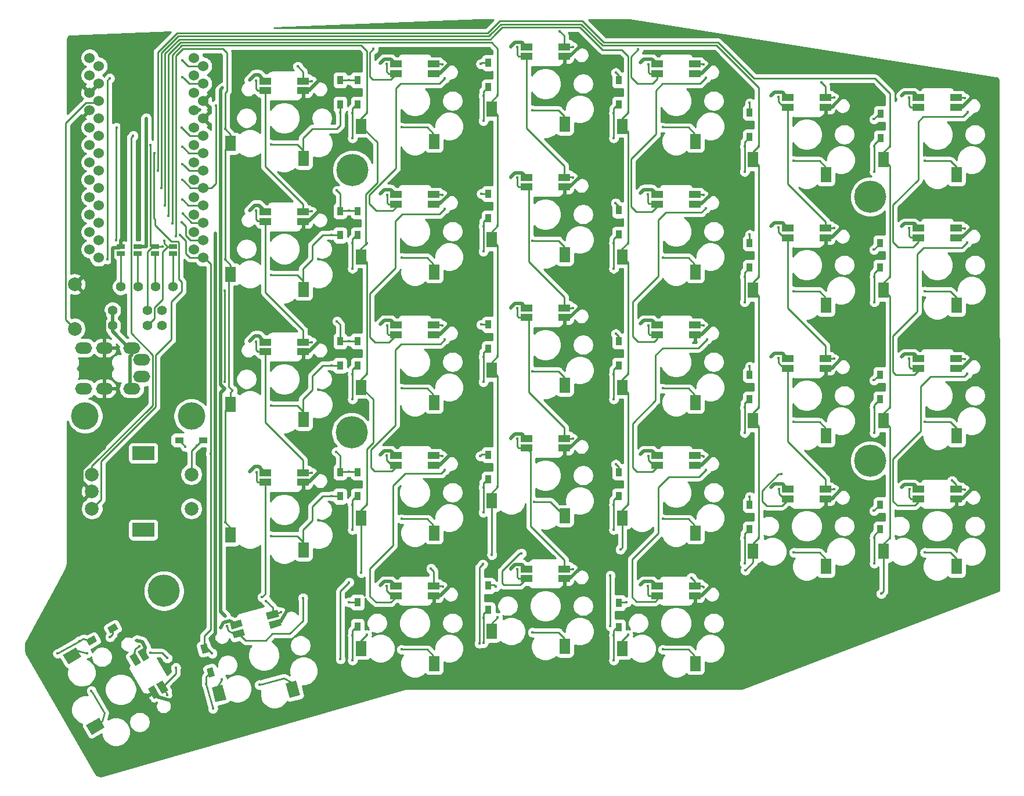
<source format=gbl>
G04 #@! TF.GenerationSoftware,KiCad,Pcbnew,(5.1.12-1-10_14)*
G04 #@! TF.CreationDate,2022-02-07T21:30:47+01:00*
G04 #@! TF.ProjectId,SofleKeyboard,536f666c-654b-4657-9962-6f6172642e6b,rev?*
G04 #@! TF.SameCoordinates,Original*
G04 #@! TF.FileFunction,Copper,L2,Bot*
G04 #@! TF.FilePolarity,Positive*
%FSLAX46Y46*%
G04 Gerber Fmt 4.6, Leading zero omitted, Abs format (unit mm)*
G04 Created by KiCad (PCBNEW (5.1.12-1-10_14)) date 2022-02-07 21:30:47*
%MOMM*%
%LPD*%
G01*
G04 APERTURE LIST*
G04 #@! TA.AperFunction,SMDPad,CuDef*
%ADD10R,1.700000X1.000000*%
G04 #@! TD*
G04 #@! TA.AperFunction,SMDPad,CuDef*
%ADD11R,1.600000X2.200000*%
G04 #@! TD*
G04 #@! TA.AperFunction,SMDPad,CuDef*
%ADD12C,0.100000*%
G04 #@! TD*
G04 #@! TA.AperFunction,SMDPad,CuDef*
%ADD13R,0.950000X1.300000*%
G04 #@! TD*
G04 #@! TA.AperFunction,SMDPad,CuDef*
%ADD14R,1.300000X0.950000*%
G04 #@! TD*
G04 #@! TA.AperFunction,ComponentPad*
%ADD15C,1.524000*%
G04 #@! TD*
G04 #@! TA.AperFunction,ComponentPad*
%ADD16C,4.000000*%
G04 #@! TD*
G04 #@! TA.AperFunction,ComponentPad*
%ADD17C,1.397000*%
G04 #@! TD*
G04 #@! TA.AperFunction,ComponentPad*
%ADD18C,2.000000*%
G04 #@! TD*
G04 #@! TA.AperFunction,SMDPad,CuDef*
%ADD19R,1.143000X0.635000*%
G04 #@! TD*
G04 #@! TA.AperFunction,ComponentPad*
%ADD20C,4.700000*%
G04 #@! TD*
G04 #@! TA.AperFunction,ComponentPad*
%ADD21R,3.200000X2.000000*%
G04 #@! TD*
G04 #@! TA.AperFunction,ComponentPad*
%ADD22O,2.500000X1.700000*%
G04 #@! TD*
G04 #@! TA.AperFunction,ViaPad*
%ADD23C,0.400000*%
G04 #@! TD*
G04 #@! TA.AperFunction,Conductor*
%ADD24C,0.250000*%
G04 #@! TD*
G04 #@! TA.AperFunction,Conductor*
%ADD25C,0.500000*%
G04 #@! TD*
G04 #@! TA.AperFunction,Conductor*
%ADD26C,0.254000*%
G04 #@! TD*
G04 #@! TA.AperFunction,Conductor*
%ADD27C,0.100000*%
G04 #@! TD*
G04 APERTURE END LIST*
D10*
X174950000Y-118301000D03*
X180450000Y-118301000D03*
X174950000Y-119701000D03*
X180450000Y-119701000D03*
D11*
X169900000Y-127400000D03*
X180500000Y-129600000D03*
D10*
X155900000Y-115801000D03*
X161400000Y-115801000D03*
X155900000Y-117201000D03*
X161400000Y-117201000D03*
D11*
X150850000Y-124900000D03*
X161450000Y-127100000D03*
D10*
X136850000Y-118301000D03*
X142350000Y-118301000D03*
X136850000Y-119701000D03*
X142350000Y-119701000D03*
D11*
X131800000Y-127400000D03*
X142400000Y-129600000D03*
G04 #@! TA.AperFunction,SMDPad,CuDef*
D12*
G36*
X114237967Y-123193760D02*
G01*
X114496786Y-124159686D01*
X112854713Y-124599678D01*
X112595894Y-123633752D01*
X114237967Y-123193760D01*
G37*
G04 #@! TD.AperFunction*
G04 #@! TA.AperFunction,SMDPad,CuDef*
G36*
X119550559Y-121770255D02*
G01*
X119809378Y-122736181D01*
X118167305Y-123176173D01*
X117908486Y-122210247D01*
X119550559Y-121770255D01*
G37*
G04 #@! TD.AperFunction*
G04 #@! TA.AperFunction,SMDPad,CuDef*
G36*
X114600314Y-124546056D02*
G01*
X114859133Y-125511982D01*
X113217060Y-125951974D01*
X112958241Y-124986048D01*
X114600314Y-124546056D01*
G37*
G04 #@! TD.AperFunction*
G04 #@! TA.AperFunction,SMDPad,CuDef*
G36*
X119912906Y-123122551D02*
G01*
X120171725Y-124088477D01*
X118529652Y-124528469D01*
X118270833Y-123562543D01*
X119912906Y-123122551D01*
G37*
G04 #@! TD.AperFunction*
G04 #@! TA.AperFunction,SMDPad,CuDef*
G36*
X111511449Y-132723140D02*
G01*
X112080851Y-134848177D01*
X110535369Y-135262288D01*
X109965967Y-133137251D01*
X111511449Y-132723140D01*
G37*
G04 #@! TD.AperFunction*
G04 #@! TA.AperFunction,SMDPad,CuDef*
G36*
X122319665Y-132104695D02*
G01*
X122889067Y-134229732D01*
X121343585Y-134643843D01*
X120774183Y-132518806D01*
X122319665Y-132104695D01*
G37*
G04 #@! TD.AperFunction*
G04 #@! TA.AperFunction,SMDPad,CuDef*
G36*
X100868684Y-128805052D02*
G01*
X100002658Y-129305052D01*
X99152658Y-127832808D01*
X100018684Y-127332808D01*
X100868684Y-128805052D01*
G37*
G04 #@! TD.AperFunction*
G04 #@! TA.AperFunction,SMDPad,CuDef*
G36*
X103618684Y-133568192D02*
G01*
X102752658Y-134068192D01*
X101902658Y-132595948D01*
X102768684Y-132095948D01*
X103618684Y-133568192D01*
G37*
G04 #@! TD.AperFunction*
G04 #@! TA.AperFunction,SMDPad,CuDef*
G36*
X99656249Y-129505052D02*
G01*
X98790223Y-130005052D01*
X97940223Y-128532808D01*
X98806249Y-128032808D01*
X99656249Y-129505052D01*
G37*
G04 #@! TD.AperFunction*
G04 #@! TA.AperFunction,SMDPad,CuDef*
G36*
X102406249Y-134268192D02*
G01*
X101540223Y-134768192D01*
X100690223Y-133295948D01*
X101556249Y-132795948D01*
X102406249Y-134268192D01*
G37*
G04 #@! TD.AperFunction*
G04 #@! TA.AperFunction,SMDPad,CuDef*
G36*
X90958334Y-128637822D02*
G01*
X89053078Y-129737822D01*
X88253078Y-128352182D01*
X90158334Y-127252182D01*
X90958334Y-128637822D01*
G37*
G04 #@! TD.AperFunction*
G04 #@! TA.AperFunction,SMDPad,CuDef*
G36*
X94353078Y-138917691D02*
G01*
X92447822Y-140017691D01*
X91647822Y-138632051D01*
X93553078Y-137532051D01*
X94353078Y-138917691D01*
G37*
G04 #@! TD.AperFunction*
D10*
X213050000Y-104151000D03*
X218550000Y-104151000D03*
X213050000Y-105551000D03*
X218550000Y-105551000D03*
D11*
X208000000Y-113250000D03*
X218600000Y-115450000D03*
D10*
X194000000Y-104151000D03*
X199500000Y-104151000D03*
X194000000Y-105551000D03*
X199500000Y-105551000D03*
D11*
X188950000Y-113250000D03*
X199550000Y-115450000D03*
D10*
X174950000Y-99251000D03*
X180450000Y-99251000D03*
X174950000Y-100651000D03*
X180450000Y-100651000D03*
D11*
X169900000Y-108350000D03*
X180500000Y-110550000D03*
D10*
X155900000Y-96751000D03*
X161400000Y-96751000D03*
X155900000Y-98151000D03*
X161400000Y-98151000D03*
D11*
X150850000Y-105850000D03*
X161450000Y-108050000D03*
D10*
X136850000Y-99251000D03*
X142350000Y-99251000D03*
X136850000Y-100651000D03*
X142350000Y-100651000D03*
D11*
X131800000Y-108350000D03*
X142400000Y-110550000D03*
D10*
X117800000Y-101751000D03*
X123300000Y-101751000D03*
X117800000Y-103151000D03*
X123300000Y-103151000D03*
D11*
X112750000Y-110850000D03*
X123350000Y-113050000D03*
D10*
X213050000Y-85101000D03*
X218550000Y-85101000D03*
X213050000Y-86501000D03*
X218550000Y-86501000D03*
D11*
X208000000Y-94200000D03*
X218600000Y-96400000D03*
D10*
X194000000Y-85101000D03*
X199500000Y-85101000D03*
X194000000Y-86501000D03*
X199500000Y-86501000D03*
D11*
X188950000Y-94200000D03*
X199550000Y-96400000D03*
D10*
X174950000Y-80201000D03*
X180450000Y-80201000D03*
X174950000Y-81601000D03*
X180450000Y-81601000D03*
D11*
X169900000Y-89300000D03*
X180500000Y-91500000D03*
D10*
X155900000Y-77701000D03*
X161400000Y-77701000D03*
X155900000Y-79101000D03*
X161400000Y-79101000D03*
D11*
X150850000Y-86800000D03*
X161450000Y-89000000D03*
D10*
X136850000Y-80201000D03*
X142350000Y-80201000D03*
X136850000Y-81601000D03*
X142350000Y-81601000D03*
D11*
X131800000Y-89300000D03*
X142400000Y-91500000D03*
D10*
X117800000Y-82701000D03*
X123300000Y-82701000D03*
X117800000Y-84101000D03*
X123300000Y-84101000D03*
D11*
X112750000Y-91800000D03*
X123350000Y-94000000D03*
D10*
X213050000Y-66051000D03*
X218550000Y-66051000D03*
X213050000Y-67451000D03*
X218550000Y-67451000D03*
D11*
X208000000Y-75150000D03*
X218600000Y-77350000D03*
D10*
X194000000Y-66051000D03*
X199500000Y-66051000D03*
X194000000Y-67451000D03*
X199500000Y-67451000D03*
D11*
X188950000Y-75150000D03*
X199550000Y-77350000D03*
D10*
X174950000Y-61151000D03*
X180450000Y-61151000D03*
X174950000Y-62551000D03*
X180450000Y-62551000D03*
D11*
X169900000Y-70250000D03*
X180500000Y-72450000D03*
D10*
X155900000Y-58651000D03*
X161400000Y-58651000D03*
X155900000Y-60051000D03*
X161400000Y-60051000D03*
D11*
X150850000Y-67750000D03*
X161450000Y-69950000D03*
D10*
X136850000Y-61151000D03*
X142350000Y-61151000D03*
X136850000Y-62551000D03*
X142350000Y-62551000D03*
D11*
X131800000Y-70250000D03*
X142400000Y-72450000D03*
D10*
X117800000Y-63701000D03*
X123300000Y-63701000D03*
X117800000Y-65101000D03*
X123300000Y-65101000D03*
D11*
X112750000Y-72800000D03*
X123350000Y-75000000D03*
D10*
X213050000Y-47001000D03*
X218550000Y-47001000D03*
X213050000Y-48401000D03*
X218550000Y-48401000D03*
D11*
X208000000Y-56100000D03*
X218600000Y-58300000D03*
D10*
X194000000Y-47001000D03*
X199500000Y-47001000D03*
X194000000Y-48401000D03*
X199500000Y-48401000D03*
D11*
X188950000Y-56100000D03*
X199550000Y-58300000D03*
D10*
X174950000Y-42101000D03*
X180450000Y-42101000D03*
X174950000Y-43501000D03*
X180450000Y-43501000D03*
D11*
X169900000Y-51200000D03*
X180500000Y-53400000D03*
D10*
X155900000Y-39601000D03*
X161400000Y-39601000D03*
X155900000Y-41001000D03*
X161400000Y-41001000D03*
D11*
X150850000Y-48700000D03*
X161450000Y-50900000D03*
D10*
X136850000Y-42101000D03*
X142350000Y-42101000D03*
X136850000Y-43501000D03*
X142350000Y-43501000D03*
D11*
X131800000Y-51200000D03*
X142400000Y-53400000D03*
D10*
X117800000Y-44601000D03*
X123300000Y-44601000D03*
X117800000Y-46001000D03*
X123300000Y-46001000D03*
D11*
X112750000Y-53700000D03*
X123350000Y-55900000D03*
D13*
X169345000Y-124305000D03*
X169345000Y-120755000D03*
X150345000Y-118245000D03*
X150345000Y-121795000D03*
X131245000Y-124205000D03*
X131245000Y-120655000D03*
G04 #@! TA.AperFunction,SMDPad,CuDef*
D12*
G36*
X109206357Y-130370605D02*
G01*
X110123986Y-130124727D01*
X110460451Y-131380431D01*
X109542822Y-131626309D01*
X109206357Y-130370605D01*
G37*
G04 #@! TD.AperFunction*
G04 #@! TA.AperFunction,SMDPad,CuDef*
G36*
X108287549Y-126941569D02*
G01*
X109205178Y-126695691D01*
X109541643Y-127951395D01*
X108624014Y-128197273D01*
X108287549Y-126941569D01*
G37*
G04 #@! TD.AperFunction*
G04 #@! TA.AperFunction,SMDPad,CuDef*
G36*
X92795222Y-125502138D02*
G01*
X93270222Y-126324862D01*
X92144388Y-126974862D01*
X91669388Y-126152138D01*
X92795222Y-125502138D01*
G37*
G04 #@! TD.AperFunction*
G04 #@! TA.AperFunction,SMDPad,CuDef*
G36*
X95869612Y-123727138D02*
G01*
X96344612Y-124549862D01*
X95218778Y-125199862D01*
X94743778Y-124377138D01*
X95869612Y-123727138D01*
G37*
G04 #@! TD.AperFunction*
D14*
X108775000Y-97000000D03*
X105225000Y-97000000D03*
D13*
X207495000Y-110005000D03*
X207495000Y-106455000D03*
X188445000Y-110005000D03*
X188445000Y-106455000D03*
X169345000Y-105205000D03*
X169345000Y-101655000D03*
X150345000Y-102695000D03*
X150345000Y-99145000D03*
X131245000Y-105205000D03*
X131245000Y-101655000D03*
X128705000Y-101655000D03*
X128705000Y-105205000D03*
X207445000Y-91005000D03*
X207445000Y-87455000D03*
X188445000Y-91005000D03*
X188445000Y-87455000D03*
X169345000Y-86105000D03*
X169345000Y-82555000D03*
X150345000Y-83695000D03*
X150345000Y-80145000D03*
X131245000Y-86105000D03*
X131245000Y-82555000D03*
X128705000Y-82555000D03*
X128705000Y-86105000D03*
X207445000Y-71805000D03*
X207445000Y-68255000D03*
X188445000Y-71805000D03*
X188445000Y-68255000D03*
X169345000Y-67005000D03*
X169345000Y-63455000D03*
X150345000Y-64595000D03*
X150345000Y-61045000D03*
X131245000Y-67105000D03*
X131245000Y-63555000D03*
X128705000Y-63555000D03*
X128705000Y-67105000D03*
X207545000Y-52905000D03*
X207545000Y-49355000D03*
X188445000Y-52775000D03*
X188445000Y-49225000D03*
X169345000Y-48005000D03*
X169345000Y-44455000D03*
X150345000Y-45505000D03*
X150345000Y-41955000D03*
X131245000Y-48005000D03*
X131245000Y-44455000D03*
X128705000Y-44452000D03*
X128705000Y-48002000D03*
D15*
X93478815Y-47505745D03*
X108718815Y-65285745D03*
X93478815Y-57665745D03*
X108718815Y-55125745D03*
X108718815Y-50045745D03*
X93478815Y-67825745D03*
X108718815Y-47505745D03*
X108718815Y-42425745D03*
X93478815Y-62745745D03*
X108718815Y-70365745D03*
X93478815Y-55125745D03*
X93478815Y-44965745D03*
X93478815Y-50045745D03*
X93478815Y-52585745D03*
X93478815Y-65285745D03*
X93478815Y-60205745D03*
X108718815Y-62745745D03*
X108718815Y-60205745D03*
X93478815Y-70365745D03*
X108718815Y-67825745D03*
X108718815Y-44965745D03*
X93478815Y-42425745D03*
X108718815Y-57665745D03*
X108718815Y-52585745D03*
X92180000Y-41230000D03*
X92180000Y-43770000D03*
X92180000Y-46310000D03*
X92180000Y-48850000D03*
X92180000Y-51390000D03*
X92180000Y-53930000D03*
X92180000Y-56470000D03*
X92180000Y-59010000D03*
X92180000Y-61550000D03*
X92180000Y-64090000D03*
X92180000Y-66630000D03*
X92180000Y-69170000D03*
X107420000Y-69170000D03*
X107420000Y-66630000D03*
X107420000Y-64090000D03*
X107420000Y-61550000D03*
X107420000Y-59010000D03*
X107420000Y-56470000D03*
X107420000Y-53930000D03*
X107420000Y-51390000D03*
X107420000Y-48850000D03*
X107420000Y-46310000D03*
X107420000Y-43770000D03*
X107420000Y-41230000D03*
D16*
X107000000Y-93500000D03*
X91500000Y-93500000D03*
D17*
X104320000Y-74600000D03*
X101780000Y-74600000D03*
X99240000Y-74600000D03*
X96700000Y-74600000D03*
D18*
X90000000Y-80750000D03*
X90000000Y-74250000D03*
D19*
X96700000Y-68799620D03*
X96700000Y-69800380D03*
X99200000Y-68799620D03*
X99200000Y-69800380D03*
X101700000Y-68799620D03*
X101700000Y-69800380D03*
X104300000Y-68799620D03*
X104300000Y-69800380D03*
D17*
X100579272Y-80311965D03*
X95499272Y-80311965D03*
X100579272Y-78061965D03*
X95499272Y-78061965D03*
X102700000Y-78100000D03*
X102700000Y-80300000D03*
D20*
X206000000Y-100000000D03*
X130375120Y-95852640D03*
X130527120Y-57573640D03*
D18*
X107000000Y-107000000D03*
X107000000Y-102000000D03*
D21*
X100000000Y-110100000D03*
X100000000Y-98900000D03*
D18*
X92500000Y-107000000D03*
X92500000Y-104500000D03*
X92500000Y-102000000D03*
D20*
X103000000Y-119000000D03*
X206000000Y-61500000D03*
D22*
X98300000Y-89500000D03*
X99800000Y-85300000D03*
X91300000Y-89500000D03*
X94300000Y-89500000D03*
X91300000Y-83550000D03*
X94300000Y-83550000D03*
X98300000Y-83550000D03*
X99800000Y-87750000D03*
D23*
X118674000Y-53861000D03*
X128705000Y-49210360D03*
X170485000Y-120655000D03*
X151412407Y-118391593D03*
X130002940Y-120654080D03*
X105327833Y-67072169D03*
X110034374Y-128119626D03*
X95141015Y-125740985D03*
X109826120Y-98975640D03*
X106143120Y-97959640D03*
X137674000Y-51361000D03*
X130506000Y-52919000D03*
X130506000Y-49252000D03*
X156774000Y-48861000D03*
X149606000Y-50419000D03*
X149606000Y-46752000D03*
X105700000Y-59000000D03*
X206556000Y-50167000D03*
X130002940Y-44454080D03*
X149217240Y-42100760D03*
X168907000Y-43381990D03*
X188445000Y-47800520D03*
X110602000Y-48150240D03*
X175774000Y-51361000D03*
X168606000Y-52919000D03*
X168606000Y-49252000D03*
X206556000Y-69203500D03*
X130002940Y-63490580D03*
X105700000Y-61900000D03*
X149309500Y-61045000D03*
X168881120Y-62418490D03*
X188445000Y-67006400D03*
X128241120Y-60586489D03*
X187706000Y-54152000D03*
X187706000Y-57819000D03*
X194874000Y-56261000D03*
X206556000Y-88267000D03*
X130002940Y-82554080D03*
X149266320Y-80145000D03*
X168907000Y-81481990D03*
X188445000Y-86238340D03*
X105732756Y-63957326D03*
X128241120Y-79646240D03*
X213974000Y-56261000D03*
X206615500Y-57819000D03*
X206615500Y-54152000D03*
X206556000Y-107317000D03*
X130002940Y-101604080D03*
X105600000Y-65200000D03*
X149138500Y-99329500D03*
X168907000Y-100531990D03*
X188445000Y-105255320D03*
X128139520Y-98699989D03*
X111902000Y-75175840D03*
X111902000Y-88498138D03*
X118674000Y-72897500D03*
X127462940Y-67046580D03*
X137674000Y-70397500D03*
X130506000Y-71955500D03*
X130506000Y-68288500D03*
X156774000Y-67897500D03*
X149606000Y-69455500D03*
X149606000Y-65788500D03*
X175774000Y-70397500D03*
X168606000Y-71955500D03*
X168606000Y-68288500D03*
X187706000Y-73188500D03*
X187706000Y-76855500D03*
X194874000Y-75297500D03*
X213974000Y-75297500D03*
X206615500Y-76855500D03*
X206615500Y-73188500D03*
X118674000Y-91961000D03*
X127462940Y-86110080D03*
X137674000Y-89461000D03*
X130506000Y-91019000D03*
X130506000Y-87352000D03*
X156774000Y-86961000D03*
X149606000Y-88519000D03*
X149606000Y-84852000D03*
X175774000Y-89461000D03*
X168606000Y-91019000D03*
X168606000Y-87352000D03*
X187706000Y-92252000D03*
X187706000Y-95919000D03*
X194874000Y-94361000D03*
X213974000Y-94361000D03*
X206615500Y-95919000D03*
X206615500Y-92252000D03*
X118674000Y-111011000D03*
X127462940Y-105160080D03*
X137674000Y-108511000D03*
X130506000Y-110069000D03*
X130506000Y-106402000D03*
X149606000Y-107569000D03*
X149606000Y-103902000D03*
X157023630Y-106011000D03*
X175774000Y-108511000D03*
X168606000Y-110069000D03*
X168606000Y-106402000D03*
X187706000Y-111302000D03*
X187706000Y-114969000D03*
X194874000Y-113411000D03*
X213974000Y-113411000D03*
X206615500Y-114969000D03*
X206615500Y-111302000D03*
X92434759Y-133580730D03*
X87501492Y-128152060D03*
X90677207Y-126318560D03*
X109191120Y-132630640D03*
X116910669Y-132704788D03*
X110143620Y-136186640D03*
X137674000Y-127561000D03*
X130506000Y-129119000D03*
X130506000Y-125452000D03*
X98999004Y-126216015D03*
X111252089Y-124365260D03*
X153610002Y-115824000D03*
X172498998Y-118110000D03*
X134520000Y-118239000D03*
X134520000Y-99189000D03*
X153610002Y-96774000D03*
X210566000Y-103929998D03*
X172498998Y-99060000D03*
X191548499Y-103909501D03*
X115470000Y-101602000D03*
X134520000Y-80139000D03*
X153610002Y-77724000D03*
X210566000Y-84879998D03*
X172498998Y-80010000D03*
X191548499Y-84859501D03*
X115470000Y-82552000D03*
X134520000Y-61075500D03*
X153610002Y-58660500D03*
X210566000Y-65816498D03*
X172498998Y-60946500D03*
X191548499Y-65796001D03*
X115470000Y-63488500D03*
X100400008Y-68800000D03*
X100400000Y-50045745D03*
X153610002Y-39624000D03*
X210566000Y-46779998D03*
X172498998Y-41910000D03*
X191548499Y-46759501D03*
X111560000Y-45595000D03*
X111252000Y-83407000D03*
X111252000Y-102330000D03*
X115470000Y-44452000D03*
X134520000Y-42039000D03*
X111252000Y-64873000D03*
X111959443Y-122729443D03*
X111827640Y-89501440D03*
X103959570Y-134905964D03*
X120929824Y-121822845D03*
X163845008Y-115837998D03*
X182782000Y-118364000D03*
X144526000Y-118287998D03*
X182782000Y-99314000D03*
X125663998Y-101600000D03*
X144526000Y-99237998D03*
X220823998Y-104140000D03*
X163845008Y-96787998D03*
X201876002Y-104187998D03*
X182782000Y-80264000D03*
X125663998Y-82550000D03*
X144526000Y-80187998D03*
X220823998Y-85090000D03*
X163845008Y-77737998D03*
X201876002Y-85137998D03*
X182782000Y-61200500D03*
X125663998Y-63486500D03*
X144526000Y-61124498D03*
X220823998Y-66026500D03*
X163845008Y-58674498D03*
X201876002Y-66074498D03*
X96700000Y-67800000D03*
X96900000Y-48800000D03*
X96900000Y-44965745D03*
X125663998Y-44450000D03*
X144526000Y-42087998D03*
X220823998Y-46990000D03*
X110497745Y-102591745D03*
X110497745Y-83795745D03*
X201876002Y-47037998D03*
X182782000Y-42164000D03*
X163845008Y-39637998D03*
X110497745Y-66794255D03*
X109755000Y-125986000D03*
X110497745Y-76605745D03*
X104936620Y-124248640D03*
X149767620Y-36745640D03*
X115223620Y-57637140D03*
X115287120Y-113771140D03*
X114271120Y-75607640D03*
X125116920Y-96867440D03*
X170692000Y-125404000D03*
X208892000Y-111254000D03*
X208892000Y-92204000D03*
X208892000Y-73140500D03*
X208892000Y-54104000D03*
X102117351Y-57700640D03*
X207616120Y-119422640D03*
X151692000Y-122904000D03*
X189792000Y-111254000D03*
X189792000Y-92204000D03*
X189792000Y-73140500D03*
X189792000Y-54104000D03*
X102642351Y-60240640D03*
X168119120Y-124121640D03*
X168119120Y-116755640D03*
X187804120Y-115993640D03*
X132592000Y-125404000D03*
X170692000Y-106354000D03*
X170692000Y-87304000D03*
X170692000Y-68240500D03*
X170692000Y-49204000D03*
X103167351Y-62780640D03*
X149007881Y-126666503D03*
X169579620Y-112945640D03*
X149513620Y-115104640D03*
X111443561Y-131936606D03*
X151692000Y-103854000D03*
X151692000Y-84804000D03*
X151692000Y-65740500D03*
X151692000Y-46704000D03*
X103692351Y-64287640D03*
X130019120Y-117749989D03*
X128749120Y-128947640D03*
X150844181Y-113704701D03*
X91761776Y-128101089D03*
X132592000Y-106354000D03*
X132592000Y-87304000D03*
X132592000Y-68240500D03*
X132592000Y-49204000D03*
X104217351Y-65373666D03*
X131797120Y-116374640D03*
X105600000Y-51400000D03*
X96100000Y-51390000D03*
X96050000Y-67805847D03*
X103100000Y-67900000D03*
X105700006Y-41600000D03*
X124602379Y-44592379D03*
X122526120Y-42460640D03*
X105700018Y-54200000D03*
X102826022Y-68770500D03*
X101050008Y-53930000D03*
X156774000Y-125061000D03*
X149606000Y-126619000D03*
X149606000Y-122952000D03*
X105699992Y-56700000D03*
X94800000Y-70600000D03*
X105700000Y-44000000D03*
X95100000Y-44200000D03*
X175774000Y-127561000D03*
X168606000Y-129119000D03*
X168606000Y-125452000D03*
X107775000Y-97775000D03*
X104742351Y-67229150D03*
X111921620Y-51604640D03*
X111921620Y-70654640D03*
X113001120Y-89768140D03*
X111921620Y-109008640D03*
X101588120Y-55125745D03*
X98514255Y-52585745D03*
X124602379Y-63628879D03*
X116471155Y-44512918D03*
X162650012Y-39629978D03*
X133575120Y-39920640D03*
X160753120Y-37325000D03*
X135480000Y-42079760D03*
X162650012Y-58666478D03*
X154525955Y-39620713D03*
X219807379Y-66123879D03*
X211721643Y-85116402D03*
X220125620Y-68178140D03*
X124602379Y-82692379D03*
X116471155Y-63549418D03*
X173577119Y-61105381D03*
X181700012Y-42213999D03*
X182089120Y-44111640D03*
X173647499Y-80239261D03*
X182025620Y-63161640D03*
X181708120Y-61256640D03*
X200762362Y-66080147D03*
X192622667Y-46914429D03*
X124602379Y-101742379D03*
X116471155Y-82612918D03*
X143989120Y-63247510D03*
X143608120Y-61183843D03*
X135543500Y-80243260D03*
X162650012Y-96779978D03*
X154525955Y-77720713D03*
X200762362Y-104193647D03*
X192622667Y-85014429D03*
X103468847Y-134174698D03*
X117319120Y-119930640D03*
X104746120Y-130217640D03*
X116493500Y-101706260D03*
X99446233Y-127058383D03*
X120096468Y-122107581D03*
X101063120Y-128058640D03*
X103491120Y-128820640D03*
X117904932Y-120463425D03*
X154525955Y-115820713D03*
X155165120Y-113534150D03*
X179930120Y-117073140D03*
X181729128Y-118427648D03*
X135473127Y-99222873D03*
X143989120Y-82311010D03*
X143608120Y-80247343D03*
X162650012Y-77729978D03*
X154525955Y-58657213D03*
X200762362Y-85143647D03*
X192622667Y-65950929D03*
X211721643Y-66052902D03*
X219807379Y-47087379D03*
X220252620Y-49128140D03*
X154525955Y-96770713D03*
X162650002Y-115829977D03*
X219807379Y-104237379D03*
X193074620Y-101968000D03*
X217966620Y-102912640D03*
X192749998Y-104182640D03*
X143989120Y-44211010D03*
X143600000Y-42194758D03*
X135550250Y-61186510D03*
X135473127Y-118272873D03*
X143989120Y-101361010D03*
X143629869Y-99314889D03*
X143678106Y-118359344D03*
X112181506Y-124151291D03*
X123288120Y-120039736D03*
X141957120Y-115739640D03*
X200762362Y-47043647D03*
X173647499Y-42139261D03*
X172183120Y-39992000D03*
X198916620Y-44818000D03*
X211721643Y-47016402D03*
X181700012Y-80313999D03*
X182216120Y-82311010D03*
X173647499Y-99289261D03*
X219807379Y-85187379D03*
X211743620Y-104166401D03*
X220189120Y-87291640D03*
X173577119Y-118268881D03*
X182089120Y-101325140D03*
X181729128Y-99377648D03*
D24*
X124641000Y-51564000D02*
X123300000Y-52905000D01*
X119126000Y-53861000D02*
X118674000Y-53861000D01*
X123300000Y-52905000D02*
X123300000Y-54733000D01*
X123300000Y-54733000D02*
X122428000Y-53861000D01*
X122428000Y-53861000D02*
X119126000Y-53861000D01*
X124641000Y-51564000D02*
X128230960Y-51564000D01*
X128230960Y-51564000D02*
X128705000Y-51089960D01*
X128705000Y-49210360D02*
X128705000Y-48002000D01*
X128705000Y-51089960D02*
X128705000Y-49210360D01*
X123300000Y-55850000D02*
X123350000Y-55900000D01*
X123300000Y-54733000D02*
X123300000Y-55850000D01*
X169345000Y-120655000D02*
X170485000Y-120655000D01*
X151175814Y-118155000D02*
X151412407Y-118391593D01*
X150345000Y-118155000D02*
X151175814Y-118155000D01*
X106200000Y-69800000D02*
X106200000Y-67944336D01*
X106770000Y-70370000D02*
X106200000Y-69800000D01*
X106200000Y-67944336D02*
X105527832Y-67272168D01*
X108770000Y-70370000D02*
X106770000Y-70370000D01*
X105527832Y-67272168D02*
X105327833Y-67072169D01*
X109361230Y-127446482D02*
X110034374Y-128119626D01*
X108914596Y-127446482D02*
X109361230Y-127446482D01*
X95544195Y-125337805D02*
X95141015Y-125740985D01*
X95544195Y-124463500D02*
X95544195Y-125337805D01*
X130003860Y-120655000D02*
X130002940Y-120654080D01*
X131245000Y-120655000D02*
X130003860Y-120655000D01*
X108914596Y-125541164D02*
X108914596Y-127446482D01*
X109826120Y-124629640D02*
X108914596Y-125541164D01*
X109826120Y-98975640D02*
X109826120Y-124629640D01*
X105225000Y-97041520D02*
X106143120Y-97959640D01*
X105225000Y-97000000D02*
X105225000Y-97041520D01*
X108902225Y-70365745D02*
X108718815Y-70365745D01*
X109826120Y-71289640D02*
X108902225Y-70365745D01*
X109826120Y-98975640D02*
X109826120Y-71289640D01*
X130506000Y-48614000D02*
X131245000Y-47875000D01*
X130506000Y-49252000D02*
X130506000Y-48614000D01*
X138126000Y-51361000D02*
X141428000Y-51361000D01*
X142300000Y-52233000D02*
X142300000Y-53400000D01*
X141428000Y-51361000D02*
X142300000Y-52233000D01*
X130506000Y-52919000D02*
X130506000Y-49252000D01*
X138126000Y-51361000D02*
X137674000Y-51361000D01*
X149606000Y-46114000D02*
X150345000Y-45375000D01*
X149606000Y-46752000D02*
X149606000Y-46114000D01*
X157226000Y-48861000D02*
X160528000Y-48861000D01*
X161400000Y-49733000D02*
X161400000Y-50900000D01*
X160528000Y-48861000D02*
X161400000Y-49733000D01*
X149606000Y-50419000D02*
X149606000Y-46752000D01*
X157226000Y-48861000D02*
X156774000Y-48861000D01*
X106910000Y-60210000D02*
X105899999Y-59199999D01*
X105899999Y-59199999D02*
X105700000Y-59000000D01*
X108770000Y-60210000D02*
X106910000Y-60210000D01*
X207368000Y-49355000D02*
X206556000Y-50167000D01*
X207545000Y-49355000D02*
X207368000Y-49355000D01*
X128708000Y-44455000D02*
X128705000Y-44452000D01*
X131245000Y-44455000D02*
X128708000Y-44455000D01*
X150345000Y-41955000D02*
X149363000Y-41955000D01*
X149363000Y-41955000D02*
X149217240Y-42100760D01*
X169345000Y-43819990D02*
X168907000Y-43381990D01*
X169345000Y-44455000D02*
X169345000Y-43819990D01*
X188445000Y-49225000D02*
X188445000Y-47800520D01*
X109937215Y-60205745D02*
X108718815Y-60205745D01*
X110602000Y-59540960D02*
X109937215Y-60205745D01*
X110602000Y-48150240D02*
X110602000Y-59540960D01*
X168606000Y-48614000D02*
X169345000Y-47875000D01*
X168606000Y-49252000D02*
X168606000Y-48614000D01*
X176226000Y-51361000D02*
X179528000Y-51361000D01*
X180400000Y-52233000D02*
X180400000Y-53400000D01*
X179528000Y-51361000D02*
X180400000Y-52233000D01*
X168606000Y-52919000D02*
X168606000Y-49252000D01*
X176226000Y-51361000D02*
X175774000Y-51361000D01*
X207368000Y-68391500D02*
X206556000Y-69203500D01*
X207545000Y-68391500D02*
X207368000Y-68391500D01*
X128708000Y-63491500D02*
X128705000Y-63488500D01*
X131245000Y-63491500D02*
X128708000Y-63491500D01*
X106550000Y-62750000D02*
X105899999Y-62099999D01*
X105899999Y-62099999D02*
X105700000Y-61900000D01*
X108770000Y-62750000D02*
X106550000Y-62750000D01*
X150345000Y-61045000D02*
X149309500Y-61045000D01*
X169345000Y-62882370D02*
X168881120Y-62418490D01*
X169345000Y-63455000D02*
X169345000Y-62882370D01*
X188445000Y-68255000D02*
X188445000Y-67006400D01*
X128705000Y-61050369D02*
X128241120Y-60586489D01*
X128705000Y-63555000D02*
X128705000Y-61050369D01*
X187706000Y-57819000D02*
X187706000Y-54152000D01*
X195326000Y-56261000D02*
X198628000Y-56261000D01*
X199500000Y-57133000D02*
X199500000Y-58300000D01*
X198628000Y-56261000D02*
X199500000Y-57133000D01*
X187706000Y-53514000D02*
X188445000Y-52775000D01*
X187706000Y-54152000D02*
X187706000Y-53514000D01*
X195326000Y-56261000D02*
X194874000Y-56261000D01*
X207368000Y-87455000D02*
X206556000Y-88267000D01*
X207545000Y-87455000D02*
X207368000Y-87455000D01*
X128708000Y-82555000D02*
X128705000Y-82552000D01*
X131245000Y-82555000D02*
X128708000Y-82555000D01*
X150345000Y-80145000D02*
X149266320Y-80145000D01*
X169345000Y-81919990D02*
X168907000Y-81481990D01*
X169345000Y-82555000D02*
X169345000Y-81919990D01*
X188445000Y-87455000D02*
X188445000Y-86238340D01*
X108718815Y-65285745D02*
X107061175Y-65285745D01*
X107061175Y-65285745D02*
X105732756Y-63957326D01*
X128705000Y-80110120D02*
X128241120Y-79646240D01*
X128705000Y-82555000D02*
X128705000Y-80110120D01*
X214426000Y-56261000D02*
X217728000Y-56261000D01*
X218600000Y-57133000D02*
X218600000Y-58300000D01*
X217728000Y-56261000D02*
X218600000Y-57133000D01*
X206615500Y-57819000D02*
X206615500Y-54152000D01*
X214426000Y-56261000D02*
X213974000Y-56261000D01*
X206615500Y-53834500D02*
X207545000Y-52905000D01*
X206615500Y-54152000D02*
X206615500Y-53834500D01*
X207368000Y-106505000D02*
X206556000Y-107317000D01*
X207545000Y-106505000D02*
X207368000Y-106505000D01*
X128708000Y-101605000D02*
X128705000Y-101602000D01*
X131245000Y-101605000D02*
X128708000Y-101605000D01*
X106887507Y-67830000D02*
X106200000Y-67142493D01*
X106200000Y-67142493D02*
X106200000Y-65800000D01*
X106200000Y-65800000D02*
X105799999Y-65399999D01*
X105799999Y-65399999D02*
X105600000Y-65200000D01*
X108770000Y-67830000D02*
X106887507Y-67830000D01*
X149138500Y-99329500D02*
X149365360Y-99102640D01*
X150302640Y-99102640D02*
X150345000Y-99145000D01*
X149365360Y-99102640D02*
X150302640Y-99102640D01*
X169345000Y-100969990D02*
X168907000Y-100531990D01*
X169345000Y-101655000D02*
X169345000Y-100969990D01*
X188445000Y-106455000D02*
X188445000Y-105255320D01*
X128705000Y-99265469D02*
X128139520Y-98699989D01*
X128705000Y-101655000D02*
X128705000Y-99265469D01*
X111827010Y-75125040D02*
X111902000Y-75200030D01*
X111902000Y-75200030D02*
X111902000Y-88498138D01*
X119126000Y-72897500D02*
X122428000Y-72897500D01*
X119126000Y-72897500D02*
X118674000Y-72897500D01*
X122428000Y-72897500D02*
X123300000Y-73769500D01*
X123300000Y-73769500D02*
X123300000Y-74936500D01*
X123300000Y-74936500D02*
X123300000Y-71941500D01*
X123300000Y-71941500D02*
X124641000Y-70600500D01*
X124641000Y-70600500D02*
X124641000Y-68568500D01*
X126162920Y-67046580D02*
X124641000Y-68568500D01*
X127462940Y-67046580D02*
X126162920Y-67046580D01*
X127471020Y-67038500D02*
X127462940Y-67046580D01*
X128705000Y-67038500D02*
X127471020Y-67038500D01*
X130506000Y-67650500D02*
X131245000Y-66911500D01*
X130506000Y-68288500D02*
X130506000Y-67650500D01*
X138126000Y-70397500D02*
X141428000Y-70397500D01*
X142300000Y-71269500D02*
X142300000Y-72436500D01*
X141428000Y-70397500D02*
X142300000Y-71269500D01*
X130506000Y-71955500D02*
X130506000Y-68288500D01*
X138126000Y-70397500D02*
X137674000Y-70397500D01*
X149606000Y-65150500D02*
X150345000Y-64411500D01*
X149606000Y-65788500D02*
X149606000Y-65150500D01*
X157226000Y-67897500D02*
X160528000Y-67897500D01*
X161400000Y-68769500D02*
X161400000Y-69936500D01*
X160528000Y-67897500D02*
X161400000Y-68769500D01*
X149606000Y-69455500D02*
X149606000Y-65788500D01*
X157226000Y-67897500D02*
X156774000Y-67897500D01*
X168606000Y-67650500D02*
X169345000Y-66911500D01*
X168606000Y-68288500D02*
X168606000Y-67650500D01*
X176226000Y-70397500D02*
X179528000Y-70397500D01*
X180400000Y-71269500D02*
X180400000Y-72436500D01*
X179528000Y-70397500D02*
X180400000Y-71269500D01*
X168606000Y-71955500D02*
X168606000Y-68288500D01*
X176226000Y-70397500D02*
X175774000Y-70397500D01*
X187706000Y-76855500D02*
X187706000Y-73188500D01*
X195326000Y-75297500D02*
X198628000Y-75297500D01*
X199500000Y-76169500D02*
X199500000Y-77336500D01*
X198628000Y-75297500D02*
X199500000Y-76169500D01*
X187706000Y-72550500D02*
X188445000Y-71811500D01*
X187706000Y-73188500D02*
X187706000Y-72550500D01*
X195326000Y-75297500D02*
X194874000Y-75297500D01*
X214426000Y-75297500D02*
X217728000Y-75297500D01*
X218600000Y-76169500D02*
X218600000Y-77336500D01*
X217728000Y-75297500D02*
X218600000Y-76169500D01*
X206615500Y-76855500D02*
X206615500Y-73188500D01*
X214426000Y-75297500D02*
X213974000Y-75297500D01*
X206615500Y-72634500D02*
X207445000Y-71805000D01*
X206615500Y-73188500D02*
X206615500Y-72634500D01*
X119126000Y-91961000D02*
X122428000Y-91961000D01*
X119126000Y-91961000D02*
X118674000Y-91961000D01*
X122428000Y-91961000D02*
X123300000Y-92833000D01*
X123300000Y-92833000D02*
X123300000Y-94000000D01*
X123300000Y-94000000D02*
X123300000Y-91005000D01*
X123300000Y-91005000D02*
X124641000Y-89664000D01*
X124641000Y-89664000D02*
X124641000Y-87632000D01*
X126162920Y-86110080D02*
X124641000Y-87632000D01*
X127462940Y-86110080D02*
X126162920Y-86110080D01*
X127471020Y-86102000D02*
X127462940Y-86110080D01*
X128705000Y-86102000D02*
X127471020Y-86102000D01*
X130506000Y-86714000D02*
X131245000Y-85975000D01*
X130506000Y-87352000D02*
X130506000Y-86714000D01*
X138126000Y-89461000D02*
X141428000Y-89461000D01*
X142300000Y-90333000D02*
X142300000Y-91500000D01*
X141428000Y-89461000D02*
X142300000Y-90333000D01*
X130506000Y-91019000D02*
X130506000Y-87352000D01*
X138126000Y-89461000D02*
X137674000Y-89461000D01*
X149606000Y-84214000D02*
X150345000Y-83475000D01*
X149606000Y-84852000D02*
X149606000Y-84214000D01*
X157226000Y-86961000D02*
X160528000Y-86961000D01*
X161400000Y-87833000D02*
X161400000Y-89000000D01*
X160528000Y-86961000D02*
X161400000Y-87833000D01*
X149606000Y-88519000D02*
X149606000Y-84852000D01*
X157226000Y-86961000D02*
X156774000Y-86961000D01*
X168606000Y-86714000D02*
X169345000Y-85975000D01*
X168606000Y-87352000D02*
X168606000Y-86714000D01*
X176226000Y-89461000D02*
X179528000Y-89461000D01*
X180400000Y-90333000D02*
X180400000Y-91500000D01*
X179528000Y-89461000D02*
X180400000Y-90333000D01*
X168606000Y-91019000D02*
X168606000Y-87352000D01*
X176226000Y-89461000D02*
X175774000Y-89461000D01*
X187706000Y-95919000D02*
X187706000Y-92252000D01*
X195326000Y-94361000D02*
X198628000Y-94361000D01*
X199500000Y-95233000D02*
X199500000Y-96400000D01*
X198628000Y-94361000D02*
X199500000Y-95233000D01*
X187706000Y-91614000D02*
X188445000Y-90875000D01*
X187706000Y-92252000D02*
X187706000Y-91614000D01*
X195326000Y-94361000D02*
X194874000Y-94361000D01*
X214426000Y-94361000D02*
X217728000Y-94361000D01*
X218600000Y-95233000D02*
X218600000Y-96400000D01*
X217728000Y-94361000D02*
X218600000Y-95233000D01*
X206615500Y-95919000D02*
X206615500Y-92252000D01*
X214426000Y-94361000D02*
X213974000Y-94361000D01*
X206615500Y-91834500D02*
X207445000Y-91005000D01*
X206615500Y-92252000D02*
X206615500Y-91834500D01*
X119126000Y-111011000D02*
X122428000Y-111011000D01*
X119126000Y-111011000D02*
X118674000Y-111011000D01*
X122428000Y-111011000D02*
X123300000Y-111883000D01*
X123300000Y-111883000D02*
X123300000Y-113050000D01*
X123300000Y-113050000D02*
X123300000Y-110055000D01*
X123300000Y-110055000D02*
X124641000Y-108714000D01*
X124641000Y-108714000D02*
X124641000Y-106682000D01*
X126162920Y-105160080D02*
X124641000Y-106682000D01*
X127462940Y-105160080D02*
X126162920Y-105160080D01*
X127471020Y-105152000D02*
X127462940Y-105160080D01*
X128705000Y-105152000D02*
X127471020Y-105152000D01*
X130506000Y-105764000D02*
X131245000Y-105025000D01*
X130506000Y-106402000D02*
X130506000Y-105764000D01*
X138126000Y-108511000D02*
X141428000Y-108511000D01*
X142300000Y-109383000D02*
X142300000Y-110550000D01*
X141428000Y-108511000D02*
X142300000Y-109383000D01*
X130506000Y-110069000D02*
X130506000Y-106402000D01*
X138126000Y-108511000D02*
X137674000Y-108511000D01*
X149606000Y-103264000D02*
X150345000Y-102525000D01*
X149606000Y-103902000D02*
X149606000Y-103264000D01*
X149606000Y-107569000D02*
X149606000Y-103902000D01*
X161400000Y-108050000D02*
X159361000Y-106011000D01*
X159361000Y-106011000D02*
X157023630Y-106011000D01*
X168606000Y-105764000D02*
X169345000Y-105025000D01*
X168606000Y-106402000D02*
X168606000Y-105764000D01*
X176226000Y-108511000D02*
X179528000Y-108511000D01*
X180400000Y-109383000D02*
X180400000Y-110550000D01*
X179528000Y-108511000D02*
X180400000Y-109383000D01*
X168606000Y-110069000D02*
X168606000Y-106402000D01*
X176226000Y-108511000D02*
X175774000Y-108511000D01*
X187706000Y-114969000D02*
X187706000Y-111302000D01*
X195326000Y-113411000D02*
X198628000Y-113411000D01*
X199500000Y-114283000D02*
X199500000Y-115450000D01*
X198628000Y-113411000D02*
X199500000Y-114283000D01*
X187706000Y-110664000D02*
X188445000Y-109925000D01*
X187706000Y-111302000D02*
X187706000Y-110664000D01*
X195326000Y-113411000D02*
X194874000Y-113411000D01*
X214426000Y-113411000D02*
X217728000Y-113411000D01*
X218600000Y-114283000D02*
X218600000Y-115450000D01*
X217728000Y-113411000D02*
X218600000Y-114283000D01*
X206615500Y-114969000D02*
X206615500Y-111302000D01*
X214426000Y-113411000D02*
X213974000Y-113411000D01*
X206615500Y-110884500D02*
X207495000Y-110005000D01*
X206615500Y-111302000D02*
X206615500Y-110884500D01*
X91229731Y-125999560D02*
X92239224Y-126270053D01*
X90677207Y-126318560D02*
X91229731Y-125999560D01*
X92660760Y-133972174D02*
X94311760Y-136831789D01*
X93992585Y-138022964D02*
X92981934Y-138606464D01*
X94311760Y-136831789D02*
X93992585Y-138022964D01*
X87501492Y-128152060D02*
X90677207Y-126318560D01*
X92660760Y-133972174D02*
X92434759Y-133580730D01*
X117347267Y-132587802D02*
X120536754Y-131733182D01*
X121604733Y-132349780D02*
X121906774Y-133477014D01*
X120536754Y-131733182D02*
X121604733Y-132349780D01*
X110140209Y-136186640D02*
X109191120Y-132644590D01*
X117347267Y-132587802D02*
X116910669Y-132704788D01*
X109191120Y-131517802D02*
X109833404Y-130875518D01*
X109191120Y-132630640D02*
X109191120Y-131517802D01*
X130506000Y-124814000D02*
X131245000Y-124075000D01*
X130506000Y-125452000D02*
X130506000Y-124814000D01*
X138126000Y-127561000D02*
X141428000Y-127561000D01*
X142300000Y-128433000D02*
X142300000Y-129600000D01*
X141428000Y-127561000D02*
X142300000Y-128433000D01*
X130506000Y-129119000D02*
X130506000Y-125452000D01*
X138126000Y-127561000D02*
X137674000Y-127561000D01*
D25*
X100308523Y-127251910D02*
X99840652Y-126441534D01*
X100060310Y-128178251D02*
X100308523Y-127251910D01*
X99840652Y-126441534D02*
X98999004Y-126216015D01*
X111687758Y-123610659D02*
X111252089Y-124365260D01*
X113422150Y-123847980D02*
X112591615Y-123368471D01*
X112591615Y-123368471D02*
X111687758Y-123610659D01*
X153610002Y-115774664D02*
X153610002Y-115824000D01*
X154213954Y-115170712D02*
X153610002Y-115774664D01*
X155219712Y-115170712D02*
X154213954Y-115170712D01*
X155850000Y-115801000D02*
X155219712Y-115170712D01*
X172990118Y-117618880D02*
X172498998Y-118110000D01*
X174167880Y-117618880D02*
X172990118Y-117618880D01*
X174850000Y-118301000D02*
X174167880Y-117618880D01*
X136071871Y-117622871D02*
X135136129Y-117622871D01*
X135136129Y-117622871D02*
X134520000Y-118239000D01*
X136750000Y-118301000D02*
X136071871Y-117622871D01*
X136071871Y-98572871D02*
X135136129Y-98572871D01*
X135136129Y-98572871D02*
X134520000Y-99189000D01*
X136750000Y-99251000D02*
X136071871Y-98572871D01*
X117750000Y-101751000D02*
X116837000Y-100838000D01*
X153610002Y-96724664D02*
X153610002Y-96774000D01*
X154213954Y-96120712D02*
X153610002Y-96724664D01*
X155219712Y-96120712D02*
X154213954Y-96120712D01*
X155850000Y-96751000D02*
X155219712Y-96120712D01*
X116837000Y-100838000D02*
X116274590Y-100838000D01*
X210979597Y-103516401D02*
X210566000Y-103929998D01*
X212415401Y-103516401D02*
X210979597Y-103516401D01*
X213050000Y-104151000D02*
X212415401Y-103516401D01*
X172990118Y-98568880D02*
X172498998Y-99060000D01*
X174167880Y-98568880D02*
X172990118Y-98568880D01*
X174850000Y-99251000D02*
X174167880Y-98568880D01*
X193213428Y-103414428D02*
X192043572Y-103414428D01*
X192043572Y-103414428D02*
X191548499Y-103909501D01*
X193950000Y-104151000D02*
X193213428Y-103414428D01*
X116234000Y-100838000D02*
X115470000Y-101602000D01*
X116274590Y-100838000D02*
X116234000Y-100838000D01*
X136071871Y-79522871D02*
X135136129Y-79522871D01*
X135136129Y-79522871D02*
X134520000Y-80139000D01*
X136750000Y-80201000D02*
X136071871Y-79522871D01*
X117750000Y-82701000D02*
X116837000Y-81788000D01*
X153610002Y-77674664D02*
X153610002Y-77724000D01*
X154213954Y-77070712D02*
X153610002Y-77674664D01*
X155219712Y-77070712D02*
X154213954Y-77070712D01*
X155850000Y-77701000D02*
X155219712Y-77070712D01*
X116837000Y-81788000D02*
X116274590Y-81788000D01*
X210979597Y-84466401D02*
X210566000Y-84879998D01*
X212415401Y-84466401D02*
X210979597Y-84466401D01*
X213050000Y-85101000D02*
X212415401Y-84466401D01*
X172990118Y-79518880D02*
X172498998Y-80010000D01*
X174167880Y-79518880D02*
X172990118Y-79518880D01*
X174850000Y-80201000D02*
X174167880Y-79518880D01*
X193213428Y-84364428D02*
X192043572Y-84364428D01*
X192043572Y-84364428D02*
X191548499Y-84859501D01*
X193950000Y-85101000D02*
X193213428Y-84364428D01*
X116234000Y-81788000D02*
X115470000Y-82552000D01*
X116274590Y-81788000D02*
X116234000Y-81788000D01*
X136071871Y-60459371D02*
X135136129Y-60459371D01*
X135136129Y-60459371D02*
X134520000Y-61075500D01*
X136750000Y-61137500D02*
X136071871Y-60459371D01*
X117750000Y-63637500D02*
X116837000Y-62724500D01*
X153610002Y-58611164D02*
X153610002Y-58660500D01*
X154213954Y-58007212D02*
X153610002Y-58611164D01*
X155219712Y-58007212D02*
X154213954Y-58007212D01*
X155850000Y-58637500D02*
X155219712Y-58007212D01*
X116837000Y-62724500D02*
X116274590Y-62724500D01*
X210979597Y-65402901D02*
X210566000Y-65816498D01*
X212415401Y-65402901D02*
X210979597Y-65402901D01*
X213050000Y-66037500D02*
X212415401Y-65402901D01*
X172990118Y-60455380D02*
X172498998Y-60946500D01*
X174167880Y-60455380D02*
X172990118Y-60455380D01*
X174850000Y-61137500D02*
X174167880Y-60455380D01*
X193213428Y-65300928D02*
X192043572Y-65300928D01*
X192043572Y-65300928D02*
X191548499Y-65796001D01*
X193950000Y-66037500D02*
X193213428Y-65300928D01*
X116234000Y-62724500D02*
X115470000Y-63488500D01*
X116274590Y-62724500D02*
X116234000Y-62724500D01*
X100399628Y-68799620D02*
X100400008Y-68800000D01*
X99200000Y-68799620D02*
X100399628Y-68799620D01*
X100400008Y-50045753D02*
X100400000Y-50045745D01*
X100400008Y-68800000D02*
X100400008Y-50045753D01*
X97900000Y-83550000D02*
X98300000Y-83550000D01*
X95499272Y-81149272D02*
X97900000Y-83550000D01*
X95499272Y-78061965D02*
X95499272Y-81149272D01*
X98099990Y-84761519D02*
X98099990Y-89299990D01*
X98300000Y-84561509D02*
X98099990Y-84761519D01*
X98099990Y-89299990D02*
X98300000Y-89500000D01*
X98300000Y-83550000D02*
X98300000Y-84561509D01*
X107420000Y-48850000D02*
X107436256Y-48833744D01*
X107420000Y-48850000D02*
X107502000Y-48768000D01*
X117750000Y-44601000D02*
X116837000Y-43688000D01*
X153610002Y-39574664D02*
X153610002Y-39624000D01*
X154213954Y-38970712D02*
X153610002Y-39574664D01*
X155219712Y-38970712D02*
X154213954Y-38970712D01*
X155850000Y-39601000D02*
X155219712Y-38970712D01*
X116837000Y-43688000D02*
X116274590Y-43688000D01*
X210979597Y-46366401D02*
X210566000Y-46779998D01*
X212415401Y-46366401D02*
X210979597Y-46366401D01*
X213050000Y-47001000D02*
X212415401Y-46366401D01*
X111252000Y-60706000D02*
X111252000Y-60452000D01*
X172990118Y-41418880D02*
X172498998Y-41910000D01*
X174167880Y-41418880D02*
X172990118Y-41418880D01*
X174850000Y-42101000D02*
X174167880Y-41418880D01*
X193213428Y-46264428D02*
X192043572Y-46264428D01*
X192043572Y-46264428D02*
X191548499Y-46759501D01*
X193950000Y-47001000D02*
X193213428Y-46264428D01*
X108202798Y-48768000D02*
X108120798Y-48850000D01*
X108120798Y-48850000D02*
X107420000Y-48850000D01*
X111252000Y-60706000D02*
X111252000Y-64475020D01*
X116234000Y-43688000D02*
X115470000Y-44452000D01*
X116274590Y-43688000D02*
X116234000Y-43688000D01*
X136750000Y-42101000D02*
X136071871Y-41422871D01*
X135136129Y-41422871D02*
X134520000Y-42039000D01*
X136071871Y-41422871D02*
X135136129Y-41422871D01*
X111252000Y-64873000D02*
X111252000Y-83407000D01*
X111252000Y-64475020D02*
X111252000Y-64873000D01*
X111252000Y-102330000D02*
X111252000Y-122022000D01*
X111252000Y-122022000D02*
X111959443Y-122729443D01*
X111252000Y-45903000D02*
X111560000Y-45595000D01*
X111252000Y-60706000D02*
X111252000Y-45903000D01*
X111827640Y-89501440D02*
X111252000Y-90077080D01*
X111252000Y-96012000D02*
X111252000Y-102330000D01*
X111252000Y-90152620D02*
X111252000Y-96012000D01*
X111252000Y-88925800D02*
X111252000Y-88885820D01*
X111252000Y-83407000D02*
X111252000Y-88885820D01*
X111252000Y-90077080D02*
X111252000Y-90152620D01*
X111827640Y-89501440D02*
X111252000Y-88925800D01*
X103872968Y-134955964D02*
X103959570Y-134905964D01*
X101597875Y-133641391D02*
X102079374Y-134475372D01*
X102079374Y-134475372D02*
X103872968Y-134955964D01*
X120955706Y-121919437D02*
X120929824Y-121822845D01*
X120027273Y-123527530D02*
X120955706Y-121919437D01*
X119097089Y-123776772D02*
X120027273Y-123527530D01*
X163562166Y-115837998D02*
X163845008Y-115837998D01*
X161350000Y-117201000D02*
X162199164Y-117201000D01*
X162199164Y-117201000D02*
X163562166Y-115837998D01*
X181375015Y-119701000D02*
X182712015Y-118364000D01*
X180350000Y-119701000D02*
X181375015Y-119701000D01*
X182712015Y-118364000D02*
X182782000Y-118364000D01*
X181375015Y-100651000D02*
X182712015Y-99314000D01*
X180350000Y-100651000D02*
X181375015Y-100651000D01*
X182712015Y-99314000D02*
X182782000Y-99314000D01*
X124112998Y-103151000D02*
X125663998Y-101600000D01*
X123250000Y-103151000D02*
X124112998Y-103151000D01*
X219412998Y-105551000D02*
X220823998Y-104140000D01*
X218550000Y-105551000D02*
X219412998Y-105551000D01*
X163562166Y-96787998D02*
X163845008Y-96787998D01*
X161350000Y-98151000D02*
X162199164Y-98151000D01*
X162199164Y-98151000D02*
X163562166Y-96787998D01*
X199450000Y-105551000D02*
X200392158Y-105551000D01*
X200392158Y-105551000D02*
X201755160Y-104187998D01*
X201755160Y-104187998D02*
X201876002Y-104187998D01*
X143212998Y-100651000D02*
X144526000Y-99337998D01*
X142250000Y-100651000D02*
X143212998Y-100651000D01*
X144526000Y-99337998D02*
X144526000Y-99237998D01*
X181375015Y-81601000D02*
X182712015Y-80264000D01*
X180350000Y-81601000D02*
X181375015Y-81601000D01*
X182712015Y-80264000D02*
X182782000Y-80264000D01*
X124112998Y-84101000D02*
X125663998Y-82550000D01*
X123250000Y-84101000D02*
X124112998Y-84101000D01*
X219412998Y-86501000D02*
X220823998Y-85090000D01*
X218550000Y-86501000D02*
X219412998Y-86501000D01*
X163562166Y-77737998D02*
X163845008Y-77737998D01*
X161350000Y-79101000D02*
X162199164Y-79101000D01*
X162199164Y-79101000D02*
X163562166Y-77737998D01*
X199450000Y-86501000D02*
X200392158Y-86501000D01*
X200392158Y-86501000D02*
X201755160Y-85137998D01*
X201755160Y-85137998D02*
X201876002Y-85137998D01*
X143212998Y-81601000D02*
X144526000Y-80287998D01*
X142250000Y-81601000D02*
X143212998Y-81601000D01*
X144526000Y-80287998D02*
X144526000Y-80187998D01*
X181375015Y-62537500D02*
X182712015Y-61200500D01*
X180350000Y-62537500D02*
X181375015Y-62537500D01*
X182712015Y-61200500D02*
X182782000Y-61200500D01*
X124112998Y-65037500D02*
X125663998Y-63486500D01*
X123250000Y-65037500D02*
X124112998Y-65037500D01*
X219412998Y-67437500D02*
X220823998Y-66026500D01*
X218550000Y-67437500D02*
X219412998Y-67437500D01*
X163562166Y-58674498D02*
X163845008Y-58674498D01*
X161350000Y-60037500D02*
X162199164Y-60037500D01*
X162199164Y-60037500D02*
X163562166Y-58674498D01*
X199450000Y-67437500D02*
X200392158Y-67437500D01*
X200392158Y-67437500D02*
X201755160Y-66074498D01*
X201755160Y-66074498D02*
X201876002Y-66074498D01*
X143212998Y-62537500D02*
X144526000Y-61224498D01*
X142250000Y-62537500D02*
X143212998Y-62537500D01*
X144526000Y-61224498D02*
X144526000Y-61124498D01*
X96700000Y-68799620D02*
X96700000Y-67800000D01*
X96900000Y-51552002D02*
X96900000Y-48800000D01*
X96700000Y-67800000D02*
X96900000Y-67600000D01*
X96900000Y-67600000D02*
X96900000Y-51552002D01*
X96900000Y-48800000D02*
X96900000Y-44965745D01*
X94300000Y-78550000D02*
X94300000Y-83550000D01*
X90000000Y-74250000D02*
X94300000Y-78550000D01*
X94300000Y-84900000D02*
X94300000Y-89500000D01*
X94300000Y-83550000D02*
X94300000Y-84900000D01*
X94300000Y-89500000D02*
X93538491Y-89500000D01*
X91500001Y-103500001D02*
X92500000Y-104500000D01*
X91049999Y-103049999D02*
X91500001Y-103500001D01*
X94300000Y-98053998D02*
X93176999Y-99176999D01*
X91049999Y-101303999D02*
X91049999Y-103049999D01*
X94300000Y-89500000D02*
X94300000Y-98053998D01*
X93176999Y-99176999D02*
X91049999Y-101303999D01*
X95500000Y-71438176D02*
X95500000Y-69053110D01*
X95500000Y-69053110D02*
X95628500Y-68924610D01*
X94738177Y-72199999D02*
X95500000Y-71438176D01*
X90000000Y-74250000D02*
X92050001Y-72199999D01*
X92050001Y-72199999D02*
X94738177Y-72199999D01*
X96575010Y-68924610D02*
X96700000Y-68799620D01*
X95628500Y-68924610D02*
X96575010Y-68924610D01*
X124112998Y-46001000D02*
X125663998Y-44450000D01*
X123250000Y-46001000D02*
X124112998Y-46001000D01*
X219412998Y-48401000D02*
X220823998Y-46990000D01*
X218550000Y-48401000D02*
X219412998Y-48401000D01*
X110497745Y-66794255D02*
X110497745Y-76407255D01*
X110497745Y-76407255D02*
X110497745Y-76605745D01*
X110497745Y-83795745D02*
X110497745Y-84811745D01*
X110497745Y-84811745D02*
X110497745Y-102591745D01*
X142250000Y-43501000D02*
X143212998Y-43501000D01*
X143212998Y-43501000D02*
X144526000Y-42187998D01*
X144526000Y-42187998D02*
X144526000Y-42087998D01*
X199450000Y-48401000D02*
X200392158Y-48401000D01*
X200392158Y-48401000D02*
X201755160Y-47037998D01*
X201755160Y-47037998D02*
X201876002Y-47037998D01*
X181375015Y-43501000D02*
X182712015Y-42164000D01*
X180350000Y-43501000D02*
X181375015Y-43501000D01*
X182712015Y-42164000D02*
X182782000Y-42164000D01*
X163562166Y-39637998D02*
X163845008Y-39637998D01*
X161350000Y-41001000D02*
X162199164Y-41001000D01*
X162199164Y-41001000D02*
X163562166Y-39637998D01*
X110497745Y-125243255D02*
X109755000Y-125986000D01*
X110497745Y-102591745D02*
X110497745Y-125243255D01*
X110497745Y-76407255D02*
X110497745Y-83795745D01*
X144526000Y-118430690D02*
X144526000Y-118287998D01*
X143255690Y-119701000D02*
X144526000Y-118430690D01*
X142350000Y-119701000D02*
X143255690Y-119701000D01*
D24*
X169800000Y-127400000D02*
X169800000Y-126296000D01*
X169800000Y-126296000D02*
X170692000Y-125404000D01*
X208000000Y-113250000D02*
X208000000Y-112146000D01*
X208000000Y-112146000D02*
X208892000Y-111254000D01*
X208000000Y-94200000D02*
X208000000Y-93096000D01*
X208000000Y-93096000D02*
X208892000Y-92204000D01*
X208000000Y-75136500D02*
X208000000Y-74032500D01*
X208000000Y-74032500D02*
X208892000Y-73140500D01*
X208000000Y-56100000D02*
X208000000Y-54996000D01*
X208000000Y-54996000D02*
X208892000Y-54104000D01*
X208892000Y-95092000D02*
X208000000Y-94200000D01*
X208892000Y-111254000D02*
X208892000Y-95092000D01*
X208892000Y-76042000D02*
X208000000Y-75150000D01*
X208892000Y-92204000D02*
X208892000Y-76042000D01*
X208892000Y-56992000D02*
X208000000Y-56100000D01*
X208892000Y-73140500D02*
X208892000Y-56992000D01*
X208000000Y-119038760D02*
X207616120Y-119422640D01*
X208000000Y-113250000D02*
X208000000Y-119038760D01*
X183805031Y-38968140D02*
X189075531Y-44238640D01*
X167169442Y-38968140D02*
X183805031Y-38968140D01*
X104890930Y-37612600D02*
X150231340Y-37612600D01*
X189075531Y-44238640D02*
X206727120Y-44238640D01*
X150231340Y-37612600D02*
X151998321Y-35845618D01*
X102117351Y-40386179D02*
X104890930Y-37612600D01*
X206727120Y-44238640D02*
X208892000Y-46403520D01*
X164046920Y-35845618D02*
X167169442Y-38968140D01*
X151998321Y-35845618D02*
X164046920Y-35845618D01*
X208892000Y-46403520D02*
X208892000Y-54104000D01*
X102117351Y-57700640D02*
X102117351Y-40386179D01*
X150800000Y-124900000D02*
X150800000Y-123796000D01*
X150800000Y-123796000D02*
X151692000Y-122904000D01*
X150800000Y-124900000D02*
X150800000Y-124536000D01*
X188900000Y-112146000D02*
X189792000Y-111254000D01*
X188900000Y-113250000D02*
X188900000Y-112146000D01*
X188900000Y-93096000D02*
X189792000Y-92204000D01*
X188900000Y-94200000D02*
X188900000Y-93096000D01*
X188900000Y-74032500D02*
X189792000Y-73140500D01*
X188900000Y-75136500D02*
X188900000Y-74032500D01*
X188900000Y-54996000D02*
X189792000Y-54104000D01*
X188900000Y-56100000D02*
X188900000Y-54996000D01*
X189792000Y-75992000D02*
X188950000Y-75150000D01*
X189792000Y-92204000D02*
X189792000Y-75992000D01*
X189792000Y-56942000D02*
X188950000Y-56100000D01*
X189792000Y-73140500D02*
X189792000Y-56942000D01*
X189792000Y-95042000D02*
X188950000Y-94200000D01*
X189792000Y-111254000D02*
X189792000Y-95042000D01*
X102642351Y-40497589D02*
X105077330Y-38062610D01*
X102642351Y-60240640D02*
X102642351Y-40497589D01*
X105077330Y-38062610D02*
X112700150Y-38062610D01*
X112700150Y-38062610D02*
X150417740Y-38062610D01*
X150417740Y-38062610D02*
X150846415Y-37633935D01*
X168119120Y-124121640D02*
X168119120Y-116755640D01*
X188950000Y-113250000D02*
X188950000Y-114847760D01*
X188950000Y-114847760D02*
X187804120Y-115993640D01*
X189792000Y-54104000D02*
X189792000Y-45591520D01*
X166983042Y-39418151D02*
X163860520Y-36295629D01*
X189792000Y-45591520D02*
X183618631Y-39418151D01*
X183618631Y-39418151D02*
X166983042Y-39418151D01*
X163860520Y-36295629D02*
X152184721Y-36295629D01*
X152184721Y-36295629D02*
X150925740Y-37554610D01*
X131700000Y-127400000D02*
X131700000Y-126296000D01*
X131700000Y-126296000D02*
X132592000Y-125404000D01*
X169800000Y-108350000D02*
X169800000Y-107246000D01*
X169800000Y-107246000D02*
X170692000Y-106354000D01*
X169800000Y-89300000D02*
X169800000Y-88196000D01*
X169800000Y-88196000D02*
X170692000Y-87304000D01*
X169800000Y-70236500D02*
X169800000Y-69132500D01*
X169800000Y-69132500D02*
X170692000Y-68240500D01*
X169800000Y-51200000D02*
X169800000Y-50096000D01*
X169800000Y-50096000D02*
X170692000Y-49204000D01*
X170692000Y-71042000D02*
X169900000Y-70250000D01*
X170692000Y-87304000D02*
X170692000Y-71042000D01*
X170692000Y-51992000D02*
X169900000Y-51200000D01*
X170692000Y-68240500D02*
X170692000Y-51992000D01*
X170692000Y-90092000D02*
X169900000Y-89300000D01*
X170692000Y-106354000D02*
X170692000Y-90092000D01*
X103167351Y-40608999D02*
X105263730Y-38512620D01*
X103167351Y-62780640D02*
X103167351Y-40608999D01*
X150604140Y-38512620D02*
X151228120Y-37888640D01*
X105263730Y-38512620D02*
X150604140Y-38512620D01*
X151112140Y-38004620D02*
X151228120Y-37888640D01*
X152371120Y-36745640D02*
X163674120Y-36745640D01*
X169770120Y-40047640D02*
X170692000Y-40969520D01*
X151228120Y-37888640D02*
X152371120Y-36745640D01*
X166976120Y-40047640D02*
X169770120Y-40047640D01*
X163674120Y-36745640D02*
X166976120Y-40047640D01*
X170692000Y-40969520D02*
X170692000Y-49204000D01*
X169900000Y-108350000D02*
X169900000Y-112625260D01*
X169900000Y-112625260D02*
X169579620Y-112945640D01*
X149007881Y-115610379D02*
X149513620Y-115104640D01*
X149007881Y-126666503D02*
X149007881Y-115610379D01*
X110812822Y-133029077D02*
X111443561Y-131936606D01*
X111098559Y-134095459D02*
X110812822Y-133029077D01*
X150800000Y-105850000D02*
X150800000Y-104746000D01*
X150800000Y-104746000D02*
X151692000Y-103854000D01*
X150800000Y-105850000D02*
X150800000Y-105486000D01*
X150800000Y-86800000D02*
X150800000Y-85696000D01*
X150800000Y-85696000D02*
X151692000Y-84804000D01*
X150800000Y-86800000D02*
X150800000Y-86436000D01*
X150800000Y-67736500D02*
X150800000Y-66632500D01*
X150800000Y-66632500D02*
X151692000Y-65740500D01*
X150800000Y-67736500D02*
X150800000Y-67372500D01*
X150800000Y-48700000D02*
X150800000Y-47596000D01*
X150800000Y-47596000D02*
X151692000Y-46704000D01*
X150800000Y-48700000D02*
X150800000Y-48336000D01*
X151692000Y-87642000D02*
X150850000Y-86800000D01*
X151692000Y-103854000D02*
X151692000Y-87642000D01*
X151692000Y-68592000D02*
X150850000Y-67750000D01*
X151692000Y-84804000D02*
X151692000Y-68592000D01*
X151692000Y-49542000D02*
X150850000Y-48700000D01*
X151692000Y-65740500D02*
X151692000Y-49542000D01*
X151692000Y-39876520D02*
X151692000Y-46704000D01*
X105450130Y-38962630D02*
X150778110Y-38962630D01*
X150778110Y-38962630D02*
X151692000Y-39876520D01*
X103692351Y-40720409D02*
X105450130Y-38962630D01*
X103692351Y-64287640D02*
X103692351Y-40720409D01*
X150850000Y-113831760D02*
X150847120Y-113834640D01*
X150850000Y-105850000D02*
X150850000Y-113831760D01*
X128749120Y-119019989D02*
X128749120Y-128947640D01*
X130019120Y-117749989D02*
X128749120Y-119019989D01*
X89587191Y-128326594D02*
X90543282Y-127774595D01*
X90543282Y-127774595D02*
X91761776Y-128101089D01*
X131700000Y-108350000D02*
X131700000Y-107246000D01*
X131700000Y-107246000D02*
X132592000Y-106354000D01*
X131700000Y-89300000D02*
X131700000Y-88196000D01*
X131700000Y-88196000D02*
X132592000Y-87304000D01*
X131700000Y-70236500D02*
X131700000Y-69132500D01*
X131700000Y-51200000D02*
X131700000Y-50096000D01*
X131700000Y-50096000D02*
X132592000Y-49204000D01*
X131700000Y-69132500D02*
X132432750Y-68399750D01*
X132432750Y-68399750D02*
X132592000Y-68240500D01*
X132592000Y-71042000D02*
X132592000Y-87304000D01*
X131800000Y-70250000D02*
X132592000Y-71042000D01*
X133560001Y-91060001D02*
X133560001Y-97354999D01*
X131800000Y-89300000D02*
X133560001Y-91060001D01*
X132592000Y-98323000D02*
X132592000Y-106354000D01*
X133560001Y-97354999D02*
X132592000Y-98323000D01*
X131800000Y-108350000D02*
X131800000Y-111963000D01*
X131797121Y-39412641D02*
X132592000Y-40207520D01*
X104217351Y-40831819D02*
X105636529Y-39412641D01*
X104217351Y-65373666D02*
X104217351Y-40831819D01*
X105636529Y-39412641D02*
X131797121Y-39412641D01*
X132592000Y-40207520D02*
X132592000Y-49204000D01*
X131800000Y-111963000D02*
X131800000Y-115101760D01*
X131800000Y-115990760D02*
X131797120Y-115993640D01*
X131800000Y-115101760D02*
X131800000Y-115990760D01*
X131800000Y-116371760D02*
X131797120Y-116374640D01*
X131800000Y-115990760D02*
X131800000Y-116371760D01*
X131800000Y-51200000D02*
X134118001Y-53518001D01*
X134118001Y-53518001D02*
X134118001Y-59442348D01*
X134118001Y-59442348D02*
X132432750Y-61127599D01*
X132432750Y-61127599D02*
X132432750Y-68399750D01*
X96050000Y-51440000D02*
X96100000Y-51390000D01*
X96050000Y-67805847D02*
X96050000Y-51440000D01*
X105600000Y-51400000D02*
X106785745Y-52585745D01*
X106785745Y-52585745D02*
X108718815Y-52585745D01*
X101277771Y-79613466D02*
X100579272Y-80311965D01*
X101602773Y-77682445D02*
X101602773Y-79288464D01*
X102803501Y-69535499D02*
X102803501Y-76481717D01*
X103539380Y-68799620D02*
X102803501Y-69535499D01*
X102803501Y-76481717D02*
X101602773Y-77682445D01*
X104300000Y-68799620D02*
X103539380Y-68799620D01*
X101602773Y-79288464D02*
X101277771Y-79613466D01*
X103100000Y-68302000D02*
X103100000Y-67900000D01*
X103597620Y-68799620D02*
X103100000Y-68302000D01*
X104300000Y-68799620D02*
X103597620Y-68799620D01*
X108718815Y-42425745D02*
X106525751Y-42425745D01*
X106525751Y-42425745D02*
X105900005Y-41799999D01*
X105900005Y-41799999D02*
X105700006Y-41600000D01*
X124593758Y-44601000D02*
X124602379Y-44592379D01*
X123250000Y-44601000D02*
X124593758Y-44601000D01*
X123300000Y-43234520D02*
X123300000Y-44601000D01*
X122526120Y-42460640D02*
X123300000Y-43234520D01*
X101600000Y-68699620D02*
X101700000Y-68799620D01*
X106625763Y-55125745D02*
X105900017Y-54399999D01*
X108718815Y-55125745D02*
X106625763Y-55125745D01*
X105900017Y-54399999D02*
X105700018Y-54200000D01*
X102796902Y-68799620D02*
X102826022Y-68770500D01*
X101700000Y-68799620D02*
X102796902Y-68799620D01*
X101346000Y-68770500D02*
X102826022Y-68770500D01*
X100579272Y-78061965D02*
X100579272Y-69537228D01*
X100579272Y-69537228D02*
X101346000Y-68770500D01*
X101063120Y-53943112D02*
X101050008Y-53930000D01*
X101063120Y-68662740D02*
X101063120Y-53943112D01*
X101200000Y-68799620D02*
X101063120Y-68662740D01*
X89000001Y-79750001D02*
X90000000Y-80750000D01*
X88674999Y-79424999D02*
X89000001Y-79750001D01*
X88674999Y-50746239D02*
X88674999Y-79424999D01*
X91658239Y-47762999D02*
X88674999Y-50746239D01*
X93221561Y-47762999D02*
X91658239Y-47762999D01*
X93478815Y-47505745D02*
X93221561Y-47762999D01*
X149606000Y-122314000D02*
X150345000Y-121575000D01*
X149606000Y-122952000D02*
X149606000Y-122314000D01*
X157226000Y-125061000D02*
X160528000Y-125061000D01*
X161400000Y-125933000D02*
X161400000Y-127100000D01*
X160528000Y-125061000D02*
X161400000Y-125933000D01*
X149606000Y-126619000D02*
X149606000Y-122952000D01*
X157226000Y-125061000D02*
X156774000Y-125061000D01*
X106665737Y-57665745D02*
X105899991Y-56899999D01*
X105899991Y-56899999D02*
X105699992Y-56700000D01*
X108718815Y-57665745D02*
X106665737Y-57665745D01*
X106665745Y-44965745D02*
X105899999Y-44199999D01*
X95100000Y-44200000D02*
X94800000Y-44500000D01*
X105899999Y-44199999D02*
X105700000Y-44000000D01*
X108718815Y-44965745D02*
X106665745Y-44965745D01*
X94800000Y-44500000D02*
X94800000Y-70600000D01*
X96700000Y-69800380D02*
X96700000Y-74600000D01*
X99200000Y-74560000D02*
X99240000Y-74600000D01*
X99200000Y-69800380D02*
X99200000Y-74560000D01*
X101700000Y-74520000D02*
X101780000Y-74600000D01*
X101700000Y-69800380D02*
X101700000Y-74520000D01*
X104300000Y-74580000D02*
X104320000Y-74600000D01*
X104300000Y-69800380D02*
X104300000Y-74580000D01*
X168606000Y-124814000D02*
X169345000Y-124075000D01*
X168606000Y-125452000D02*
X168606000Y-124814000D01*
X176226000Y-127561000D02*
X179528000Y-127561000D01*
X180400000Y-128433000D02*
X180400000Y-129600000D01*
X179528000Y-127561000D02*
X180400000Y-128433000D01*
X168606000Y-129119000D02*
X168606000Y-125452000D01*
X176226000Y-127561000D02*
X175774000Y-127561000D01*
X108550000Y-97000000D02*
X108700000Y-97000000D01*
X107000000Y-98550000D02*
X107000000Y-102000000D01*
X107000000Y-98550000D02*
X107775000Y-97775000D01*
X107775000Y-97775000D02*
X108550000Y-97000000D01*
X112700000Y-53700000D02*
X112700000Y-52383020D01*
X112700000Y-52383020D02*
X111921620Y-51604640D01*
X104742351Y-40943229D02*
X104742351Y-67229150D01*
X105764940Y-39920640D02*
X104742351Y-40943229D01*
X112185119Y-40501639D02*
X111604120Y-39920640D01*
X112185119Y-46070641D02*
X112185119Y-40501639D01*
X111921620Y-46334140D02*
X112185119Y-46070641D01*
X111604120Y-39920640D02*
X105764940Y-39920640D01*
X111921620Y-51604640D02*
X111921620Y-46334140D01*
X112700000Y-72736500D02*
X112700000Y-71433020D01*
X112700000Y-71433020D02*
X111921620Y-70654640D01*
X111921620Y-54528380D02*
X111921620Y-70654640D01*
X112750000Y-53700000D02*
X111921620Y-54528380D01*
X112700000Y-90069260D02*
X113001120Y-89768140D01*
X112700000Y-91800000D02*
X112700000Y-90069260D01*
X112429620Y-89196640D02*
X113001120Y-89768140D01*
X112750000Y-72810760D02*
X112429620Y-73131140D01*
X112429620Y-73131140D02*
X112429620Y-89196640D01*
X112750000Y-72800000D02*
X112750000Y-72810760D01*
X112700000Y-110850000D02*
X112700000Y-109787020D01*
X112700000Y-109787020D02*
X111921620Y-109008640D01*
X111921620Y-92628380D02*
X111921620Y-109008640D01*
X112750000Y-91800000D02*
X111921620Y-92628380D01*
X101571120Y-55142745D02*
X101588120Y-55125745D01*
X101725000Y-65601520D02*
X101725000Y-64750618D01*
X101725000Y-64750618D02*
X101571120Y-64596738D01*
X105000120Y-67987640D02*
X104111120Y-67987640D01*
X92500000Y-107000000D02*
X93825001Y-105674999D01*
X105200000Y-68187520D02*
X105000120Y-67987640D01*
X104093340Y-82328480D02*
X104093340Y-76816680D01*
X105597020Y-73933780D02*
X105200000Y-73536760D01*
X105597020Y-75313000D02*
X105597020Y-73933780D01*
X104111120Y-67987640D02*
X101725000Y-65601520D01*
X104093340Y-76816680D02*
X105597020Y-75313000D01*
X105200000Y-73536760D02*
X105200000Y-68187520D01*
X101825020Y-84596800D02*
X104093340Y-82328480D01*
X101825020Y-92117740D02*
X101825020Y-84596800D01*
X101571120Y-64596738D02*
X101571120Y-55142745D01*
X93825001Y-100117759D02*
X101825020Y-92117740D01*
X93825001Y-105674999D02*
X93825001Y-100117759D01*
X98216499Y-52883501D02*
X98216499Y-81404784D01*
X98216499Y-81404784D02*
X101375009Y-84563294D01*
X98514255Y-52585745D02*
X98216499Y-52883501D01*
X101375009Y-84563294D02*
X101375009Y-91931340D01*
X101375009Y-91931340D02*
X92500000Y-100806349D01*
X92500000Y-100806349D02*
X92500000Y-102000000D01*
X100200000Y-85300000D02*
X99800000Y-85300000D01*
X124593758Y-63637500D02*
X124602379Y-63628879D01*
X123250000Y-63637500D02*
X124593758Y-63637500D01*
X116471155Y-45772155D02*
X116700000Y-46001000D01*
X116700000Y-46001000D02*
X117800000Y-46001000D01*
X116471155Y-44512918D02*
X116471155Y-45772155D01*
X123300000Y-62614720D02*
X123300000Y-63701000D01*
X117800000Y-57114720D02*
X123300000Y-62614720D01*
X117800000Y-46001000D02*
X117800000Y-57114720D01*
X161350000Y-39601000D02*
X162621034Y-39601000D01*
X162621034Y-39601000D02*
X162650012Y-39629978D01*
X136850000Y-43501000D02*
X136850000Y-43630760D01*
X136850000Y-43630760D02*
X136115120Y-44365640D01*
X133448120Y-44365640D02*
X133042010Y-43959530D01*
X136115120Y-44365640D02*
X133448120Y-44365640D01*
X133042010Y-40453750D02*
X133575120Y-39920640D01*
X133042010Y-43959530D02*
X133042010Y-40453750D01*
X161400000Y-37971880D02*
X161400000Y-39601000D01*
X160753120Y-37325000D02*
X161400000Y-37971880D01*
X135750000Y-43501000D02*
X136850000Y-43501000D01*
X135480000Y-43231000D02*
X135750000Y-43501000D01*
X135480000Y-42079760D02*
X135480000Y-43231000D01*
X161350000Y-58637500D02*
X162621034Y-58637500D01*
X162621034Y-58637500D02*
X162650012Y-58666478D01*
X154525955Y-40776955D02*
X154750000Y-41001000D01*
X154750000Y-41001000D02*
X155850000Y-41001000D01*
X154525955Y-39620713D02*
X154525955Y-40776955D01*
X155900000Y-41001000D02*
X155900000Y-51450520D01*
X161400000Y-56950520D02*
X161400000Y-58651000D01*
X155900000Y-51450520D02*
X161400000Y-56950520D01*
X219721000Y-66037500D02*
X219807379Y-66123879D01*
X218550000Y-66037500D02*
X219721000Y-66037500D01*
X211950000Y-86501000D02*
X213050000Y-86501000D01*
X211721643Y-86272643D02*
X211950000Y-86501000D01*
X211721643Y-85116402D02*
X211721643Y-86272643D01*
X213050000Y-86501000D02*
X213050000Y-86874260D01*
X213050000Y-86874260D02*
X212442120Y-87482140D01*
X209775120Y-87482140D02*
X209342010Y-87049030D01*
X212442120Y-87482140D02*
X209775120Y-87482140D01*
X209342010Y-87049030D02*
X209342010Y-84942140D01*
X209342010Y-84942140D02*
X209342010Y-81819250D01*
X209342010Y-81819250D02*
X212886620Y-78274640D01*
X212886620Y-78274640D02*
X212886620Y-69829140D01*
X212886620Y-69829140D02*
X213775620Y-68940140D01*
X219363620Y-68940140D02*
X220125620Y-68178140D01*
X213775620Y-68940140D02*
X219363620Y-68940140D01*
X124593758Y-82701000D02*
X124602379Y-82692379D01*
X123250000Y-82701000D02*
X124593758Y-82701000D01*
X116471155Y-64808655D02*
X116700000Y-65037500D01*
X116471155Y-63549418D02*
X116471155Y-64808655D01*
X116700000Y-65037500D02*
X117800000Y-65037500D01*
X123313520Y-82687480D02*
X123300000Y-82701000D01*
X123313520Y-80967040D02*
X123313520Y-82687480D01*
X117800000Y-75453520D02*
X123313520Y-80967040D01*
X117800000Y-65101000D02*
X117800000Y-75453520D01*
X173750000Y-62537500D02*
X174850000Y-62537500D01*
X173577119Y-62364619D02*
X173750000Y-62537500D01*
X173577119Y-61105381D02*
X173577119Y-62364619D01*
X181587013Y-42101000D02*
X181700012Y-42213999D01*
X180350000Y-42101000D02*
X181587013Y-42101000D01*
X174950000Y-62551000D02*
X174950000Y-62934760D01*
X174950000Y-62934760D02*
X174215120Y-63669640D01*
X171929120Y-63669640D02*
X171142010Y-62882530D01*
X174215120Y-63669640D02*
X171929120Y-63669640D01*
X171142010Y-62882530D02*
X171142010Y-56328750D01*
X171142010Y-56328750D02*
X171142010Y-56011250D01*
X171142010Y-56011250D02*
X174786620Y-52366640D01*
X174786620Y-52366640D02*
X174786620Y-45953140D01*
X174786620Y-45953140D02*
X175739120Y-45000640D01*
X181200120Y-45000640D02*
X182089120Y-44111640D01*
X175739120Y-45000640D02*
X181200120Y-45000640D01*
X173850000Y-81601000D02*
X174950000Y-81601000D01*
X173647499Y-81398499D02*
X173850000Y-81601000D01*
X173647499Y-80239261D02*
X173647499Y-81398499D01*
X174950000Y-81601000D02*
X174950000Y-82238760D01*
X174950000Y-82238760D02*
X174532620Y-82656140D01*
X174532620Y-82656140D02*
X172119620Y-82656140D01*
X172119620Y-82656140D02*
X171357620Y-81894140D01*
X171357620Y-81894140D02*
X171357620Y-76814140D01*
X171357620Y-76814140D02*
X175104120Y-73067640D01*
X175104120Y-73067640D02*
X175104120Y-64939640D01*
X175104120Y-64939640D02*
X175104120Y-64876140D01*
X181401250Y-63786010D02*
X182025620Y-63161640D01*
X176194250Y-63786010D02*
X181401250Y-63786010D01*
X175104120Y-64876140D02*
X176194250Y-63786010D01*
X181602480Y-61151000D02*
X181708120Y-61256640D01*
X180450000Y-61151000D02*
X181602480Y-61151000D01*
X199450000Y-66037500D02*
X200719715Y-66037500D01*
X200719715Y-66037500D02*
X200762362Y-66080147D01*
X193414998Y-48401000D02*
X193950000Y-48401000D01*
X192622667Y-47608669D02*
X193414998Y-48401000D01*
X192622667Y-46914429D02*
X192622667Y-47608669D01*
X194000000Y-48401000D02*
X194000000Y-59578520D01*
X199500000Y-65078520D02*
X199500000Y-66051000D01*
X194000000Y-59578520D02*
X199500000Y-65078520D01*
X124593758Y-101751000D02*
X124602379Y-101742379D01*
X123250000Y-101751000D02*
X124593758Y-101751000D01*
X116471155Y-83872155D02*
X116700000Y-84101000D01*
X116471155Y-82612918D02*
X116471155Y-83872155D01*
X116700000Y-84101000D02*
X117800000Y-84101000D01*
X117800000Y-84101000D02*
X117800000Y-94401920D01*
X123300000Y-99901920D02*
X123300000Y-101751000D01*
X117800000Y-94401920D02*
X123300000Y-99901920D01*
X136850000Y-81601000D02*
X136850000Y-81730760D01*
X136850000Y-81730760D02*
X135861120Y-82719640D01*
X135861120Y-82719640D02*
X133829120Y-82719640D01*
X133829120Y-82719640D02*
X133042010Y-81932530D01*
X133042010Y-81932530D02*
X133042010Y-75632750D01*
X133042010Y-75632750D02*
X136750120Y-71924640D01*
X136750120Y-71924640D02*
X136750120Y-65066640D01*
X136750120Y-65066640D02*
X137766120Y-64050640D01*
X143185990Y-64050640D02*
X143989120Y-63247510D01*
X137766120Y-64050640D02*
X143185990Y-64050640D01*
X143575277Y-61151000D02*
X143608120Y-61183843D01*
X142350000Y-61151000D02*
X143575277Y-61151000D01*
X135750000Y-81601000D02*
X136850000Y-81601000D01*
X135543500Y-81394500D02*
X135750000Y-81601000D01*
X135543500Y-80243260D02*
X135543500Y-81394500D01*
X161350000Y-96751000D02*
X162621034Y-96751000D01*
X162621034Y-96751000D02*
X162650012Y-96779978D01*
X154525955Y-78876955D02*
X154750000Y-79101000D01*
X154750000Y-79101000D02*
X155850000Y-79101000D01*
X154525955Y-77720713D02*
X154525955Y-78876955D01*
X156244620Y-90022140D02*
X161400000Y-95177520D01*
X156244620Y-79445620D02*
X156244620Y-90022140D01*
X161400000Y-95177520D02*
X161400000Y-96751000D01*
X155900000Y-79101000D02*
X156244620Y-79445620D01*
X199450000Y-104151000D02*
X200719715Y-104151000D01*
X200719715Y-104151000D02*
X200762362Y-104193647D01*
X193414998Y-86501000D02*
X193950000Y-86501000D01*
X192622667Y-85708669D02*
X193414998Y-86501000D01*
X192622667Y-85014429D02*
X192622667Y-85708669D01*
X194000000Y-86501000D02*
X194000000Y-97170520D01*
X199500000Y-102670520D02*
X199500000Y-104151000D01*
X194000000Y-97170520D02*
X199500000Y-102670520D01*
X102810310Y-132941391D02*
X103485810Y-134111391D01*
X103485810Y-134111391D02*
X103468847Y-134174698D01*
X117800000Y-119449760D02*
X117319120Y-119930640D01*
X117800000Y-103151000D02*
X117800000Y-119449760D01*
X104746120Y-131096621D02*
X102760671Y-133082070D01*
X104746120Y-130217640D02*
X104746120Y-131096621D01*
X116700000Y-103151000D02*
X117800000Y-103151000D01*
X116493500Y-102944500D02*
X116700000Y-103151000D01*
X116493500Y-101706260D02*
X116493500Y-102944500D01*
X98580374Y-128414926D02*
X98851917Y-127401511D01*
X98851917Y-127401511D02*
X99446233Y-127058383D01*
X98847875Y-128878251D02*
X98580374Y-128414926D01*
X118734742Y-122424476D02*
X120039708Y-122074811D01*
X120039708Y-122074811D02*
X120096468Y-122107581D01*
X101063120Y-128058640D02*
X102729120Y-128058640D01*
X102729120Y-128058640D02*
X103491120Y-128820640D01*
X118858932Y-121417425D02*
X117904932Y-120463425D01*
X118858932Y-122473214D02*
X118858932Y-121417425D01*
X154525955Y-116976955D02*
X154750000Y-117201000D01*
X154750000Y-117201000D02*
X155850000Y-117201000D01*
X154525955Y-115820713D02*
X154525955Y-116976955D01*
X152625120Y-118152640D02*
X152307620Y-117835140D01*
X154948360Y-118152640D02*
X152625120Y-118152640D01*
X155900000Y-117201000D02*
X154948360Y-118152640D01*
X152307620Y-117835140D02*
X152307620Y-116108808D01*
X154882278Y-113534150D02*
X155165120Y-113534150D01*
X152307620Y-116108808D02*
X154882278Y-113534150D01*
X180450000Y-117593020D02*
X179930120Y-117073140D01*
X180450000Y-118301000D02*
X180450000Y-117593020D01*
X181602480Y-118301000D02*
X181729128Y-118427648D01*
X180450000Y-118301000D02*
X181602480Y-118301000D01*
X136214998Y-100651000D02*
X135473127Y-99909129D01*
X136750000Y-100651000D02*
X136214998Y-100651000D01*
X135473127Y-99909129D02*
X135473127Y-99222873D01*
X136850000Y-100651000D02*
X136850000Y-100907760D01*
X136850000Y-100907760D02*
X136242120Y-101515640D01*
X136242120Y-101515640D02*
X133702120Y-101515640D01*
X133702120Y-101515640D02*
X133194120Y-101007640D01*
X133194120Y-98357290D02*
X136750120Y-94801290D01*
X133194120Y-101007640D02*
X133194120Y-98357290D01*
X136750120Y-94801290D02*
X136750120Y-83862640D01*
X136750120Y-83862640D02*
X137037761Y-83574999D01*
X137037761Y-83574999D02*
X137639120Y-82973640D01*
X143326490Y-82973640D02*
X143989120Y-82311010D01*
X137639120Y-82973640D02*
X143326490Y-82973640D01*
X143561777Y-80201000D02*
X143608120Y-80247343D01*
X142350000Y-80201000D02*
X143561777Y-80201000D01*
X161350000Y-77701000D02*
X162621034Y-77701000D01*
X162621034Y-77701000D02*
X162650012Y-77729978D01*
X154525955Y-59813455D02*
X154750000Y-60037500D01*
X154750000Y-60037500D02*
X155850000Y-60037500D01*
X154525955Y-58657213D02*
X154525955Y-59813455D01*
X161400000Y-76127520D02*
X161400000Y-77701000D01*
X156244620Y-70972140D02*
X161400000Y-76127520D01*
X156244620Y-60395620D02*
X156244620Y-70972140D01*
X155900000Y-60051000D02*
X156244620Y-60395620D01*
X199450000Y-85101000D02*
X200719715Y-85101000D01*
X200719715Y-85101000D02*
X200762362Y-85143647D01*
X193414998Y-67437500D02*
X193950000Y-67437500D01*
X192622667Y-66645169D02*
X193414998Y-67437500D01*
X192622667Y-65950929D02*
X192622667Y-66645169D01*
X194000000Y-67451000D02*
X194000000Y-77739520D01*
X199500000Y-83239520D02*
X199500000Y-85101000D01*
X194000000Y-77739520D02*
X199500000Y-83239520D01*
X211950000Y-67437500D02*
X213050000Y-67437500D01*
X211721643Y-67209143D02*
X211950000Y-67437500D01*
X211721643Y-66052902D02*
X211721643Y-67209143D01*
X219721000Y-47001000D02*
X219807379Y-47087379D01*
X218550000Y-47001000D02*
X219721000Y-47001000D01*
X213050000Y-67451000D02*
X212915260Y-67451000D01*
X213050000Y-67451000D02*
X213050000Y-68078260D01*
X213050000Y-68078260D02*
X212315120Y-68813140D01*
X210092620Y-68813140D02*
X209342010Y-68062530D01*
X212315120Y-68813140D02*
X210092620Y-68813140D01*
X209342010Y-68062530D02*
X209342010Y-62705750D01*
X209342010Y-62705750D02*
X213013620Y-59034140D01*
X213013620Y-59034140D02*
X213013620Y-50906140D01*
X213013620Y-50906140D02*
X213013620Y-50525140D01*
X213013620Y-50525140D02*
X213712120Y-49826640D01*
X219554120Y-49826640D02*
X220252620Y-49128140D01*
X213712120Y-49826640D02*
X219554120Y-49826640D01*
X154525955Y-97926955D02*
X154750000Y-98151000D01*
X154750000Y-98151000D02*
X155850000Y-98151000D01*
X154525955Y-96770713D02*
X154525955Y-97926955D01*
X162621025Y-115801000D02*
X162650002Y-115829977D01*
X161400000Y-115801000D02*
X162621025Y-115801000D01*
X156464990Y-98715990D02*
X156464990Y-99160476D01*
X156464990Y-99160476D02*
X156498620Y-99194106D01*
X161400000Y-114481520D02*
X161400000Y-115801000D01*
X155900000Y-98151000D02*
X156464990Y-98715990D01*
X156498620Y-99194106D02*
X156498620Y-109580140D01*
X156498620Y-109580140D02*
X161400000Y-114481520D01*
X219721000Y-104151000D02*
X219807379Y-104237379D01*
X218550000Y-104151000D02*
X219721000Y-104151000D01*
X194000000Y-105551000D02*
X194000000Y-105733760D01*
X194000000Y-105733760D02*
X193138120Y-106595640D01*
X190915620Y-106595640D02*
X190242010Y-105922030D01*
X193138120Y-106595640D02*
X190915620Y-106595640D01*
X192676814Y-101968000D02*
X193074620Y-101968000D01*
X190242010Y-104402804D02*
X192676814Y-101968000D01*
X190242010Y-105922030D02*
X190242010Y-104402804D01*
X218550000Y-103496020D02*
X218550000Y-104151000D01*
X217966620Y-102912640D02*
X218550000Y-103496020D01*
X193464998Y-105551000D02*
X194000000Y-105551000D01*
X192749998Y-104836000D02*
X193464998Y-105551000D01*
X192749998Y-104182640D02*
X192749998Y-104836000D01*
X137512120Y-45000640D02*
X143199490Y-45000640D01*
X136877120Y-45635640D02*
X137512120Y-45000640D01*
X136877120Y-57319640D02*
X136877120Y-45635640D01*
X143199490Y-45000640D02*
X143989120Y-44211010D01*
X132940120Y-61256640D02*
X136877120Y-57319640D01*
X133956120Y-63542640D02*
X132940120Y-62526640D01*
X136850000Y-62551000D02*
X136850000Y-63061760D01*
X136369120Y-63542640D02*
X133956120Y-63542640D01*
X132940120Y-62526640D02*
X132940120Y-61256640D01*
X136850000Y-63061760D02*
X136369120Y-63542640D01*
X143506242Y-42101000D02*
X143600000Y-42194758D01*
X142350000Y-42101000D02*
X143506242Y-42101000D01*
X135550250Y-62351250D02*
X135750000Y-62551000D01*
X135750000Y-62551000D02*
X136850000Y-62551000D01*
X135550250Y-61186510D02*
X135550250Y-62351250D01*
X136214998Y-119701000D02*
X135473127Y-118959129D01*
X136750000Y-119701000D02*
X136214998Y-119701000D01*
X135473127Y-118959129D02*
X135473127Y-118272873D01*
X136850000Y-119701000D02*
X136850000Y-119957760D01*
X136850000Y-119957760D02*
X136115120Y-120692640D01*
X136115120Y-120692640D02*
X133956120Y-120692640D01*
X133956120Y-120692640D02*
X133067120Y-119803640D01*
X133067120Y-119803640D02*
X133067120Y-116501640D01*
X133067120Y-116501640D02*
X133067120Y-115739640D01*
X133067120Y-115739640D02*
X136369120Y-112437640D01*
X136425001Y-112381759D02*
X136425001Y-103618759D01*
X136369120Y-112437640D02*
X136425001Y-112381759D01*
X143464120Y-101886010D02*
X143989120Y-101361010D01*
X138157750Y-101886010D02*
X143464120Y-101886010D01*
X136425001Y-103618759D02*
X138157750Y-101886010D01*
X143565980Y-99251000D02*
X143629869Y-99314889D01*
X142350000Y-99251000D02*
X143565980Y-99251000D01*
X143619762Y-118301000D02*
X143678106Y-118359344D01*
X142350000Y-118301000D02*
X143619762Y-118301000D01*
X113267725Y-125338745D02*
X112359122Y-124814163D01*
X113784497Y-125200277D02*
X113267725Y-125338745D01*
X112359122Y-124814163D02*
X112181506Y-124151291D01*
X114897012Y-126237340D02*
X117870420Y-126237340D01*
X113908687Y-125249015D02*
X114897012Y-126237340D01*
X117870420Y-126237340D02*
X118843120Y-125264640D01*
X118843120Y-125264640D02*
X121383120Y-125264640D01*
X123288120Y-123359640D02*
X123288120Y-120039736D01*
X121383120Y-125264640D02*
X123288120Y-123359640D01*
X142350000Y-116132520D02*
X141957120Y-115739640D01*
X142350000Y-118301000D02*
X142350000Y-116132520D01*
X199450000Y-47001000D02*
X200719715Y-47001000D01*
X200719715Y-47001000D02*
X200762362Y-47043647D01*
X173850000Y-43501000D02*
X174950000Y-43501000D01*
X173647499Y-43298499D02*
X173850000Y-43501000D01*
X173647499Y-42139261D02*
X173647499Y-43298499D01*
X174950000Y-43501000D02*
X174950000Y-44265760D01*
X174950000Y-44265760D02*
X174278620Y-44937140D01*
X172056120Y-44937140D02*
X171142010Y-44023030D01*
X174278620Y-44937140D02*
X172056120Y-44937140D01*
X171142010Y-44023030D02*
X171142010Y-41381140D01*
X171142010Y-41033110D02*
X172183120Y-39992000D01*
X171142010Y-41381140D02*
X171142010Y-41033110D01*
X199500000Y-45401380D02*
X199500000Y-47001000D01*
X198916620Y-44818000D02*
X199500000Y-45401380D01*
X211950000Y-48401000D02*
X213050000Y-48401000D01*
X211721643Y-48172643D02*
X211950000Y-48401000D01*
X211721643Y-47016402D02*
X211721643Y-48172643D01*
X181587013Y-80201000D02*
X181700012Y-80313999D01*
X180350000Y-80201000D02*
X181587013Y-80201000D01*
X174950000Y-100651000D02*
X174950000Y-100971260D01*
X174950000Y-100971260D02*
X174278620Y-101642640D01*
X174278620Y-101642640D02*
X171992620Y-101642640D01*
X171992620Y-101642640D02*
X171357620Y-101007640D01*
X171357620Y-101007640D02*
X171357620Y-94594140D01*
X174723120Y-91228640D02*
X174723120Y-84624640D01*
X171357620Y-94594140D02*
X174723120Y-91228640D01*
X175772761Y-83574999D02*
X180952131Y-83574999D01*
X180952131Y-83574999D02*
X182216120Y-82311010D01*
X174723120Y-84624640D02*
X175772761Y-83574999D01*
X173647499Y-99883501D02*
X174414998Y-100651000D01*
X174414998Y-100651000D02*
X174950000Y-100651000D01*
X173647499Y-99289261D02*
X173647499Y-99883501D01*
X219721000Y-85101000D02*
X219807379Y-85187379D01*
X218550000Y-85101000D02*
X219721000Y-85101000D01*
X211950000Y-105551000D02*
X213050000Y-105551000D01*
X211680120Y-105281120D02*
X211950000Y-105551000D01*
X211680120Y-104119140D02*
X211680120Y-105281120D01*
X213050000Y-105551000D02*
X213050000Y-106051260D01*
X213050000Y-106051260D02*
X212569120Y-106532140D01*
X209965620Y-106532140D02*
X209342010Y-105908530D01*
X212569120Y-106532140D02*
X209965620Y-106532140D01*
X209342010Y-105908530D02*
X209342010Y-102150640D01*
X209342010Y-102150640D02*
X209342010Y-99726250D01*
X209342010Y-99726250D02*
X213394620Y-95673640D01*
X213394620Y-95673640D02*
X213394620Y-89196640D01*
X214855250Y-87736010D02*
X219744750Y-87736010D01*
X219744750Y-87736010D02*
X220189120Y-87291640D01*
X213394620Y-89196640D02*
X214855250Y-87736010D01*
X173750000Y-119701000D02*
X174850000Y-119701000D01*
X173577119Y-119528119D02*
X173750000Y-119701000D01*
X173577119Y-118268881D02*
X173577119Y-119528119D01*
X174950000Y-119701000D02*
X174950000Y-120275260D01*
X174950000Y-120275260D02*
X174659620Y-120565640D01*
X174659620Y-120565640D02*
X171929120Y-120565640D01*
X171929120Y-120565640D02*
X171294120Y-119930640D01*
X171294120Y-119930640D02*
X171294120Y-114406140D01*
X171294120Y-114406140D02*
X175104120Y-110596140D01*
X175104120Y-103865140D02*
X176628120Y-102341140D01*
X175104120Y-110596140D02*
X175104120Y-103865140D01*
X181073120Y-102341140D02*
X182089120Y-101325140D01*
X176628120Y-102341140D02*
X181073120Y-102341140D01*
X181602480Y-99251000D02*
X181729128Y-99377648D01*
X180450000Y-99251000D02*
X181602480Y-99251000D01*
D26*
X224336807Y-44116746D02*
X224447617Y-44145115D01*
X224521481Y-44178972D01*
X224587585Y-44224767D01*
X224644771Y-44281261D01*
X224691436Y-44346768D01*
X224726105Y-44419343D01*
X224747732Y-44497657D01*
X224758192Y-44613012D01*
X224785002Y-119001646D01*
X187303580Y-133315000D01*
X138158838Y-133315000D01*
X138096265Y-133314123D01*
X138058284Y-133321126D01*
X138019845Y-133324912D01*
X137959927Y-133343088D01*
X93864605Y-146047335D01*
X93520432Y-145984758D01*
X93243912Y-145892584D01*
X93084990Y-145756366D01*
X87547316Y-136139721D01*
X89465450Y-136139721D01*
X89465450Y-136560279D01*
X89547497Y-136972756D01*
X89708438Y-137361302D01*
X89942087Y-137710983D01*
X90239467Y-138008363D01*
X90589148Y-138242012D01*
X90977694Y-138402953D01*
X91050139Y-138417363D01*
X91031492Y-138466906D01*
X91011116Y-138590319D01*
X91015209Y-138715336D01*
X91043612Y-138837153D01*
X91095236Y-138951087D01*
X91895236Y-140336727D01*
X91968094Y-140438401D01*
X92059388Y-140523908D01*
X92165610Y-140589960D01*
X92282677Y-140634021D01*
X92406090Y-140654397D01*
X92531107Y-140650304D01*
X92652924Y-140621901D01*
X92766858Y-140570278D01*
X93896143Y-139918285D01*
X93952753Y-140202883D01*
X94113694Y-140591429D01*
X94347343Y-140941110D01*
X94644723Y-141238490D01*
X94994404Y-141472139D01*
X95382950Y-141633080D01*
X95795427Y-141715127D01*
X96215985Y-141715127D01*
X96628462Y-141633080D01*
X97017008Y-141472139D01*
X97366689Y-141238490D01*
X97664069Y-140941110D01*
X97897718Y-140591429D01*
X98058659Y-140202883D01*
X98140706Y-139790406D01*
X98140706Y-139369848D01*
X98058659Y-138957371D01*
X97897718Y-138568825D01*
X97664069Y-138219144D01*
X97456881Y-138011956D01*
X97925000Y-138011956D01*
X97925000Y-138314324D01*
X97983989Y-138610883D01*
X98099701Y-138890235D01*
X98267688Y-139141645D01*
X98481495Y-139355452D01*
X98732905Y-139523439D01*
X99012257Y-139639151D01*
X99308816Y-139698140D01*
X99611184Y-139698140D01*
X99907743Y-139639151D01*
X100187095Y-139523439D01*
X100438505Y-139355452D01*
X100652312Y-139141645D01*
X100820299Y-138890235D01*
X100936011Y-138610883D01*
X100995000Y-138314324D01*
X100995000Y-138011956D01*
X100936011Y-137715397D01*
X100820299Y-137436045D01*
X100652312Y-137184635D01*
X100438505Y-136970828D01*
X100187095Y-136802841D01*
X99907743Y-136687129D01*
X99611184Y-136628140D01*
X99308816Y-136628140D01*
X99012257Y-136687129D01*
X98732905Y-136802841D01*
X98481495Y-136970828D01*
X98267688Y-137184635D01*
X98099701Y-137436045D01*
X97983989Y-137715397D01*
X97925000Y-138011956D01*
X97456881Y-138011956D01*
X97366689Y-137921764D01*
X97017008Y-137688115D01*
X96628462Y-137527174D01*
X96215985Y-137445127D01*
X95795427Y-137445127D01*
X95382950Y-137527174D01*
X94994404Y-137688115D01*
X94841794Y-137790085D01*
X95036203Y-137064544D01*
X95049414Y-137029442D01*
X95055524Y-136992437D01*
X95055525Y-136992432D01*
X95073801Y-136881737D01*
X95071993Y-136826477D01*
X95068904Y-136732109D01*
X95034908Y-136586312D01*
X94988605Y-136484120D01*
X94988602Y-136484115D01*
X94973123Y-136449952D01*
X94951277Y-136419465D01*
X93337608Y-133624512D01*
X93337605Y-133624504D01*
X93269759Y-133506992D01*
X93269759Y-133498490D01*
X93237670Y-133337170D01*
X93174726Y-133185209D01*
X93164580Y-133170023D01*
X94375000Y-133170023D01*
X94375000Y-133629977D01*
X94464733Y-134081094D01*
X94640750Y-134506037D01*
X94896287Y-134888476D01*
X95221524Y-135213713D01*
X95603963Y-135469250D01*
X96028906Y-135645267D01*
X96480023Y-135735000D01*
X96939977Y-135735000D01*
X97391094Y-135645267D01*
X97816037Y-135469250D01*
X98198476Y-135213713D01*
X98523713Y-134888476D01*
X98779250Y-134506037D01*
X98955267Y-134081094D01*
X99045000Y-133629977D01*
X99045000Y-133170023D01*
X98955267Y-132718906D01*
X98779250Y-132293963D01*
X98523713Y-131911524D01*
X98198476Y-131586287D01*
X97816037Y-131330750D01*
X97391094Y-131154733D01*
X96939977Y-131065000D01*
X96480023Y-131065000D01*
X96028906Y-131154733D01*
X95603963Y-131330750D01*
X95221524Y-131586287D01*
X94896287Y-131911524D01*
X94640750Y-132293963D01*
X94464733Y-132718906D01*
X94375000Y-133170023D01*
X93164580Y-133170023D01*
X93083346Y-133048449D01*
X92967040Y-132932143D01*
X92830280Y-132840763D01*
X92678319Y-132777819D01*
X92516999Y-132745730D01*
X92352519Y-132745730D01*
X92191199Y-132777819D01*
X92039238Y-132840763D01*
X91902478Y-132932143D01*
X91786172Y-133048449D01*
X91694792Y-133185209D01*
X91631848Y-133337170D01*
X91599759Y-133498490D01*
X91599759Y-133662970D01*
X91631848Y-133824290D01*
X91694792Y-133976251D01*
X91786172Y-134113011D01*
X91902478Y-134229317D01*
X91910859Y-134234917D01*
X91810729Y-134215000D01*
X91390171Y-134215000D01*
X90977694Y-134297047D01*
X90589148Y-134457988D01*
X90239467Y-134691637D01*
X89942087Y-134989017D01*
X89708438Y-135338698D01*
X89547497Y-135727244D01*
X89465450Y-136139721D01*
X87547316Y-136139721D01*
X82933274Y-128127044D01*
X82916107Y-128069820D01*
X86666492Y-128069820D01*
X86666492Y-128234300D01*
X86698581Y-128395620D01*
X86761525Y-128547581D01*
X86852905Y-128684341D01*
X86969211Y-128800647D01*
X87105971Y-128892027D01*
X87257932Y-128954971D01*
X87419252Y-128987060D01*
X87583732Y-128987060D01*
X87745052Y-128954971D01*
X87841300Y-128915104D01*
X88500492Y-130056858D01*
X88573350Y-130158532D01*
X88664644Y-130244039D01*
X88770866Y-130310091D01*
X88887933Y-130354152D01*
X88939708Y-130362700D01*
X88870706Y-130709594D01*
X88870706Y-131130152D01*
X88952753Y-131542629D01*
X89113694Y-131931175D01*
X89347343Y-132280856D01*
X89644723Y-132578236D01*
X89994404Y-132811885D01*
X90382950Y-132972826D01*
X90795427Y-133054873D01*
X91215985Y-133054873D01*
X91628462Y-132972826D01*
X92017008Y-132811885D01*
X92366689Y-132578236D01*
X92664069Y-132280856D01*
X92897718Y-131931175D01*
X93058659Y-131542629D01*
X93140706Y-131130152D01*
X93140706Y-130709594D01*
X93058659Y-130297117D01*
X92897718Y-129908571D01*
X92664069Y-129558890D01*
X92366689Y-129261510D01*
X92017008Y-129027861D01*
X91795451Y-128936089D01*
X91844016Y-128936089D01*
X92005336Y-128904000D01*
X92157297Y-128841056D01*
X92294057Y-128749676D01*
X92410363Y-128633370D01*
X92425000Y-128611464D01*
X92425000Y-128788044D01*
X92483989Y-129084603D01*
X92599701Y-129363955D01*
X92767688Y-129615365D01*
X92981495Y-129829172D01*
X93232905Y-129997159D01*
X93512257Y-130112871D01*
X93808816Y-130171860D01*
X94111184Y-130171860D01*
X94407743Y-130112871D01*
X94687095Y-129997159D01*
X94938505Y-129829172D01*
X95152312Y-129615365D01*
X95320299Y-129363955D01*
X95436011Y-129084603D01*
X95495000Y-128788044D01*
X95495000Y-128485676D01*
X95436011Y-128189117D01*
X95320299Y-127909765D01*
X95152312Y-127658355D01*
X94938505Y-127444548D01*
X94687095Y-127276561D01*
X94407743Y-127160849D01*
X94111184Y-127101860D01*
X93808816Y-127101860D01*
X93512257Y-127160849D01*
X93232905Y-127276561D01*
X92981495Y-127444548D01*
X92767688Y-127658355D01*
X92599701Y-127909765D01*
X92583066Y-127949925D01*
X92564687Y-127857529D01*
X92501743Y-127705568D01*
X92410363Y-127568808D01*
X92398445Y-127556890D01*
X92463424Y-127527449D01*
X93589258Y-126877449D01*
X93690932Y-126804590D01*
X93776439Y-126713296D01*
X93804879Y-126667559D01*
X96602307Y-126667559D01*
X96602307Y-126891135D01*
X96645924Y-127110414D01*
X96731483Y-127316971D01*
X96855695Y-127502867D01*
X97013787Y-127660959D01*
X97199683Y-127785171D01*
X97406240Y-127870730D01*
X97625519Y-127914347D01*
X97735284Y-127914347D01*
X97621187Y-127980221D01*
X97519513Y-128053080D01*
X97434007Y-128144374D01*
X97367954Y-128250596D01*
X97323893Y-128367663D01*
X97303517Y-128491076D01*
X97307610Y-128616093D01*
X97336013Y-128737909D01*
X97387636Y-128851844D01*
X97970600Y-129861567D01*
X97930910Y-129925394D01*
X97910773Y-129957777D01*
X97862548Y-130085905D01*
X97840248Y-130220980D01*
X97844727Y-130357807D01*
X97875814Y-130491134D01*
X97894703Y-130532822D01*
X97932315Y-130615834D01*
X97952292Y-130643712D01*
X99718163Y-133702292D01*
X99732315Y-133733526D01*
X99752288Y-133761399D01*
X99752293Y-133761407D01*
X99797355Y-133824290D01*
X99812058Y-133844808D01*
X99911979Y-133938394D01*
X99917635Y-133941911D01*
X100028235Y-134010687D01*
X100156364Y-134058912D01*
X100291438Y-134081212D01*
X100291440Y-134081212D01*
X100407978Y-134077397D01*
X100422422Y-134102103D01*
X100639279Y-134160210D01*
X101374751Y-133735585D01*
X101364751Y-133718264D01*
X101584721Y-133591264D01*
X101594721Y-133608585D01*
X101612042Y-133598585D01*
X101739042Y-133818555D01*
X101721721Y-133828555D01*
X101731721Y-133845876D01*
X101511751Y-133972876D01*
X101501751Y-133955555D01*
X100766279Y-134380180D01*
X100708172Y-134597037D01*
X100987637Y-135087228D01*
X101060495Y-135188902D01*
X101151790Y-135274409D01*
X101258012Y-135340461D01*
X101375078Y-135384522D01*
X101498491Y-135404897D01*
X101623508Y-135400805D01*
X101745325Y-135372402D01*
X101859259Y-135320778D01*
X101970677Y-135254303D01*
X101951483Y-135283029D01*
X101865924Y-135489586D01*
X101822307Y-135708865D01*
X101822307Y-135932441D01*
X101865924Y-136151720D01*
X101951483Y-136358277D01*
X102075695Y-136544173D01*
X102233787Y-136702265D01*
X102419683Y-136826477D01*
X102626240Y-136912036D01*
X102845519Y-136955653D01*
X103069095Y-136955653D01*
X103288374Y-136912036D01*
X103494931Y-136826477D01*
X103680827Y-136702265D01*
X103838919Y-136544173D01*
X103963131Y-136358277D01*
X104048690Y-136151720D01*
X104092307Y-135932441D01*
X104092307Y-135708865D01*
X104048690Y-135489586D01*
X103963131Y-135283029D01*
X103838919Y-135097133D01*
X103717348Y-134975562D01*
X103864368Y-134914665D01*
X104001128Y-134823285D01*
X104117434Y-134706979D01*
X104208814Y-134570219D01*
X104271758Y-134418258D01*
X104303847Y-134256938D01*
X104303847Y-134092458D01*
X104271758Y-133931138D01*
X104213502Y-133790494D01*
X104235014Y-133733337D01*
X104255390Y-133609924D01*
X104251297Y-133484907D01*
X104222894Y-133363091D01*
X104171271Y-133249156D01*
X103987203Y-132930340D01*
X104369143Y-132548400D01*
X108356120Y-132548400D01*
X108356120Y-132712880D01*
X108388209Y-132874200D01*
X108451153Y-133026161D01*
X108542533Y-133162921D01*
X108543439Y-133163827D01*
X109318310Y-136055687D01*
X109308620Y-136104400D01*
X109308620Y-136268880D01*
X109340709Y-136430200D01*
X109403653Y-136582161D01*
X109495033Y-136718921D01*
X109611339Y-136835227D01*
X109748099Y-136926607D01*
X109900060Y-136989551D01*
X110061380Y-137021640D01*
X110225860Y-137021640D01*
X110387180Y-136989551D01*
X110539141Y-136926607D01*
X110675901Y-136835227D01*
X110792207Y-136718921D01*
X110883587Y-136582161D01*
X110946531Y-136430200D01*
X110978620Y-136268880D01*
X110978620Y-136104400D01*
X110946531Y-135943080D01*
X110897920Y-135825723D01*
X112245996Y-135464507D01*
X112363063Y-135420446D01*
X112469285Y-135354394D01*
X112560579Y-135268887D01*
X112633438Y-135167213D01*
X112655284Y-135118997D01*
X112716699Y-135160033D01*
X113105245Y-135320974D01*
X113517722Y-135403021D01*
X113938280Y-135403021D01*
X114350757Y-135320974D01*
X114739303Y-135160033D01*
X115088984Y-134926384D01*
X115386364Y-134629004D01*
X115620013Y-134279323D01*
X115780954Y-133890777D01*
X115863001Y-133478300D01*
X115863001Y-133057742D01*
X115780954Y-132645265D01*
X115771545Y-132622548D01*
X116075669Y-132622548D01*
X116075669Y-132787028D01*
X116107758Y-132948348D01*
X116170702Y-133100309D01*
X116262082Y-133237069D01*
X116378388Y-133353375D01*
X116515148Y-133444755D01*
X116667109Y-133507699D01*
X116828429Y-133539788D01*
X116992909Y-133539788D01*
X117064255Y-133525596D01*
X116992032Y-133888683D01*
X116992032Y-134309241D01*
X117074079Y-134721718D01*
X117235020Y-135110264D01*
X117468669Y-135459945D01*
X117766049Y-135757325D01*
X118115730Y-135990974D01*
X118504276Y-136151915D01*
X118916753Y-136233962D01*
X119337311Y-136233962D01*
X119749788Y-136151915D01*
X120138334Y-135990974D01*
X120488015Y-135757325D01*
X120785395Y-135459945D01*
X120981894Y-135165863D01*
X121024549Y-135196430D01*
X121138484Y-135248053D01*
X121260300Y-135276456D01*
X121385317Y-135280549D01*
X121508730Y-135260173D01*
X123054212Y-134846062D01*
X123171279Y-134802001D01*
X123277501Y-134735949D01*
X123368795Y-134650442D01*
X123441654Y-134548768D01*
X123493277Y-134434834D01*
X123521680Y-134313017D01*
X123525773Y-134188000D01*
X123505397Y-134064587D01*
X123170162Y-132813474D01*
X123176981Y-132814830D01*
X123597539Y-132814830D01*
X124010016Y-132732783D01*
X124398562Y-132571842D01*
X124748243Y-132338193D01*
X125045623Y-132040813D01*
X125279272Y-131691132D01*
X125440213Y-131302586D01*
X125522260Y-130890109D01*
X125522260Y-130469551D01*
X125440213Y-130057074D01*
X125279272Y-129668528D01*
X125045623Y-129318847D01*
X124748243Y-129021467D01*
X124398562Y-128787818D01*
X124010016Y-128626877D01*
X123597539Y-128544830D01*
X123176981Y-128544830D01*
X122764504Y-128626877D01*
X122375958Y-128787818D01*
X122026277Y-129021467D01*
X121728897Y-129318847D01*
X121495248Y-129668528D01*
X121334307Y-130057074D01*
X121252260Y-130469551D01*
X121252260Y-130890109D01*
X121334307Y-131302586D01*
X121341652Y-131320319D01*
X120949087Y-131093671D01*
X120918592Y-131071819D01*
X120782230Y-131010034D01*
X120636434Y-130976038D01*
X120561620Y-130973589D01*
X120486808Y-130971141D01*
X120486807Y-130971141D01*
X120376112Y-130989416D01*
X120376107Y-130989417D01*
X120339100Y-130995527D01*
X120303996Y-131008739D01*
X117186627Y-131844036D01*
X117186625Y-131844036D01*
X117048930Y-131880931D01*
X116992909Y-131869788D01*
X116828429Y-131869788D01*
X116667109Y-131901877D01*
X116515148Y-131964821D01*
X116378388Y-132056201D01*
X116262082Y-132172507D01*
X116170702Y-132309267D01*
X116107758Y-132461228D01*
X116075669Y-132622548D01*
X115771545Y-132622548D01*
X115620013Y-132256719D01*
X115386364Y-131907038D01*
X115088984Y-131609658D01*
X114739303Y-131376009D01*
X114350757Y-131215068D01*
X113938280Y-131133021D01*
X113517722Y-131133021D01*
X113105245Y-131215068D01*
X112716699Y-131376009D01*
X112367018Y-131609658D01*
X112252637Y-131724039D01*
X112246472Y-131693046D01*
X112183528Y-131541085D01*
X112092148Y-131404325D01*
X112024007Y-131336184D01*
X112136224Y-131358505D01*
X112438592Y-131358505D01*
X112735151Y-131299516D01*
X113014503Y-131183804D01*
X113265913Y-131015817D01*
X113479720Y-130802010D01*
X113647707Y-130550600D01*
X113763419Y-130271248D01*
X113822408Y-129974689D01*
X113822408Y-129672321D01*
X113763419Y-129375762D01*
X113647707Y-129096410D01*
X113479720Y-128845000D01*
X113265913Y-128631193D01*
X113014503Y-128463206D01*
X112735151Y-128347494D01*
X112438592Y-128288505D01*
X112136224Y-128288505D01*
X111839665Y-128347494D01*
X111560313Y-128463206D01*
X111308903Y-128631193D01*
X111095096Y-128845000D01*
X110927109Y-129096410D01*
X110811397Y-129375762D01*
X110752408Y-129672321D01*
X110752408Y-129974689D01*
X110775585Y-130091206D01*
X110740316Y-129959582D01*
X110696255Y-129842515D01*
X110630203Y-129736293D01*
X110544696Y-129644999D01*
X110443022Y-129572140D01*
X110329087Y-129520517D01*
X110207271Y-129492114D01*
X110082254Y-129488021D01*
X109958841Y-129508397D01*
X109041212Y-129754275D01*
X108924145Y-129798336D01*
X108817923Y-129864388D01*
X108726629Y-129949895D01*
X108653770Y-130051569D01*
X108602147Y-130165504D01*
X108573744Y-130287320D01*
X108569651Y-130412337D01*
X108590027Y-130535750D01*
X108697453Y-130936668D01*
X108680118Y-130954003D01*
X108651120Y-130977801D01*
X108627322Y-131006799D01*
X108627321Y-131006800D01*
X108556146Y-131093526D01*
X108485574Y-131225556D01*
X108442118Y-131368817D01*
X108427444Y-131517802D01*
X108431121Y-131555134D01*
X108431120Y-132283482D01*
X108388209Y-132387080D01*
X108356120Y-132548400D01*
X104369143Y-132548400D01*
X105257123Y-131660420D01*
X105286121Y-131636622D01*
X105327430Y-131586287D01*
X105381094Y-131520898D01*
X105451666Y-131388868D01*
X105457748Y-131368817D01*
X105495123Y-131245607D01*
X105506120Y-131133954D01*
X105506120Y-131133944D01*
X105509796Y-131096621D01*
X105506120Y-131059298D01*
X105506120Y-130564797D01*
X105549031Y-130461200D01*
X105581120Y-130299880D01*
X105581120Y-130135400D01*
X105549031Y-129974080D01*
X105486087Y-129822119D01*
X105394707Y-129685359D01*
X105278401Y-129569053D01*
X105141641Y-129477673D01*
X104989680Y-129414729D01*
X104828360Y-129382640D01*
X104663880Y-129382640D01*
X104502560Y-129414729D01*
X104350599Y-129477673D01*
X104213839Y-129569053D01*
X104097533Y-129685359D01*
X104006153Y-129822119D01*
X103943209Y-129974080D01*
X103911120Y-130135400D01*
X103911120Y-130299880D01*
X103943209Y-130461200D01*
X103986120Y-130564797D01*
X103986120Y-130781819D01*
X103498285Y-131269655D01*
X102083191Y-128818640D01*
X102414319Y-128818640D01*
X102708242Y-129112563D01*
X102751153Y-129216161D01*
X102842533Y-129352921D01*
X102958839Y-129469227D01*
X103095599Y-129560607D01*
X103247560Y-129623551D01*
X103408880Y-129655640D01*
X103573360Y-129655640D01*
X103734680Y-129623551D01*
X103886641Y-129560607D01*
X104023401Y-129469227D01*
X104139707Y-129352921D01*
X104231087Y-129216161D01*
X104294031Y-129064200D01*
X104326120Y-128902880D01*
X104326120Y-128738400D01*
X104294031Y-128577080D01*
X104231087Y-128425119D01*
X104139707Y-128288359D01*
X104023401Y-128172053D01*
X103886641Y-128080673D01*
X103783043Y-128037762D01*
X103292923Y-127547642D01*
X103269121Y-127518639D01*
X103153396Y-127423666D01*
X103021367Y-127353094D01*
X102878106Y-127309637D01*
X102766453Y-127298640D01*
X102766442Y-127298640D01*
X102729120Y-127294964D01*
X102691798Y-127298640D01*
X101410277Y-127298640D01*
X101306680Y-127255729D01*
X101193384Y-127233193D01*
X101190196Y-127135835D01*
X101150611Y-126966059D01*
X101096694Y-126847062D01*
X101096689Y-126847052D01*
X101078663Y-126807270D01*
X101053223Y-126771768D01*
X100628820Y-126036683D01*
X100610792Y-125996894D01*
X100560375Y-125926536D01*
X100509249Y-125855190D01*
X100382012Y-125736020D01*
X100233971Y-125643961D01*
X100070814Y-125582554D01*
X100027710Y-125575437D01*
X99186063Y-125349918D01*
X99057166Y-125328637D01*
X98882930Y-125334342D01*
X98713154Y-125373927D01*
X98554364Y-125445875D01*
X98412660Y-125547417D01*
X98293490Y-125674655D01*
X98240800Y-125759386D01*
X98068374Y-125687964D01*
X97849095Y-125644347D01*
X97625519Y-125644347D01*
X97406240Y-125687964D01*
X97199683Y-125773523D01*
X97013787Y-125897735D01*
X96855695Y-126055827D01*
X96731483Y-126241723D01*
X96645924Y-126448280D01*
X96602307Y-126667559D01*
X93804879Y-126667559D01*
X93842491Y-126607074D01*
X93886552Y-126490007D01*
X93906928Y-126366594D01*
X93902835Y-126241577D01*
X93874432Y-126119760D01*
X93822809Y-126005826D01*
X93347809Y-125183102D01*
X93274950Y-125081428D01*
X93183656Y-124995922D01*
X93077434Y-124929869D01*
X92960367Y-124885808D01*
X92836954Y-124865432D01*
X92711937Y-124869525D01*
X92590121Y-124897928D01*
X92476186Y-124949551D01*
X91769707Y-125357437D01*
X91462491Y-125275118D01*
X91427385Y-125261905D01*
X91390375Y-125255795D01*
X91390372Y-125255794D01*
X91279677Y-125237519D01*
X91130051Y-125242416D01*
X90984255Y-125276412D01*
X90882062Y-125322715D01*
X90882060Y-125322716D01*
X90847893Y-125338197D01*
X90817403Y-125360046D01*
X90603471Y-125483560D01*
X90594967Y-125483560D01*
X90433647Y-125515649D01*
X90281686Y-125578593D01*
X90144926Y-125669973D01*
X90028620Y-125786279D01*
X89996887Y-125833771D01*
X87427756Y-127317060D01*
X87419252Y-127317060D01*
X87257932Y-127349149D01*
X87105971Y-127412093D01*
X86969211Y-127503473D01*
X86852905Y-127619779D01*
X86761525Y-127756539D01*
X86698581Y-127908500D01*
X86666492Y-128069820D01*
X82916107Y-128069820D01*
X82826687Y-127771756D01*
X82785000Y-127271515D01*
X82785000Y-126967828D01*
X82851575Y-126634954D01*
X84092261Y-124335406D01*
X94107072Y-124335406D01*
X94111165Y-124460423D01*
X94139568Y-124582240D01*
X94191191Y-124696174D01*
X94489570Y-125212981D01*
X94401048Y-125345464D01*
X94338104Y-125497425D01*
X94306015Y-125658745D01*
X94306015Y-125823225D01*
X94338104Y-125984545D01*
X94401048Y-126136506D01*
X94492428Y-126273266D01*
X94608734Y-126389572D01*
X94745494Y-126480952D01*
X94897455Y-126543896D01*
X95058775Y-126575985D01*
X95223255Y-126575985D01*
X95384575Y-126543896D01*
X95536536Y-126480952D01*
X95673296Y-126389572D01*
X95789602Y-126273266D01*
X95880982Y-126136506D01*
X95923894Y-126032907D01*
X96055192Y-125901609D01*
X96084196Y-125877806D01*
X96179169Y-125762081D01*
X96249741Y-125630052D01*
X96293198Y-125486791D01*
X96304195Y-125375138D01*
X96307872Y-125337805D01*
X96305081Y-125309468D01*
X96663648Y-125102449D01*
X96765322Y-125029590D01*
X96850829Y-124938296D01*
X96916881Y-124832074D01*
X96960942Y-124715007D01*
X96981318Y-124591594D01*
X96977225Y-124466577D01*
X96948822Y-124344760D01*
X96897199Y-124230826D01*
X96422199Y-123408102D01*
X96349340Y-123306428D01*
X96258046Y-123220922D01*
X96151824Y-123154869D01*
X96034757Y-123110808D01*
X95911344Y-123090432D01*
X95786327Y-123094525D01*
X95664511Y-123122928D01*
X95550576Y-123174551D01*
X94424742Y-123824551D01*
X94323068Y-123897410D01*
X94237561Y-123988704D01*
X94171509Y-124094926D01*
X94127448Y-124211993D01*
X94107072Y-124335406D01*
X84092261Y-124335406D01*
X87129520Y-118706003D01*
X100015000Y-118706003D01*
X100015000Y-119293997D01*
X100129712Y-119870692D01*
X100354727Y-120413928D01*
X100681399Y-120902826D01*
X101097174Y-121318601D01*
X101586072Y-121645273D01*
X102129308Y-121870288D01*
X102706003Y-121985000D01*
X103293997Y-121985000D01*
X103870692Y-121870288D01*
X104413928Y-121645273D01*
X104902826Y-121318601D01*
X105318601Y-120902826D01*
X105645273Y-120413928D01*
X105870288Y-119870692D01*
X105985000Y-119293997D01*
X105985000Y-118706003D01*
X105870288Y-118129308D01*
X105645273Y-117586072D01*
X105318601Y-117097174D01*
X104902826Y-116681399D01*
X104413928Y-116354727D01*
X103870692Y-116129712D01*
X103293997Y-116015000D01*
X102706003Y-116015000D01*
X102129308Y-116129712D01*
X101586072Y-116354727D01*
X101097174Y-116681399D01*
X100681399Y-117097174D01*
X100354727Y-117586072D01*
X100129712Y-118129308D01*
X100015000Y-118706003D01*
X87129520Y-118706003D01*
X88583074Y-116011918D01*
X88597980Y-115990873D01*
X88615021Y-115952706D01*
X88618829Y-115945648D01*
X88628760Y-115921935D01*
X88639207Y-115898536D01*
X88641735Y-115890952D01*
X88657891Y-115852374D01*
X88663024Y-115827087D01*
X88840310Y-115295230D01*
X88855164Y-115261034D01*
X88868713Y-115198522D01*
X88882908Y-115136090D01*
X88883923Y-115098817D01*
X88948633Y-114539922D01*
X88950347Y-114534270D01*
X88956379Y-114473019D01*
X88959581Y-114445360D01*
X88959682Y-114439478D01*
X88960257Y-114433634D01*
X88960256Y-114405836D01*
X88961309Y-114344252D01*
X88960255Y-114338437D01*
X88960160Y-109100000D01*
X97761928Y-109100000D01*
X97761928Y-111100000D01*
X97774188Y-111224482D01*
X97810498Y-111344180D01*
X97869463Y-111454494D01*
X97948815Y-111551185D01*
X98045506Y-111630537D01*
X98155820Y-111689502D01*
X98275518Y-111725812D01*
X98400000Y-111738072D01*
X101600000Y-111738072D01*
X101724482Y-111725812D01*
X101844180Y-111689502D01*
X101954494Y-111630537D01*
X102051185Y-111551185D01*
X102130537Y-111454494D01*
X102189502Y-111344180D01*
X102225812Y-111224482D01*
X102238072Y-111100000D01*
X102238072Y-109100000D01*
X102225812Y-108975518D01*
X102189502Y-108855820D01*
X102130537Y-108745506D01*
X102051185Y-108648815D01*
X101954494Y-108569463D01*
X101844180Y-108510498D01*
X101724482Y-108474188D01*
X101600000Y-108461928D01*
X98400000Y-108461928D01*
X98275518Y-108474188D01*
X98155820Y-108510498D01*
X98045506Y-108569463D01*
X97948815Y-108648815D01*
X97869463Y-108745506D01*
X97810498Y-108855820D01*
X97774188Y-108975518D01*
X97761928Y-109100000D01*
X88960160Y-109100000D01*
X88960076Y-104562595D01*
X90858282Y-104562595D01*
X90902039Y-104881675D01*
X91007205Y-105186088D01*
X91100186Y-105360044D01*
X91364587Y-105455808D01*
X92320395Y-104500000D01*
X91364587Y-103544192D01*
X91100186Y-103639956D01*
X90959296Y-103929571D01*
X90877616Y-104241108D01*
X90858282Y-104562595D01*
X88960076Y-104562595D01*
X88959885Y-94236545D01*
X88966261Y-94268601D01*
X89164893Y-94748141D01*
X89453262Y-95179715D01*
X89820285Y-95546738D01*
X90251859Y-95835107D01*
X90731399Y-96033739D01*
X91240475Y-96135000D01*
X91759525Y-96135000D01*
X92268601Y-96033739D01*
X92748141Y-95835107D01*
X93179715Y-95546738D01*
X93546738Y-95179715D01*
X93835107Y-94748141D01*
X94033739Y-94268601D01*
X94135000Y-93759525D01*
X94135000Y-93240475D01*
X94033739Y-92731399D01*
X93835107Y-92251859D01*
X93546738Y-91820285D01*
X93179715Y-91453262D01*
X92748141Y-91164893D01*
X92268601Y-90966261D01*
X92095535Y-90931836D01*
X92271034Y-90878599D01*
X92529014Y-90740706D01*
X92755134Y-90555134D01*
X92800624Y-90499705D01*
X92969381Y-90664176D01*
X93214382Y-90823361D01*
X93485731Y-90931690D01*
X93773000Y-90985000D01*
X94173000Y-90985000D01*
X94173000Y-89627000D01*
X94427000Y-89627000D01*
X94427000Y-90985000D01*
X94827000Y-90985000D01*
X95114269Y-90931690D01*
X95385618Y-90823361D01*
X95630619Y-90664176D01*
X95839857Y-90460252D01*
X96005291Y-90219426D01*
X96120563Y-89950953D01*
X96141476Y-89856890D01*
X96020155Y-89627000D01*
X94427000Y-89627000D01*
X94173000Y-89627000D01*
X94153000Y-89627000D01*
X94153000Y-89373000D01*
X94173000Y-89373000D01*
X94173000Y-88015000D01*
X94427000Y-88015000D01*
X94427000Y-89373000D01*
X96020155Y-89373000D01*
X96141476Y-89143110D01*
X96120563Y-89049047D01*
X96005291Y-88780574D01*
X95839857Y-88539748D01*
X95630619Y-88335824D01*
X95385618Y-88176639D01*
X95114269Y-88068310D01*
X94827000Y-88015000D01*
X94427000Y-88015000D01*
X94173000Y-88015000D01*
X93773000Y-88015000D01*
X93485731Y-88068310D01*
X93214382Y-88176639D01*
X92969381Y-88335824D01*
X92800624Y-88500295D01*
X92755134Y-88444866D01*
X92529014Y-88259294D01*
X92271034Y-88121401D01*
X91991111Y-88036487D01*
X91772950Y-88015000D01*
X90827050Y-88015000D01*
X90608889Y-88036487D01*
X90547616Y-88055074D01*
X90594443Y-87984992D01*
X90687540Y-87760236D01*
X90735000Y-87521637D01*
X90735000Y-87278363D01*
X90687540Y-87039764D01*
X90594443Y-86815008D01*
X90459287Y-86612733D01*
X90371554Y-86525000D01*
X90459287Y-86437267D01*
X90594443Y-86234992D01*
X90687540Y-86010236D01*
X90735000Y-85771637D01*
X90735000Y-85528363D01*
X90687540Y-85289764D01*
X90594443Y-85065008D01*
X90547616Y-84994926D01*
X90608889Y-85013513D01*
X90827050Y-85035000D01*
X91772950Y-85035000D01*
X91991111Y-85013513D01*
X92271034Y-84928599D01*
X92529014Y-84790706D01*
X92755134Y-84605134D01*
X92800624Y-84549705D01*
X92969381Y-84714176D01*
X93214382Y-84873361D01*
X93485731Y-84981690D01*
X93773000Y-85035000D01*
X94173000Y-85035000D01*
X94173000Y-83677000D01*
X94427000Y-83677000D01*
X94427000Y-85035000D01*
X94827000Y-85035000D01*
X95114269Y-84981690D01*
X95385618Y-84873361D01*
X95630619Y-84714176D01*
X95839857Y-84510252D01*
X96005291Y-84269426D01*
X96120563Y-84000953D01*
X96141476Y-83906890D01*
X96020155Y-83677000D01*
X94427000Y-83677000D01*
X94173000Y-83677000D01*
X94153000Y-83677000D01*
X94153000Y-83423000D01*
X94173000Y-83423000D01*
X94173000Y-82065000D01*
X93773000Y-82065000D01*
X93485731Y-82118310D01*
X93214382Y-82226639D01*
X92969381Y-82385824D01*
X92800624Y-82550295D01*
X92755134Y-82494866D01*
X92529014Y-82309294D01*
X92271034Y-82171401D01*
X91991111Y-82086487D01*
X91772950Y-82065000D01*
X90974885Y-82065000D01*
X91042252Y-82019987D01*
X91269987Y-81792252D01*
X91448918Y-81524463D01*
X91572168Y-81226912D01*
X91635000Y-80911033D01*
X91635000Y-80588967D01*
X91572168Y-80273088D01*
X91448918Y-79975537D01*
X91269987Y-79707748D01*
X91042252Y-79480013D01*
X90774463Y-79301082D01*
X90476912Y-79177832D01*
X90161033Y-79115000D01*
X89838967Y-79115000D01*
X89523088Y-79177832D01*
X89508624Y-79183823D01*
X89434999Y-79110198D01*
X89434999Y-75792127D01*
X89741108Y-75872384D01*
X90062595Y-75891718D01*
X90381675Y-75847961D01*
X90686088Y-75742795D01*
X90860044Y-75649814D01*
X90955808Y-75385413D01*
X90000000Y-74429605D01*
X89985858Y-74443748D01*
X89806253Y-74264143D01*
X89820395Y-74250000D01*
X90179605Y-74250000D01*
X91135413Y-75205808D01*
X91399814Y-75110044D01*
X91540704Y-74820429D01*
X91622384Y-74508892D01*
X91641718Y-74187405D01*
X91597961Y-73868325D01*
X91492795Y-73563912D01*
X91399814Y-73389956D01*
X91135413Y-73294192D01*
X90179605Y-74250000D01*
X89820395Y-74250000D01*
X89806253Y-74235858D01*
X89985858Y-74056253D01*
X90000000Y-74070395D01*
X90955808Y-73114587D01*
X90860044Y-72850186D01*
X90570429Y-72709296D01*
X90258892Y-72627616D01*
X89937405Y-72608282D01*
X89618325Y-72652039D01*
X89434999Y-72715373D01*
X89434999Y-51061040D01*
X90957874Y-49538166D01*
X90974344Y-49568980D01*
X91214435Y-49635960D01*
X92000395Y-48850000D01*
X91986253Y-48835858D01*
X92165858Y-48656253D01*
X92180000Y-48670395D01*
X92194143Y-48656253D01*
X92373748Y-48835858D01*
X92359605Y-48850000D01*
X92373748Y-48864143D01*
X92194143Y-49043748D01*
X92180000Y-49029605D01*
X91394040Y-49815565D01*
X91461020Y-50055656D01*
X91596760Y-50119485D01*
X91518273Y-50151995D01*
X91289465Y-50304880D01*
X91094880Y-50499465D01*
X90941995Y-50728273D01*
X90836686Y-50982510D01*
X90783000Y-51252408D01*
X90783000Y-51527592D01*
X90836686Y-51797490D01*
X90941995Y-52051727D01*
X91094880Y-52280535D01*
X91289465Y-52475120D01*
X91518273Y-52628005D01*
X91595515Y-52660000D01*
X91518273Y-52691995D01*
X91289465Y-52844880D01*
X91094880Y-53039465D01*
X90941995Y-53268273D01*
X90836686Y-53522510D01*
X90783000Y-53792408D01*
X90783000Y-54067592D01*
X90836686Y-54337490D01*
X90941995Y-54591727D01*
X91094880Y-54820535D01*
X91289465Y-55015120D01*
X91518273Y-55168005D01*
X91595515Y-55200000D01*
X91518273Y-55231995D01*
X91289465Y-55384880D01*
X91094880Y-55579465D01*
X90941995Y-55808273D01*
X90836686Y-56062510D01*
X90783000Y-56332408D01*
X90783000Y-56607592D01*
X90836686Y-56877490D01*
X90941995Y-57131727D01*
X91094880Y-57360535D01*
X91289465Y-57555120D01*
X91518273Y-57708005D01*
X91595515Y-57740000D01*
X91518273Y-57771995D01*
X91289465Y-57924880D01*
X91094880Y-58119465D01*
X90941995Y-58348273D01*
X90836686Y-58602510D01*
X90783000Y-58872408D01*
X90783000Y-59147592D01*
X90836686Y-59417490D01*
X90941995Y-59671727D01*
X91094880Y-59900535D01*
X91289465Y-60095120D01*
X91518273Y-60248005D01*
X91595515Y-60280000D01*
X91518273Y-60311995D01*
X91289465Y-60464880D01*
X91094880Y-60659465D01*
X90941995Y-60888273D01*
X90836686Y-61142510D01*
X90783000Y-61412408D01*
X90783000Y-61687592D01*
X90836686Y-61957490D01*
X90941995Y-62211727D01*
X91094880Y-62440535D01*
X91289465Y-62635120D01*
X91518273Y-62788005D01*
X91595515Y-62820000D01*
X91518273Y-62851995D01*
X91289465Y-63004880D01*
X91094880Y-63199465D01*
X90941995Y-63428273D01*
X90836686Y-63682510D01*
X90783000Y-63952408D01*
X90783000Y-64227592D01*
X90836686Y-64497490D01*
X90941995Y-64751727D01*
X91094880Y-64980535D01*
X91289465Y-65175120D01*
X91518273Y-65328005D01*
X91595515Y-65360000D01*
X91518273Y-65391995D01*
X91289465Y-65544880D01*
X91094880Y-65739465D01*
X90941995Y-65968273D01*
X90836686Y-66222510D01*
X90783000Y-66492408D01*
X90783000Y-66767592D01*
X90836686Y-67037490D01*
X90941995Y-67291727D01*
X91094880Y-67520535D01*
X91289465Y-67715120D01*
X91518273Y-67868005D01*
X91595515Y-67900000D01*
X91518273Y-67931995D01*
X91289465Y-68084880D01*
X91094880Y-68279465D01*
X90941995Y-68508273D01*
X90836686Y-68762510D01*
X90783000Y-69032408D01*
X90783000Y-69307592D01*
X90836686Y-69577490D01*
X90941995Y-69831727D01*
X91094880Y-70060535D01*
X91289465Y-70255120D01*
X91518273Y-70408005D01*
X91772510Y-70513314D01*
X92042408Y-70567000D01*
X92094478Y-70567000D01*
X92135501Y-70773235D01*
X92240810Y-71027472D01*
X92393695Y-71256280D01*
X92588280Y-71450865D01*
X92817088Y-71603750D01*
X93071325Y-71709059D01*
X93341223Y-71762745D01*
X93616407Y-71762745D01*
X93886305Y-71709059D01*
X94140542Y-71603750D01*
X94369350Y-71450865D01*
X94458056Y-71362159D01*
X94556440Y-71402911D01*
X94717760Y-71435000D01*
X94882240Y-71435000D01*
X95043560Y-71402911D01*
X95195521Y-71339967D01*
X95332281Y-71248587D01*
X95448587Y-71132281D01*
X95539967Y-70995521D01*
X95602911Y-70843560D01*
X95635000Y-70682240D01*
X95635000Y-70517760D01*
X95634933Y-70517422D01*
X95677315Y-70569065D01*
X95774006Y-70648417D01*
X95884320Y-70707382D01*
X95940000Y-70724272D01*
X95940001Y-73504029D01*
X95849943Y-73564203D01*
X95664203Y-73749943D01*
X95518268Y-73968351D01*
X95417746Y-74211032D01*
X95366500Y-74468662D01*
X95366500Y-74731338D01*
X95417746Y-74988968D01*
X95518268Y-75231649D01*
X95664203Y-75450057D01*
X95849943Y-75635797D01*
X96068351Y-75781732D01*
X96311032Y-75882254D01*
X96568662Y-75933500D01*
X96831338Y-75933500D01*
X97088968Y-75882254D01*
X97331649Y-75781732D01*
X97456500Y-75698310D01*
X97456500Y-81367451D01*
X97452823Y-81404784D01*
X97456500Y-81442117D01*
X97467497Y-81553770D01*
X97470670Y-81564230D01*
X97510953Y-81697030D01*
X97581525Y-81829060D01*
X97636577Y-81896140D01*
X97676499Y-81944785D01*
X97705497Y-81968583D01*
X97804168Y-82067254D01*
X97680967Y-82079388D01*
X96626606Y-81025027D01*
X96681004Y-80943614D01*
X96781526Y-80700933D01*
X96832772Y-80443303D01*
X96832772Y-80180627D01*
X96781526Y-79922997D01*
X96681004Y-79680316D01*
X96535069Y-79461908D01*
X96384272Y-79311111D01*
X96384272Y-79062819D01*
X96535069Y-78912022D01*
X96681004Y-78693614D01*
X96781526Y-78450933D01*
X96832772Y-78193303D01*
X96832772Y-77930627D01*
X96781526Y-77672997D01*
X96681004Y-77430316D01*
X96535069Y-77211908D01*
X96349329Y-77026168D01*
X96130921Y-76880233D01*
X95888240Y-76779711D01*
X95630610Y-76728465D01*
X95367934Y-76728465D01*
X95110304Y-76779711D01*
X94867623Y-76880233D01*
X94649215Y-77026168D01*
X94463475Y-77211908D01*
X94317540Y-77430316D01*
X94217018Y-77672997D01*
X94165772Y-77930627D01*
X94165772Y-78193303D01*
X94217018Y-78450933D01*
X94317540Y-78693614D01*
X94463475Y-78912022D01*
X94614272Y-79062819D01*
X94614272Y-79311111D01*
X94463475Y-79461908D01*
X94317540Y-79680316D01*
X94217018Y-79922997D01*
X94165772Y-80180627D01*
X94165772Y-80443303D01*
X94217018Y-80700933D01*
X94317540Y-80943614D01*
X94463475Y-81162022D01*
X94628323Y-81326870D01*
X94677684Y-81489585D01*
X94759862Y-81643331D01*
X94842740Y-81744318D01*
X94842743Y-81744321D01*
X94870456Y-81778089D01*
X94904223Y-81805801D01*
X95284820Y-82186398D01*
X95114269Y-82118310D01*
X94827000Y-82065000D01*
X94427000Y-82065000D01*
X94427000Y-83423000D01*
X96020155Y-83423000D01*
X96141476Y-83193110D01*
X96120563Y-83099047D01*
X96062698Y-82964276D01*
X96429388Y-83330967D01*
X96407815Y-83550000D01*
X96436487Y-83841111D01*
X96521401Y-84121034D01*
X96659294Y-84379014D01*
X96701935Y-84430972D01*
X96621637Y-84415000D01*
X96378363Y-84415000D01*
X96139764Y-84462460D01*
X95915008Y-84555557D01*
X95712733Y-84690713D01*
X95540713Y-84862733D01*
X95405557Y-85065008D01*
X95312460Y-85289764D01*
X95265000Y-85528363D01*
X95265000Y-85771637D01*
X95312460Y-86010236D01*
X95405557Y-86234992D01*
X95540713Y-86437267D01*
X95628446Y-86525000D01*
X95540713Y-86612733D01*
X95405557Y-86815008D01*
X95312460Y-87039764D01*
X95265000Y-87278363D01*
X95265000Y-87521637D01*
X95312460Y-87760236D01*
X95405557Y-87984992D01*
X95540713Y-88187267D01*
X95712733Y-88359287D01*
X95915008Y-88494443D01*
X96139764Y-88587540D01*
X96378363Y-88635000D01*
X96621637Y-88635000D01*
X96701935Y-88619028D01*
X96659294Y-88670986D01*
X96521401Y-88928966D01*
X96436487Y-89208889D01*
X96407815Y-89500000D01*
X96436487Y-89791111D01*
X96521401Y-90071034D01*
X96659294Y-90329014D01*
X96844866Y-90555134D01*
X97070986Y-90740706D01*
X97328966Y-90878599D01*
X97608889Y-90963513D01*
X97827050Y-90985000D01*
X98772950Y-90985000D01*
X98991111Y-90963513D01*
X99271034Y-90878599D01*
X99529014Y-90740706D01*
X99755134Y-90555134D01*
X99940706Y-90329014D01*
X100078599Y-90071034D01*
X100163513Y-89791111D01*
X100192185Y-89500000D01*
X100166085Y-89235000D01*
X100272950Y-89235000D01*
X100491111Y-89213513D01*
X100615010Y-89175929D01*
X100615010Y-91616537D01*
X91989003Y-100242545D01*
X91959999Y-100266348D01*
X91904968Y-100333404D01*
X91865026Y-100382073D01*
X91810820Y-100483485D01*
X91794454Y-100514103D01*
X91791528Y-100523747D01*
X91725537Y-100551082D01*
X91457748Y-100730013D01*
X91230013Y-100957748D01*
X91051082Y-101225537D01*
X90927832Y-101523088D01*
X90865000Y-101838967D01*
X90865000Y-102161033D01*
X90927832Y-102476912D01*
X91051082Y-102774463D01*
X91230013Y-103042252D01*
X91457748Y-103269987D01*
X91554935Y-103334925D01*
X91544192Y-103364587D01*
X92500000Y-104320395D01*
X92514143Y-104306253D01*
X92693748Y-104485858D01*
X92679605Y-104500000D01*
X92693748Y-104514143D01*
X92514143Y-104693748D01*
X92500000Y-104679605D01*
X91544192Y-105635413D01*
X91554935Y-105665075D01*
X91457748Y-105730013D01*
X91230013Y-105957748D01*
X91051082Y-106225537D01*
X90927832Y-106523088D01*
X90865000Y-106838967D01*
X90865000Y-107161033D01*
X90927832Y-107476912D01*
X91051082Y-107774463D01*
X91230013Y-108042252D01*
X91457748Y-108269987D01*
X91725537Y-108448918D01*
X92023088Y-108572168D01*
X92338967Y-108635000D01*
X92661033Y-108635000D01*
X92976912Y-108572168D01*
X93274463Y-108448918D01*
X93542252Y-108269987D01*
X93769987Y-108042252D01*
X93948918Y-107774463D01*
X94072168Y-107476912D01*
X94135000Y-107161033D01*
X94135000Y-106838967D01*
X105365000Y-106838967D01*
X105365000Y-107161033D01*
X105427832Y-107476912D01*
X105551082Y-107774463D01*
X105730013Y-108042252D01*
X105957748Y-108269987D01*
X106225537Y-108448918D01*
X106523088Y-108572168D01*
X106838967Y-108635000D01*
X107161033Y-108635000D01*
X107476912Y-108572168D01*
X107774463Y-108448918D01*
X108042252Y-108269987D01*
X108269987Y-108042252D01*
X108448918Y-107774463D01*
X108572168Y-107476912D01*
X108635000Y-107161033D01*
X108635000Y-106838967D01*
X108572168Y-106523088D01*
X108448918Y-106225537D01*
X108269987Y-105957748D01*
X108042252Y-105730013D01*
X107774463Y-105551082D01*
X107476912Y-105427832D01*
X107161033Y-105365000D01*
X106838967Y-105365000D01*
X106523088Y-105427832D01*
X106225537Y-105551082D01*
X105957748Y-105730013D01*
X105730013Y-105957748D01*
X105551082Y-106225537D01*
X105427832Y-106523088D01*
X105365000Y-106838967D01*
X94135000Y-106838967D01*
X94072168Y-106523088D01*
X94066177Y-106508625D01*
X94336010Y-106238793D01*
X94365002Y-106215000D01*
X94388796Y-106186007D01*
X94388800Y-106186003D01*
X94459974Y-106099276D01*
X94459975Y-106099275D01*
X94530547Y-105967246D01*
X94574004Y-105823985D01*
X94585001Y-105712332D01*
X94585001Y-105712323D01*
X94588677Y-105675000D01*
X94585001Y-105637677D01*
X94585001Y-100432560D01*
X97117561Y-97900000D01*
X97761928Y-97900000D01*
X97761928Y-99900000D01*
X97774188Y-100024482D01*
X97810498Y-100144180D01*
X97869463Y-100254494D01*
X97948815Y-100351185D01*
X98045506Y-100430537D01*
X98155820Y-100489502D01*
X98275518Y-100525812D01*
X98400000Y-100538072D01*
X101600000Y-100538072D01*
X101724482Y-100525812D01*
X101844180Y-100489502D01*
X101954494Y-100430537D01*
X102051185Y-100351185D01*
X102130537Y-100254494D01*
X102189502Y-100144180D01*
X102225812Y-100024482D01*
X102238072Y-99900000D01*
X102238072Y-97900000D01*
X102225812Y-97775518D01*
X102189502Y-97655820D01*
X102130537Y-97545506D01*
X102051185Y-97448815D01*
X101954494Y-97369463D01*
X101844180Y-97310498D01*
X101724482Y-97274188D01*
X101600000Y-97261928D01*
X98400000Y-97261928D01*
X98275518Y-97274188D01*
X98155820Y-97310498D01*
X98045506Y-97369463D01*
X97948815Y-97448815D01*
X97869463Y-97545506D01*
X97810498Y-97655820D01*
X97774188Y-97775518D01*
X97761928Y-97900000D01*
X97117561Y-97900000D01*
X102336024Y-92681538D01*
X102365021Y-92657741D01*
X102459994Y-92542016D01*
X102530566Y-92409987D01*
X102574023Y-92266726D01*
X102585020Y-92155073D01*
X102585020Y-92155064D01*
X102588696Y-92117741D01*
X102585020Y-92080418D01*
X102585020Y-84911601D01*
X104604344Y-82892278D01*
X104633341Y-82868481D01*
X104659672Y-82836397D01*
X104728314Y-82752757D01*
X104798886Y-82620727D01*
X104804185Y-82603257D01*
X104842343Y-82477466D01*
X104853340Y-82365813D01*
X104853340Y-82365803D01*
X104857016Y-82328480D01*
X104853340Y-82291157D01*
X104853340Y-77131481D01*
X106108024Y-75876798D01*
X106137021Y-75853001D01*
X106231994Y-75737276D01*
X106302566Y-75605247D01*
X106346023Y-75461986D01*
X106357020Y-75350333D01*
X106357020Y-75350325D01*
X106360696Y-75313000D01*
X106357020Y-75275675D01*
X106357020Y-73971102D01*
X106360696Y-73933779D01*
X106357020Y-73896456D01*
X106357020Y-73896447D01*
X106346023Y-73784794D01*
X106302566Y-73641533D01*
X106231994Y-73509504D01*
X106137021Y-73393779D01*
X106108017Y-73369976D01*
X105960000Y-73221959D01*
X105960000Y-70634802D01*
X106206200Y-70881002D01*
X106229999Y-70910001D01*
X106345724Y-71004974D01*
X106477753Y-71075546D01*
X106621014Y-71119003D01*
X106732667Y-71130000D01*
X106732675Y-71130000D01*
X106770000Y-71133676D01*
X106807325Y-71130000D01*
X107549317Y-71130000D01*
X107633695Y-71256280D01*
X107828280Y-71450865D01*
X108057088Y-71603750D01*
X108311325Y-71709059D01*
X108581223Y-71762745D01*
X108856407Y-71762745D01*
X109066121Y-71721030D01*
X109066120Y-91849293D01*
X109046738Y-91820285D01*
X108679715Y-91453262D01*
X108248141Y-91164893D01*
X107768601Y-90966261D01*
X107259525Y-90865000D01*
X106740475Y-90865000D01*
X106231399Y-90966261D01*
X105751859Y-91164893D01*
X105320285Y-91453262D01*
X104953262Y-91820285D01*
X104664893Y-92251859D01*
X104466261Y-92731399D01*
X104365000Y-93240475D01*
X104365000Y-93759525D01*
X104466261Y-94268601D01*
X104664893Y-94748141D01*
X104953262Y-95179715D01*
X105320285Y-95546738D01*
X105751859Y-95835107D01*
X105877579Y-95887182D01*
X105875000Y-95886928D01*
X104575000Y-95886928D01*
X104450518Y-95899188D01*
X104330820Y-95935498D01*
X104220506Y-95994463D01*
X104123815Y-96073815D01*
X104044463Y-96170506D01*
X103985498Y-96280820D01*
X103949188Y-96400518D01*
X103936928Y-96525000D01*
X103936928Y-97475000D01*
X103949188Y-97599482D01*
X103985498Y-97719180D01*
X104044463Y-97829494D01*
X104123815Y-97926185D01*
X104220506Y-98005537D01*
X104330820Y-98064502D01*
X104450518Y-98100812D01*
X104575000Y-98113072D01*
X105221750Y-98113072D01*
X105360242Y-98251563D01*
X105403153Y-98355161D01*
X105494533Y-98491921D01*
X105610839Y-98608227D01*
X105747599Y-98699607D01*
X105899560Y-98762551D01*
X106060880Y-98794640D01*
X106225360Y-98794640D01*
X106240000Y-98791728D01*
X106240001Y-100545091D01*
X106225537Y-100551082D01*
X105957748Y-100730013D01*
X105730013Y-100957748D01*
X105551082Y-101225537D01*
X105427832Y-101523088D01*
X105365000Y-101838967D01*
X105365000Y-102161033D01*
X105427832Y-102476912D01*
X105551082Y-102774463D01*
X105730013Y-103042252D01*
X105957748Y-103269987D01*
X106225537Y-103448918D01*
X106523088Y-103572168D01*
X106838967Y-103635000D01*
X107161033Y-103635000D01*
X107476912Y-103572168D01*
X107774463Y-103448918D01*
X108042252Y-103269987D01*
X108269987Y-103042252D01*
X108448918Y-102774463D01*
X108572168Y-102476912D01*
X108635000Y-102161033D01*
X108635000Y-101838967D01*
X108572168Y-101523088D01*
X108448918Y-101225537D01*
X108269987Y-100957748D01*
X108042252Y-100730013D01*
X107774463Y-100551082D01*
X107760000Y-100545091D01*
X107760000Y-98864801D01*
X108066923Y-98557878D01*
X108170521Y-98514967D01*
X108307281Y-98423587D01*
X108423587Y-98307281D01*
X108514967Y-98170521D01*
X108538763Y-98113072D01*
X109066120Y-98113072D01*
X109066120Y-98628483D01*
X109023209Y-98732080D01*
X108991120Y-98893400D01*
X108991120Y-99057880D01*
X109023209Y-99219200D01*
X109066120Y-99322797D01*
X109066121Y-124314837D01*
X108403598Y-124977361D01*
X108374595Y-125001163D01*
X108319467Y-125068338D01*
X108279622Y-125116888D01*
X108233119Y-125203888D01*
X108209050Y-125248918D01*
X108165593Y-125392179D01*
X108154596Y-125503832D01*
X108154596Y-125503842D01*
X108150920Y-125541164D01*
X108154596Y-125578487D01*
X108154596Y-126316613D01*
X108122404Y-126325239D01*
X108005337Y-126369300D01*
X107899115Y-126435352D01*
X107807821Y-126520859D01*
X107734962Y-126622533D01*
X107683339Y-126736468D01*
X107654936Y-126858284D01*
X107650843Y-126983301D01*
X107671219Y-127106714D01*
X108007684Y-128362418D01*
X108051745Y-128479485D01*
X108117797Y-128585707D01*
X108203304Y-128677001D01*
X108304978Y-128749860D01*
X108418913Y-128801483D01*
X108540729Y-128829886D01*
X108665746Y-128833979D01*
X108789159Y-128813603D01*
X109387230Y-128653350D01*
X109502093Y-128768213D01*
X109638853Y-128859593D01*
X109790814Y-128922537D01*
X109952134Y-128954626D01*
X110116614Y-128954626D01*
X110277934Y-128922537D01*
X110429895Y-128859593D01*
X110566655Y-128768213D01*
X110682961Y-128651907D01*
X110774341Y-128515147D01*
X110837285Y-128363186D01*
X110869374Y-128201866D01*
X110869374Y-128037386D01*
X110837285Y-127876066D01*
X110774341Y-127724105D01*
X110682961Y-127587345D01*
X110566655Y-127471039D01*
X110429895Y-127379659D01*
X110326298Y-127336748D01*
X109931833Y-126942284D01*
X109821508Y-126530546D01*
X109777447Y-126413479D01*
X109711395Y-126307257D01*
X109674596Y-126267967D01*
X109674596Y-125855965D01*
X110337123Y-125193439D01*
X110366121Y-125169641D01*
X110461094Y-125053916D01*
X110531666Y-124921887D01*
X110539667Y-124895511D01*
X110546575Y-124906620D01*
X110598153Y-124961689D01*
X110589215Y-124970627D01*
X110465003Y-125156523D01*
X110379444Y-125363080D01*
X110335827Y-125582359D01*
X110335827Y-125805935D01*
X110379444Y-126025214D01*
X110465003Y-126231771D01*
X110589215Y-126417667D01*
X110747307Y-126575759D01*
X110933203Y-126699971D01*
X111139760Y-126785530D01*
X111359039Y-126829147D01*
X111582615Y-126829147D01*
X111801894Y-126785530D01*
X112008451Y-126699971D01*
X112194347Y-126575759D01*
X112352439Y-126417667D01*
X112476651Y-126231771D01*
X112562210Y-126025214D01*
X112568130Y-125995453D01*
X112600730Y-126117119D01*
X112644791Y-126234186D01*
X112710843Y-126340408D01*
X112796350Y-126431702D01*
X112898024Y-126504561D01*
X113011958Y-126556184D01*
X113133775Y-126584587D01*
X113258792Y-126588680D01*
X113382205Y-126568304D01*
X113990249Y-126405379D01*
X114333213Y-126748343D01*
X114357011Y-126777341D01*
X114410250Y-126821033D01*
X114472736Y-126872314D01*
X114604765Y-126942886D01*
X114748026Y-126986343D01*
X114897012Y-127001017D01*
X114934345Y-126997340D01*
X115728947Y-126997340D01*
X115530750Y-127293963D01*
X115354733Y-127718906D01*
X115265000Y-128170023D01*
X115265000Y-128629977D01*
X115354733Y-129081094D01*
X115530750Y-129506037D01*
X115786287Y-129888476D01*
X116111524Y-130213713D01*
X116493963Y-130469250D01*
X116918906Y-130645267D01*
X117370023Y-130735000D01*
X117829977Y-130735000D01*
X118281094Y-130645267D01*
X118706037Y-130469250D01*
X119088476Y-130213713D01*
X119413713Y-129888476D01*
X119669250Y-129506037D01*
X119845267Y-129081094D01*
X119935000Y-128629977D01*
X119935000Y-128170023D01*
X119845267Y-127718906D01*
X119669250Y-127293963D01*
X119413713Y-126911524D01*
X119088476Y-126586287D01*
X118793422Y-126389139D01*
X119157922Y-126024640D01*
X121345798Y-126024640D01*
X121383120Y-126028316D01*
X121420442Y-126024640D01*
X121420453Y-126024640D01*
X121532106Y-126013643D01*
X121675367Y-125970186D01*
X121807396Y-125899614D01*
X121870188Y-125848082D01*
X121720280Y-125997990D01*
X121552293Y-126249400D01*
X121436581Y-126528752D01*
X121377592Y-126825311D01*
X121377592Y-127127679D01*
X121436581Y-127424238D01*
X121552293Y-127703590D01*
X121720280Y-127955000D01*
X121934087Y-128168807D01*
X122185497Y-128336794D01*
X122464849Y-128452506D01*
X122761408Y-128511495D01*
X123063776Y-128511495D01*
X123360335Y-128452506D01*
X123639687Y-128336794D01*
X123891097Y-128168807D01*
X124104904Y-127955000D01*
X124272891Y-127703590D01*
X124388603Y-127424238D01*
X124447592Y-127127679D01*
X124447592Y-126825311D01*
X124388603Y-126528752D01*
X124272891Y-126249400D01*
X124104904Y-125997990D01*
X123891097Y-125784183D01*
X123639687Y-125616196D01*
X123360335Y-125500484D01*
X123063776Y-125441495D01*
X122761408Y-125441495D01*
X122464849Y-125500484D01*
X122185497Y-125616196D01*
X121947019Y-125775542D01*
X123799124Y-123923438D01*
X123828121Y-123899641D01*
X123923094Y-123783916D01*
X123993666Y-123651887D01*
X124037123Y-123508626D01*
X124048120Y-123396973D01*
X124048120Y-123396963D01*
X124051796Y-123359640D01*
X124048120Y-123322317D01*
X124048120Y-120386893D01*
X124091031Y-120283296D01*
X124123120Y-120121976D01*
X124123120Y-119957496D01*
X124091031Y-119796176D01*
X124028087Y-119644215D01*
X123936707Y-119507455D01*
X123820401Y-119391149D01*
X123683641Y-119299769D01*
X123531680Y-119236825D01*
X123370360Y-119204736D01*
X123205880Y-119204736D01*
X123044560Y-119236825D01*
X122892599Y-119299769D01*
X122755839Y-119391149D01*
X122639533Y-119507455D01*
X122548153Y-119644215D01*
X122485209Y-119796176D01*
X122453120Y-119957496D01*
X122453120Y-120121976D01*
X122485209Y-120283296D01*
X122528121Y-120386895D01*
X122528120Y-122405368D01*
X122436705Y-122268556D01*
X122278613Y-122110464D01*
X122092717Y-121986252D01*
X121886160Y-121900693D01*
X121666881Y-121857076D01*
X121443305Y-121857076D01*
X121224026Y-121900693D01*
X121017469Y-121986252D01*
X120931468Y-122043716D01*
X120931468Y-122025341D01*
X120899379Y-121864021D01*
X120836435Y-121712060D01*
X120745055Y-121575300D01*
X120628749Y-121458994D01*
X120491989Y-121367614D01*
X120340028Y-121304670D01*
X120178708Y-121272581D01*
X120014228Y-121272581D01*
X119961001Y-121283169D01*
X119869595Y-121217668D01*
X119755661Y-121166045D01*
X119633844Y-121137642D01*
X119567601Y-121135473D01*
X119564478Y-121125178D01*
X119493906Y-120993149D01*
X119398933Y-120877424D01*
X119369935Y-120853626D01*
X118687811Y-120171502D01*
X118644899Y-120067904D01*
X118553519Y-119931144D01*
X118456375Y-119834000D01*
X118505546Y-119742007D01*
X118510543Y-119725535D01*
X118549003Y-119598746D01*
X118560000Y-119487093D01*
X118560000Y-119487083D01*
X118563676Y-119449761D01*
X118560000Y-119412438D01*
X118560000Y-113824738D01*
X118657988Y-114061302D01*
X118891637Y-114410983D01*
X119189017Y-114708363D01*
X119538698Y-114942012D01*
X119927244Y-115102953D01*
X120339721Y-115185000D01*
X120760279Y-115185000D01*
X121172756Y-115102953D01*
X121561302Y-114942012D01*
X121910983Y-114708363D01*
X122062460Y-114556886D01*
X122098815Y-114601185D01*
X122195506Y-114680537D01*
X122305820Y-114739502D01*
X122425518Y-114775812D01*
X122550000Y-114788072D01*
X124150000Y-114788072D01*
X124274482Y-114775812D01*
X124394180Y-114739502D01*
X124504494Y-114680537D01*
X124601185Y-114601185D01*
X124680537Y-114504494D01*
X124739502Y-114394180D01*
X124775812Y-114274482D01*
X124788072Y-114150000D01*
X124788072Y-112845306D01*
X124927244Y-112902953D01*
X125339721Y-112985000D01*
X125760279Y-112985000D01*
X126172756Y-112902953D01*
X126561302Y-112742012D01*
X126910983Y-112508363D01*
X127208363Y-112210983D01*
X127442012Y-111861302D01*
X127602953Y-111472756D01*
X127685000Y-111060279D01*
X127685000Y-110639721D01*
X127602953Y-110227244D01*
X127442012Y-109838698D01*
X127208363Y-109489017D01*
X126910983Y-109191637D01*
X126561302Y-108957988D01*
X126172756Y-108797047D01*
X125760279Y-108715000D01*
X125404578Y-108715000D01*
X125404676Y-108714001D01*
X125401000Y-108676678D01*
X125401000Y-108542647D01*
X125602257Y-108626011D01*
X125898816Y-108685000D01*
X126201184Y-108685000D01*
X126497743Y-108626011D01*
X126777095Y-108510299D01*
X127028505Y-108342312D01*
X127242312Y-108128505D01*
X127410299Y-107877095D01*
X127526011Y-107597743D01*
X127585000Y-107301184D01*
X127585000Y-106998816D01*
X127526011Y-106702257D01*
X127410299Y-106422905D01*
X127242312Y-106171495D01*
X127028505Y-105957688D01*
X126972221Y-105920080D01*
X127115783Y-105920080D01*
X127219380Y-105962991D01*
X127380700Y-105995080D01*
X127545180Y-105995080D01*
X127605292Y-105983123D01*
X127640498Y-106099180D01*
X127699463Y-106209494D01*
X127778815Y-106306185D01*
X127875506Y-106385537D01*
X127985820Y-106444502D01*
X128105518Y-106480812D01*
X128230000Y-106493072D01*
X129180000Y-106493072D01*
X129304482Y-106480812D01*
X129424180Y-106444502D01*
X129534494Y-106385537D01*
X129631185Y-106306185D01*
X129687302Y-106237806D01*
X129671000Y-106319760D01*
X129671000Y-106484240D01*
X129703089Y-106645560D01*
X129746001Y-106749159D01*
X129746000Y-109721843D01*
X129703089Y-109825440D01*
X129671000Y-109986760D01*
X129671000Y-110151240D01*
X129703089Y-110312560D01*
X129766033Y-110464521D01*
X129857413Y-110601281D01*
X129973719Y-110717587D01*
X130110479Y-110808967D01*
X130262440Y-110871911D01*
X130423760Y-110904000D01*
X130588240Y-110904000D01*
X130749560Y-110871911D01*
X130901521Y-110808967D01*
X131038281Y-110717587D01*
X131040001Y-110715867D01*
X131040001Y-111925658D01*
X131040000Y-111925668D01*
X131040001Y-115064418D01*
X131040000Y-115064428D01*
X131040000Y-115927077D01*
X131033444Y-115993640D01*
X131036843Y-116028152D01*
X130994209Y-116131080D01*
X130962120Y-116292400D01*
X130962120Y-116456880D01*
X130994209Y-116618200D01*
X131057153Y-116770161D01*
X131148533Y-116906921D01*
X131264839Y-117023227D01*
X131401599Y-117114607D01*
X131553560Y-117177551D01*
X131714880Y-117209640D01*
X131879360Y-117209640D01*
X132040680Y-117177551D01*
X132192641Y-117114607D01*
X132307121Y-117038114D01*
X132307120Y-119756364D01*
X132250537Y-119650506D01*
X132171185Y-119553815D01*
X132074494Y-119474463D01*
X131964180Y-119415498D01*
X131844482Y-119379188D01*
X131720000Y-119366928D01*
X130770000Y-119366928D01*
X130645518Y-119379188D01*
X130525820Y-119415498D01*
X130415506Y-119474463D01*
X130318815Y-119553815D01*
X130239463Y-119650506D01*
X130180498Y-119760820D01*
X130158407Y-119833646D01*
X130085180Y-119819080D01*
X129920700Y-119819080D01*
X129759380Y-119851169D01*
X129607419Y-119914113D01*
X129509120Y-119979794D01*
X129509120Y-119334790D01*
X130311044Y-118532867D01*
X130414641Y-118489956D01*
X130551401Y-118398576D01*
X130667707Y-118282270D01*
X130759087Y-118145510D01*
X130822031Y-117993549D01*
X130854120Y-117832229D01*
X130854120Y-117667749D01*
X130822031Y-117506429D01*
X130759087Y-117354468D01*
X130667707Y-117217708D01*
X130551401Y-117101402D01*
X130414641Y-117010022D01*
X130262680Y-116947078D01*
X130101360Y-116914989D01*
X129936880Y-116914989D01*
X129775560Y-116947078D01*
X129623599Y-117010022D01*
X129486839Y-117101402D01*
X129370533Y-117217708D01*
X129279153Y-117354468D01*
X129236242Y-117458065D01*
X128238123Y-118456185D01*
X128209119Y-118479988D01*
X128182486Y-118512441D01*
X128114146Y-118595713D01*
X128062337Y-118692641D01*
X128043574Y-118727743D01*
X128000117Y-118871004D01*
X127989120Y-118982657D01*
X127989120Y-118982667D01*
X127985444Y-119019989D01*
X127989120Y-119057311D01*
X127989121Y-128600481D01*
X127946209Y-128704080D01*
X127914120Y-128865400D01*
X127914120Y-129029880D01*
X127946209Y-129191200D01*
X128009153Y-129343161D01*
X128100533Y-129479921D01*
X128216839Y-129596227D01*
X128353599Y-129687607D01*
X128505560Y-129750551D01*
X128666880Y-129782640D01*
X128831360Y-129782640D01*
X128992680Y-129750551D01*
X129144641Y-129687607D01*
X129281401Y-129596227D01*
X129397707Y-129479921D01*
X129489087Y-129343161D01*
X129552031Y-129191200D01*
X129584120Y-129029880D01*
X129584120Y-128865400D01*
X129552031Y-128704080D01*
X129509120Y-128600483D01*
X129509120Y-125369760D01*
X129671000Y-125369760D01*
X129671000Y-125534240D01*
X129703089Y-125695560D01*
X129746001Y-125799159D01*
X129746000Y-128771843D01*
X129703089Y-128875440D01*
X129671000Y-129036760D01*
X129671000Y-129201240D01*
X129703089Y-129362560D01*
X129766033Y-129514521D01*
X129857413Y-129651281D01*
X129973719Y-129767587D01*
X130110479Y-129858967D01*
X130262440Y-129921911D01*
X130423760Y-129954000D01*
X130588240Y-129954000D01*
X130749560Y-129921911D01*
X130901521Y-129858967D01*
X131038281Y-129767587D01*
X131154587Y-129651281D01*
X131245967Y-129514521D01*
X131308911Y-129362560D01*
X131341000Y-129201240D01*
X131341000Y-129138072D01*
X132600000Y-129138072D01*
X132724482Y-129125812D01*
X132844180Y-129089502D01*
X132954494Y-129030537D01*
X133051185Y-128951185D01*
X133087540Y-128906886D01*
X133239017Y-129058363D01*
X133588698Y-129292012D01*
X133977244Y-129452953D01*
X134389721Y-129535000D01*
X134810279Y-129535000D01*
X135222756Y-129452953D01*
X135611302Y-129292012D01*
X135960983Y-129058363D01*
X136258363Y-128760983D01*
X136492012Y-128411302D01*
X136652953Y-128022756D01*
X136735000Y-127610279D01*
X136735000Y-127478760D01*
X136839000Y-127478760D01*
X136839000Y-127643240D01*
X136871089Y-127804560D01*
X136934033Y-127956521D01*
X137025413Y-128093281D01*
X137141719Y-128209587D01*
X137278479Y-128300967D01*
X137430440Y-128363911D01*
X137591760Y-128396000D01*
X137756240Y-128396000D01*
X137849085Y-128377532D01*
X137707988Y-128588698D01*
X137547047Y-128977244D01*
X137465000Y-129389721D01*
X137465000Y-129810279D01*
X137547047Y-130222756D01*
X137707988Y-130611302D01*
X137941637Y-130960983D01*
X138239017Y-131258363D01*
X138588698Y-131492012D01*
X138977244Y-131652953D01*
X139389721Y-131735000D01*
X139810279Y-131735000D01*
X140222756Y-131652953D01*
X140611302Y-131492012D01*
X140960983Y-131258363D01*
X141112460Y-131106886D01*
X141148815Y-131151185D01*
X141245506Y-131230537D01*
X141355820Y-131289502D01*
X141475518Y-131325812D01*
X141600000Y-131338072D01*
X143200000Y-131338072D01*
X143324482Y-131325812D01*
X143444180Y-131289502D01*
X143554494Y-131230537D01*
X143651185Y-131151185D01*
X143730537Y-131054494D01*
X143789502Y-130944180D01*
X143825812Y-130824482D01*
X143838072Y-130700000D01*
X143838072Y-129395306D01*
X143977244Y-129452953D01*
X144389721Y-129535000D01*
X144810279Y-129535000D01*
X145222756Y-129452953D01*
X145611302Y-129292012D01*
X145960983Y-129058363D01*
X146258363Y-128760983D01*
X146492012Y-128411302D01*
X146652953Y-128022756D01*
X146735000Y-127610279D01*
X146735000Y-127189721D01*
X146652953Y-126777244D01*
X146492012Y-126388698D01*
X146258363Y-126039017D01*
X145960983Y-125741637D01*
X145611302Y-125507988D01*
X145222756Y-125347047D01*
X144810279Y-125265000D01*
X144389721Y-125265000D01*
X143977244Y-125347047D01*
X143588698Y-125507988D01*
X143239017Y-125741637D01*
X142941637Y-126039017D01*
X142707988Y-126388698D01*
X142547047Y-126777244D01*
X142465000Y-127189721D01*
X142465000Y-127523198D01*
X141991803Y-127050002D01*
X141968001Y-127020999D01*
X141852276Y-126926026D01*
X141720247Y-126855454D01*
X141576986Y-126811997D01*
X141465333Y-126801000D01*
X141465322Y-126801000D01*
X141428000Y-126797324D01*
X141390678Y-126801000D01*
X138021157Y-126801000D01*
X137917560Y-126758089D01*
X137756240Y-126726000D01*
X137591760Y-126726000D01*
X137430440Y-126758089D01*
X137278479Y-126821033D01*
X137141719Y-126912413D01*
X137025413Y-127028719D01*
X136934033Y-127165479D01*
X136871089Y-127317440D01*
X136839000Y-127478760D01*
X136735000Y-127478760D01*
X136735000Y-127189721D01*
X136652953Y-126777244D01*
X136492012Y-126388698D01*
X136258363Y-126039017D01*
X135960983Y-125741637D01*
X135611302Y-125507988D01*
X135222756Y-125347047D01*
X134810279Y-125265000D01*
X134389721Y-125265000D01*
X133977244Y-125347047D01*
X133588698Y-125507988D01*
X133397225Y-125635926D01*
X133427000Y-125486240D01*
X133427000Y-125321760D01*
X133394911Y-125160440D01*
X133345979Y-125042308D01*
X133372905Y-125060299D01*
X133652257Y-125176011D01*
X133948816Y-125235000D01*
X134251184Y-125235000D01*
X134547743Y-125176011D01*
X134827095Y-125060299D01*
X135078505Y-124892312D01*
X135292312Y-124678505D01*
X135460299Y-124427095D01*
X135576011Y-124147743D01*
X135635000Y-123851184D01*
X135635000Y-123548816D01*
X135619328Y-123470023D01*
X137265000Y-123470023D01*
X137265000Y-123929977D01*
X137354733Y-124381094D01*
X137530750Y-124806037D01*
X137786287Y-125188476D01*
X138111524Y-125513713D01*
X138493963Y-125769250D01*
X138918906Y-125945267D01*
X139370023Y-126035000D01*
X139829977Y-126035000D01*
X140281094Y-125945267D01*
X140706037Y-125769250D01*
X141088476Y-125513713D01*
X141413713Y-125188476D01*
X141669250Y-124806037D01*
X141845267Y-124381094D01*
X141935000Y-123929977D01*
X141935000Y-123548816D01*
X143565000Y-123548816D01*
X143565000Y-123851184D01*
X143623989Y-124147743D01*
X143739701Y-124427095D01*
X143907688Y-124678505D01*
X144121495Y-124892312D01*
X144372905Y-125060299D01*
X144652257Y-125176011D01*
X144948816Y-125235000D01*
X145251184Y-125235000D01*
X145547743Y-125176011D01*
X145827095Y-125060299D01*
X146078505Y-124892312D01*
X146292312Y-124678505D01*
X146460299Y-124427095D01*
X146576011Y-124147743D01*
X146635000Y-123851184D01*
X146635000Y-123548816D01*
X146576011Y-123252257D01*
X146460299Y-122972905D01*
X146292312Y-122721495D01*
X146078505Y-122507688D01*
X145827095Y-122339701D01*
X145547743Y-122223989D01*
X145251184Y-122165000D01*
X144948816Y-122165000D01*
X144652257Y-122223989D01*
X144372905Y-122339701D01*
X144121495Y-122507688D01*
X143907688Y-122721495D01*
X143739701Y-122972905D01*
X143623989Y-123252257D01*
X143565000Y-123548816D01*
X141935000Y-123548816D01*
X141935000Y-123470023D01*
X141845267Y-123018906D01*
X141669250Y-122593963D01*
X141413713Y-122211524D01*
X141088476Y-121886287D01*
X140706037Y-121630750D01*
X140281094Y-121454733D01*
X139829977Y-121365000D01*
X139370023Y-121365000D01*
X138918906Y-121454733D01*
X138493963Y-121630750D01*
X138111524Y-121886287D01*
X137786287Y-122211524D01*
X137530750Y-122593963D01*
X137354733Y-123018906D01*
X137265000Y-123470023D01*
X135619328Y-123470023D01*
X135576011Y-123252257D01*
X135460299Y-122972905D01*
X135292312Y-122721495D01*
X135078505Y-122507688D01*
X134827095Y-122339701D01*
X134547743Y-122223989D01*
X134251184Y-122165000D01*
X133948816Y-122165000D01*
X133652257Y-122223989D01*
X133372905Y-122339701D01*
X133121495Y-122507688D01*
X132907688Y-122721495D01*
X132739701Y-122972905D01*
X132623989Y-123252257D01*
X132565000Y-123548816D01*
X132565000Y-123851184D01*
X132623989Y-124147743D01*
X132739701Y-124427095D01*
X132863767Y-124612773D01*
X132835560Y-124601089D01*
X132674240Y-124569000D01*
X132509760Y-124569000D01*
X132358072Y-124599173D01*
X132358072Y-123555000D01*
X132345812Y-123430518D01*
X132309502Y-123310820D01*
X132250537Y-123200506D01*
X132171185Y-123103815D01*
X132074494Y-123024463D01*
X131964180Y-122965498D01*
X131844482Y-122929188D01*
X131720000Y-122916928D01*
X130770000Y-122916928D01*
X130645518Y-122929188D01*
X130525820Y-122965498D01*
X130415506Y-123024463D01*
X130318815Y-123103815D01*
X130239463Y-123200506D01*
X130180498Y-123310820D01*
X130144188Y-123430518D01*
X130131928Y-123555000D01*
X130131928Y-124113271D01*
X129994998Y-124250201D01*
X129966000Y-124273999D01*
X129942202Y-124302997D01*
X129942201Y-124302998D01*
X129871026Y-124389724D01*
X129829947Y-124466577D01*
X129800454Y-124521753D01*
X129756997Y-124665014D01*
X129746000Y-124776667D01*
X129746000Y-124776678D01*
X129742324Y-124814000D01*
X129746000Y-124851322D01*
X129746000Y-125104843D01*
X129703089Y-125208440D01*
X129671000Y-125369760D01*
X129509120Y-125369760D01*
X129509120Y-121328366D01*
X129607419Y-121394047D01*
X129759380Y-121456991D01*
X129920700Y-121489080D01*
X130085180Y-121489080D01*
X130157880Y-121474619D01*
X130180498Y-121549180D01*
X130239463Y-121659494D01*
X130318815Y-121756185D01*
X130415506Y-121835537D01*
X130525820Y-121894502D01*
X130645518Y-121930812D01*
X130770000Y-121943072D01*
X131720000Y-121943072D01*
X131844482Y-121930812D01*
X131964180Y-121894502D01*
X132074494Y-121835537D01*
X132171185Y-121756185D01*
X132250537Y-121659494D01*
X132309502Y-121549180D01*
X132345812Y-121429482D01*
X132358072Y-121305000D01*
X132358072Y-120084341D01*
X132361574Y-120095886D01*
X132432146Y-120227916D01*
X132471991Y-120276466D01*
X132527119Y-120343641D01*
X132556122Y-120367443D01*
X133392321Y-121203643D01*
X133416119Y-121232641D01*
X133531844Y-121327614D01*
X133663873Y-121398186D01*
X133807134Y-121441643D01*
X133918787Y-121452640D01*
X133918797Y-121452640D01*
X133956120Y-121456316D01*
X133993443Y-121452640D01*
X136077798Y-121452640D01*
X136115120Y-121456316D01*
X136152442Y-121452640D01*
X136152453Y-121452640D01*
X136264106Y-121441643D01*
X136407367Y-121398186D01*
X136539396Y-121327614D01*
X136655121Y-121232641D01*
X136678923Y-121203638D01*
X137043490Y-120839072D01*
X137165926Y-120839072D01*
X137219333Y-120938989D01*
X137306183Y-121044817D01*
X137412011Y-121131667D01*
X137532748Y-121196202D01*
X137663756Y-121235943D01*
X137765865Y-121246000D01*
X137765866Y-121246000D01*
X137800000Y-121249362D01*
X137834135Y-121246000D01*
X141365865Y-121246000D01*
X141400000Y-121249362D01*
X141434134Y-121246000D01*
X141434135Y-121246000D01*
X141536244Y-121235943D01*
X141667252Y-121196202D01*
X141787989Y-121131667D01*
X141893817Y-121044817D01*
X141980667Y-120938989D01*
X142035632Y-120836156D01*
X142064250Y-120836000D01*
X142223000Y-120677250D01*
X142223000Y-119828000D01*
X142203000Y-119828000D01*
X142203000Y-119574000D01*
X142223000Y-119574000D01*
X142223000Y-119554000D01*
X142477000Y-119554000D01*
X142477000Y-119574000D01*
X142497000Y-119574000D01*
X142497000Y-119828000D01*
X142477000Y-119828000D01*
X142477000Y-120677250D01*
X142635750Y-120836000D01*
X143200000Y-120839072D01*
X143324482Y-120826812D01*
X143444180Y-120790502D01*
X143554494Y-120731537D01*
X143651185Y-120652185D01*
X143730537Y-120555494D01*
X143789502Y-120445180D01*
X143825812Y-120325482D01*
X143838072Y-120201000D01*
X143836202Y-120070588D01*
X143938388Y-120223520D01*
X144096480Y-120381612D01*
X144282376Y-120505824D01*
X144488933Y-120591383D01*
X144708212Y-120635000D01*
X144931788Y-120635000D01*
X145151067Y-120591383D01*
X145357624Y-120505824D01*
X145543520Y-120381612D01*
X145701612Y-120223520D01*
X145825824Y-120037624D01*
X145911383Y-119831067D01*
X145955000Y-119611788D01*
X145955000Y-119388212D01*
X145911383Y-119168933D01*
X145825824Y-118962376D01*
X145701612Y-118776480D01*
X145543520Y-118618388D01*
X145357624Y-118494176D01*
X145151067Y-118408617D01*
X144931788Y-118365000D01*
X144708212Y-118365000D01*
X144513106Y-118403809D01*
X144513106Y-118277104D01*
X144481017Y-118115784D01*
X144418073Y-117963823D01*
X144326693Y-117827063D01*
X144210387Y-117710757D01*
X144073627Y-117619377D01*
X143921666Y-117556433D01*
X143773546Y-117526970D01*
X143730537Y-117446506D01*
X143651185Y-117349815D01*
X143554494Y-117270463D01*
X143444180Y-117211498D01*
X143324482Y-117175188D01*
X143200000Y-117162928D01*
X143110000Y-117162928D01*
X143110000Y-116169842D01*
X143113676Y-116132519D01*
X143110000Y-116095196D01*
X143110000Y-116095187D01*
X143099003Y-115983534D01*
X143055546Y-115840273D01*
X142984974Y-115708244D01*
X142890001Y-115592519D01*
X142860997Y-115568716D01*
X142739999Y-115447718D01*
X142697087Y-115344119D01*
X142605707Y-115207359D01*
X142489401Y-115091053D01*
X142352641Y-114999673D01*
X142200680Y-114936729D01*
X142039360Y-114904640D01*
X141874880Y-114904640D01*
X141713560Y-114936729D01*
X141561599Y-114999673D01*
X141424839Y-115091053D01*
X141308533Y-115207359D01*
X141217153Y-115344119D01*
X141154209Y-115496080D01*
X141122120Y-115657400D01*
X141122120Y-115821880D01*
X141154209Y-115983200D01*
X141217153Y-116135161D01*
X141308533Y-116271921D01*
X141424839Y-116388227D01*
X141561599Y-116479607D01*
X141590001Y-116491371D01*
X141590001Y-116782364D01*
X141536244Y-116766057D01*
X141434135Y-116756000D01*
X141400000Y-116752638D01*
X141365866Y-116756000D01*
X137834134Y-116756000D01*
X137800000Y-116752638D01*
X137765865Y-116756000D01*
X137663756Y-116766057D01*
X137532748Y-116805798D01*
X137412011Y-116870333D01*
X137306183Y-116957183D01*
X137219333Y-117063011D01*
X137165926Y-117162928D01*
X136863506Y-117162928D01*
X136728405Y-117027827D01*
X136700688Y-116994054D01*
X136565930Y-116883460D01*
X136412184Y-116801282D01*
X136245361Y-116750676D01*
X136115348Y-116737871D01*
X136115340Y-116737871D01*
X136071871Y-116733590D01*
X136028402Y-116737871D01*
X135179598Y-116737871D01*
X135136129Y-116733590D01*
X135092660Y-116737871D01*
X135092652Y-116737871D01*
X134977435Y-116749219D01*
X134962638Y-116750676D01*
X134945088Y-116756000D01*
X134795816Y-116801282D01*
X134642070Y-116883460D01*
X134626551Y-116896196D01*
X134541082Y-116966339D01*
X134541080Y-116966341D01*
X134507312Y-116994054D01*
X134479599Y-117027822D01*
X133863468Y-117643954D01*
X133827120Y-117688244D01*
X133827120Y-116054441D01*
X136932919Y-112948643D01*
X136932924Y-112948637D01*
X136935999Y-112945562D01*
X136965002Y-112921760D01*
X137059975Y-112806035D01*
X137130547Y-112674006D01*
X137174004Y-112530745D01*
X137185001Y-112419092D01*
X137185001Y-112419084D01*
X137188677Y-112381759D01*
X137185001Y-112344434D01*
X137185001Y-109188507D01*
X137278479Y-109250967D01*
X137430440Y-109313911D01*
X137591760Y-109346000D01*
X137756240Y-109346000D01*
X137849085Y-109327532D01*
X137707988Y-109538698D01*
X137547047Y-109927244D01*
X137465000Y-110339721D01*
X137465000Y-110760279D01*
X137547047Y-111172756D01*
X137707988Y-111561302D01*
X137941637Y-111910983D01*
X138239017Y-112208363D01*
X138588698Y-112442012D01*
X138977244Y-112602953D01*
X139389721Y-112685000D01*
X139810279Y-112685000D01*
X140222756Y-112602953D01*
X140611302Y-112442012D01*
X140960983Y-112208363D01*
X141112460Y-112056886D01*
X141148815Y-112101185D01*
X141245506Y-112180537D01*
X141355820Y-112239502D01*
X141475518Y-112275812D01*
X141600000Y-112288072D01*
X143200000Y-112288072D01*
X143324482Y-112275812D01*
X143444180Y-112239502D01*
X143554494Y-112180537D01*
X143651185Y-112101185D01*
X143730537Y-112004494D01*
X143789502Y-111894180D01*
X143825812Y-111774482D01*
X143838072Y-111650000D01*
X143838072Y-110345306D01*
X143977244Y-110402953D01*
X144389721Y-110485000D01*
X144810279Y-110485000D01*
X145222756Y-110402953D01*
X145611302Y-110242012D01*
X145960983Y-110008363D01*
X146258363Y-109710983D01*
X146492012Y-109361302D01*
X146652953Y-108972756D01*
X146735000Y-108560279D01*
X146735000Y-108139721D01*
X146652953Y-107727244D01*
X146492012Y-107338698D01*
X146258363Y-106989017D01*
X145960983Y-106691637D01*
X145611302Y-106457988D01*
X145222756Y-106297047D01*
X144810279Y-106215000D01*
X144389721Y-106215000D01*
X143977244Y-106297047D01*
X143588698Y-106457988D01*
X143239017Y-106691637D01*
X142941637Y-106989017D01*
X142707988Y-107338698D01*
X142547047Y-107727244D01*
X142465000Y-108139721D01*
X142465000Y-108473198D01*
X141991803Y-108000002D01*
X141968001Y-107970999D01*
X141852276Y-107876026D01*
X141720247Y-107805454D01*
X141576986Y-107761997D01*
X141465333Y-107751000D01*
X141465322Y-107751000D01*
X141428000Y-107747324D01*
X141390678Y-107751000D01*
X138021157Y-107751000D01*
X137917560Y-107708089D01*
X137756240Y-107676000D01*
X137591760Y-107676000D01*
X137430440Y-107708089D01*
X137278479Y-107771033D01*
X137185001Y-107833493D01*
X137185001Y-103933560D01*
X137499745Y-103618817D01*
X137354733Y-103968906D01*
X137265000Y-104420023D01*
X137265000Y-104879977D01*
X137354733Y-105331094D01*
X137530750Y-105756037D01*
X137786287Y-106138476D01*
X138111524Y-106463713D01*
X138493963Y-106719250D01*
X138918906Y-106895267D01*
X139370023Y-106985000D01*
X139829977Y-106985000D01*
X140281094Y-106895267D01*
X140706037Y-106719250D01*
X141088476Y-106463713D01*
X141413713Y-106138476D01*
X141669250Y-105756037D01*
X141845267Y-105331094D01*
X141935000Y-104879977D01*
X141935000Y-104498816D01*
X143565000Y-104498816D01*
X143565000Y-104801184D01*
X143623989Y-105097743D01*
X143739701Y-105377095D01*
X143907688Y-105628505D01*
X144121495Y-105842312D01*
X144372905Y-106010299D01*
X144652257Y-106126011D01*
X144948816Y-106185000D01*
X145251184Y-106185000D01*
X145547743Y-106126011D01*
X145827095Y-106010299D01*
X146078505Y-105842312D01*
X146292312Y-105628505D01*
X146460299Y-105377095D01*
X146576011Y-105097743D01*
X146635000Y-104801184D01*
X146635000Y-104498816D01*
X146576011Y-104202257D01*
X146460299Y-103922905D01*
X146292312Y-103671495D01*
X146078505Y-103457688D01*
X145827095Y-103289701D01*
X145547743Y-103173989D01*
X145251184Y-103115000D01*
X144948816Y-103115000D01*
X144652257Y-103173989D01*
X144372905Y-103289701D01*
X144121495Y-103457688D01*
X143907688Y-103671495D01*
X143739701Y-103922905D01*
X143623989Y-104202257D01*
X143565000Y-104498816D01*
X141935000Y-104498816D01*
X141935000Y-104420023D01*
X141845267Y-103968906D01*
X141669250Y-103543963D01*
X141413713Y-103161524D01*
X141088476Y-102836287D01*
X140803706Y-102646010D01*
X143426798Y-102646010D01*
X143464120Y-102649686D01*
X143501442Y-102646010D01*
X143501453Y-102646010D01*
X143613106Y-102635013D01*
X143756367Y-102591556D01*
X143888396Y-102520984D01*
X144004121Y-102426011D01*
X144027923Y-102397008D01*
X144281043Y-102143888D01*
X144384641Y-102100977D01*
X144521401Y-102009597D01*
X144637707Y-101893291D01*
X144729087Y-101756531D01*
X144792031Y-101604570D01*
X144795924Y-101585000D01*
X144931788Y-101585000D01*
X145151067Y-101541383D01*
X145357624Y-101455824D01*
X145543520Y-101331612D01*
X145701612Y-101173520D01*
X145825824Y-100987624D01*
X145911383Y-100781067D01*
X145955000Y-100561788D01*
X145955000Y-100338212D01*
X145911383Y-100118933D01*
X145825824Y-99912376D01*
X145701612Y-99726480D01*
X145543520Y-99568388D01*
X145357624Y-99444176D01*
X145151067Y-99358617D01*
X144931788Y-99315000D01*
X144708212Y-99315000D01*
X144488933Y-99358617D01*
X144464869Y-99368585D01*
X144464869Y-99232649D01*
X144432780Y-99071329D01*
X144369836Y-98919368D01*
X144278456Y-98782608D01*
X144162150Y-98666302D01*
X144025390Y-98574922D01*
X143873429Y-98511978D01*
X143782602Y-98493911D01*
X143730537Y-98396506D01*
X143651185Y-98299815D01*
X143554494Y-98220463D01*
X143444180Y-98161498D01*
X143324482Y-98125188D01*
X143200000Y-98112928D01*
X142034074Y-98112928D01*
X141980667Y-98013011D01*
X141893817Y-97907183D01*
X141787989Y-97820333D01*
X141667252Y-97755798D01*
X141536244Y-97716057D01*
X141434135Y-97706000D01*
X141400000Y-97702638D01*
X141365866Y-97706000D01*
X137834134Y-97706000D01*
X137800000Y-97702638D01*
X137765865Y-97706000D01*
X137663756Y-97716057D01*
X137532748Y-97755798D01*
X137412011Y-97820333D01*
X137306183Y-97907183D01*
X137219333Y-98013011D01*
X137165926Y-98112928D01*
X136863506Y-98112928D01*
X136728405Y-97977827D01*
X136700688Y-97944054D01*
X136565930Y-97833460D01*
X136412184Y-97751282D01*
X136245361Y-97700676D01*
X136115348Y-97687871D01*
X136115340Y-97687871D01*
X136071871Y-97683590D01*
X136028402Y-97687871D01*
X135179598Y-97687871D01*
X135136129Y-97683590D01*
X135092660Y-97687871D01*
X135092652Y-97687871D01*
X134977435Y-97699219D01*
X134962638Y-97700676D01*
X134945088Y-97706000D01*
X134909379Y-97716832D01*
X137261129Y-95365084D01*
X137290121Y-95341291D01*
X137313915Y-95312298D01*
X137313919Y-95312294D01*
X137385093Y-95225567D01*
X137385094Y-95225566D01*
X137455666Y-95093537D01*
X137499123Y-94950276D01*
X137510120Y-94838623D01*
X137510120Y-94838614D01*
X137513796Y-94801291D01*
X137510120Y-94763968D01*
X137510120Y-91937112D01*
X137547047Y-92122756D01*
X137707988Y-92511302D01*
X137941637Y-92860983D01*
X138239017Y-93158363D01*
X138588698Y-93392012D01*
X138977244Y-93552953D01*
X139389721Y-93635000D01*
X139810279Y-93635000D01*
X140222756Y-93552953D01*
X140611302Y-93392012D01*
X140960983Y-93158363D01*
X141112460Y-93006886D01*
X141148815Y-93051185D01*
X141245506Y-93130537D01*
X141355820Y-93189502D01*
X141475518Y-93225812D01*
X141600000Y-93238072D01*
X143200000Y-93238072D01*
X143324482Y-93225812D01*
X143444180Y-93189502D01*
X143554494Y-93130537D01*
X143651185Y-93051185D01*
X143730537Y-92954494D01*
X143789502Y-92844180D01*
X143825812Y-92724482D01*
X143838072Y-92600000D01*
X143838072Y-91295306D01*
X143977244Y-91352953D01*
X144389721Y-91435000D01*
X144810279Y-91435000D01*
X145222756Y-91352953D01*
X145611302Y-91192012D01*
X145960983Y-90958363D01*
X146258363Y-90660983D01*
X146492012Y-90311302D01*
X146652953Y-89922756D01*
X146735000Y-89510279D01*
X146735000Y-89089721D01*
X146652953Y-88677244D01*
X146492012Y-88288698D01*
X146258363Y-87939017D01*
X145960983Y-87641637D01*
X145611302Y-87407988D01*
X145222756Y-87247047D01*
X144810279Y-87165000D01*
X144389721Y-87165000D01*
X143977244Y-87247047D01*
X143588698Y-87407988D01*
X143239017Y-87641637D01*
X142941637Y-87939017D01*
X142707988Y-88288698D01*
X142547047Y-88677244D01*
X142465000Y-89089721D01*
X142465000Y-89423198D01*
X141991803Y-88950002D01*
X141968001Y-88920999D01*
X141852276Y-88826026D01*
X141720247Y-88755454D01*
X141576986Y-88711997D01*
X141465333Y-88701000D01*
X141465322Y-88701000D01*
X141428000Y-88697324D01*
X141390678Y-88701000D01*
X138021157Y-88701000D01*
X137917560Y-88658089D01*
X137756240Y-88626000D01*
X137591760Y-88626000D01*
X137510120Y-88642239D01*
X137510120Y-86656232D01*
X137530750Y-86706037D01*
X137786287Y-87088476D01*
X138111524Y-87413713D01*
X138493963Y-87669250D01*
X138918906Y-87845267D01*
X139370023Y-87935000D01*
X139829977Y-87935000D01*
X140281094Y-87845267D01*
X140706037Y-87669250D01*
X141088476Y-87413713D01*
X141413713Y-87088476D01*
X141669250Y-86706037D01*
X141845267Y-86281094D01*
X141935000Y-85829977D01*
X141935000Y-85448816D01*
X143565000Y-85448816D01*
X143565000Y-85751184D01*
X143623989Y-86047743D01*
X143739701Y-86327095D01*
X143907688Y-86578505D01*
X144121495Y-86792312D01*
X144372905Y-86960299D01*
X144652257Y-87076011D01*
X144948816Y-87135000D01*
X145251184Y-87135000D01*
X145547743Y-87076011D01*
X145827095Y-86960299D01*
X146078505Y-86792312D01*
X146292312Y-86578505D01*
X146460299Y-86327095D01*
X146576011Y-86047743D01*
X146635000Y-85751184D01*
X146635000Y-85448816D01*
X146576011Y-85152257D01*
X146460299Y-84872905D01*
X146292312Y-84621495D01*
X146078505Y-84407688D01*
X145827095Y-84239701D01*
X145547743Y-84123989D01*
X145251184Y-84065000D01*
X144948816Y-84065000D01*
X144652257Y-84123989D01*
X144372905Y-84239701D01*
X144121495Y-84407688D01*
X143907688Y-84621495D01*
X143739701Y-84872905D01*
X143623989Y-85152257D01*
X143565000Y-85448816D01*
X141935000Y-85448816D01*
X141935000Y-85370023D01*
X141845267Y-84918906D01*
X141669250Y-84493963D01*
X141413713Y-84111524D01*
X141088476Y-83786287D01*
X141009684Y-83733640D01*
X143289168Y-83733640D01*
X143326490Y-83737316D01*
X143363812Y-83733640D01*
X143363823Y-83733640D01*
X143475476Y-83722643D01*
X143618737Y-83679186D01*
X143750766Y-83608614D01*
X143866491Y-83513641D01*
X143890293Y-83484638D01*
X144281043Y-83093888D01*
X144384641Y-83050977D01*
X144521401Y-82959597D01*
X144637707Y-82843291D01*
X144729087Y-82706531D01*
X144792031Y-82554570D01*
X144795924Y-82535000D01*
X144931788Y-82535000D01*
X145151067Y-82491383D01*
X145357624Y-82405824D01*
X145543520Y-82281612D01*
X145701612Y-82123520D01*
X145825824Y-81937624D01*
X145911383Y-81731067D01*
X145955000Y-81511788D01*
X145955000Y-81288212D01*
X145911383Y-81068933D01*
X145825824Y-80862376D01*
X145701612Y-80676480D01*
X145543520Y-80518388D01*
X145357624Y-80394176D01*
X145151067Y-80308617D01*
X144931788Y-80265000D01*
X144708212Y-80265000D01*
X144488933Y-80308617D01*
X144443120Y-80327593D01*
X144443120Y-80165103D01*
X144411031Y-80003783D01*
X144348087Y-79851822D01*
X144256707Y-79715062D01*
X144140401Y-79598756D01*
X144003641Y-79507376D01*
X143851680Y-79444432D01*
X143774695Y-79429119D01*
X143730537Y-79346506D01*
X143651185Y-79249815D01*
X143554494Y-79170463D01*
X143444180Y-79111498D01*
X143324482Y-79075188D01*
X143200000Y-79062928D01*
X142034074Y-79062928D01*
X141980667Y-78963011D01*
X141893817Y-78857183D01*
X141787989Y-78770333D01*
X141667252Y-78705798D01*
X141536244Y-78666057D01*
X141434135Y-78656000D01*
X141400000Y-78652638D01*
X141365866Y-78656000D01*
X137834134Y-78656000D01*
X137800000Y-78652638D01*
X137765865Y-78656000D01*
X137663756Y-78666057D01*
X137532748Y-78705798D01*
X137412011Y-78770333D01*
X137306183Y-78857183D01*
X137219333Y-78963011D01*
X137165926Y-79062928D01*
X136863506Y-79062928D01*
X136728405Y-78927827D01*
X136700688Y-78894054D01*
X136565930Y-78783460D01*
X136412184Y-78701282D01*
X136245361Y-78650676D01*
X136115348Y-78637871D01*
X136115340Y-78637871D01*
X136071871Y-78633590D01*
X136028402Y-78637871D01*
X135179598Y-78637871D01*
X135136129Y-78633590D01*
X135092660Y-78637871D01*
X135092652Y-78637871D01*
X134977435Y-78649219D01*
X134962638Y-78650676D01*
X134953359Y-78653491D01*
X134795816Y-78701282D01*
X134642070Y-78783460D01*
X134616440Y-78804494D01*
X134541082Y-78866339D01*
X134541080Y-78866341D01*
X134507312Y-78894054D01*
X134479599Y-78927822D01*
X133863468Y-79543954D01*
X133802010Y-79618841D01*
X133802010Y-75947551D01*
X137261129Y-72488434D01*
X137290121Y-72464641D01*
X137313915Y-72435648D01*
X137313919Y-72435644D01*
X137385093Y-72348917D01*
X137385094Y-72348916D01*
X137455666Y-72216887D01*
X137495973Y-72084012D01*
X137465000Y-72239721D01*
X137465000Y-72660279D01*
X137547047Y-73072756D01*
X137707988Y-73461302D01*
X137941637Y-73810983D01*
X138239017Y-74108363D01*
X138588698Y-74342012D01*
X138977244Y-74502953D01*
X139389721Y-74585000D01*
X139810279Y-74585000D01*
X140222756Y-74502953D01*
X140611302Y-74342012D01*
X140960983Y-74108363D01*
X141112460Y-73956886D01*
X141148815Y-74001185D01*
X141245506Y-74080537D01*
X141355820Y-74139502D01*
X141475518Y-74175812D01*
X141600000Y-74188072D01*
X143200000Y-74188072D01*
X143324482Y-74175812D01*
X143444180Y-74139502D01*
X143554494Y-74080537D01*
X143651185Y-74001185D01*
X143730537Y-73904494D01*
X143789502Y-73794180D01*
X143825812Y-73674482D01*
X143838072Y-73550000D01*
X143838072Y-72245306D01*
X143977244Y-72302953D01*
X144389721Y-72385000D01*
X144810279Y-72385000D01*
X145222756Y-72302953D01*
X145611302Y-72142012D01*
X145960983Y-71908363D01*
X146258363Y-71610983D01*
X146492012Y-71261302D01*
X146652953Y-70872756D01*
X146735000Y-70460279D01*
X146735000Y-70039721D01*
X146652953Y-69627244D01*
X146492012Y-69238698D01*
X146258363Y-68889017D01*
X145960983Y-68591637D01*
X145611302Y-68357988D01*
X145222756Y-68197047D01*
X144810279Y-68115000D01*
X144389721Y-68115000D01*
X143977244Y-68197047D01*
X143588698Y-68357988D01*
X143239017Y-68591637D01*
X142941637Y-68889017D01*
X142707988Y-69238698D01*
X142547047Y-69627244D01*
X142465000Y-70039721D01*
X142465000Y-70359698D01*
X141991803Y-69886502D01*
X141968001Y-69857499D01*
X141852276Y-69762526D01*
X141720247Y-69691954D01*
X141576986Y-69648497D01*
X141465333Y-69637500D01*
X141465322Y-69637500D01*
X141428000Y-69633824D01*
X141390678Y-69637500D01*
X138021157Y-69637500D01*
X137917560Y-69594589D01*
X137756240Y-69562500D01*
X137591760Y-69562500D01*
X137510120Y-69578739D01*
X137510120Y-67606232D01*
X137530750Y-67656037D01*
X137786287Y-68038476D01*
X138111524Y-68363713D01*
X138493963Y-68619250D01*
X138918906Y-68795267D01*
X139370023Y-68885000D01*
X139829977Y-68885000D01*
X140281094Y-68795267D01*
X140706037Y-68619250D01*
X141088476Y-68363713D01*
X141413713Y-68038476D01*
X141669250Y-67656037D01*
X141845267Y-67231094D01*
X141935000Y-66779977D01*
X141935000Y-66398816D01*
X143565000Y-66398816D01*
X143565000Y-66701184D01*
X143623989Y-66997743D01*
X143739701Y-67277095D01*
X143907688Y-67528505D01*
X144121495Y-67742312D01*
X144372905Y-67910299D01*
X144652257Y-68026011D01*
X144948816Y-68085000D01*
X145251184Y-68085000D01*
X145547743Y-68026011D01*
X145827095Y-67910299D01*
X146078505Y-67742312D01*
X146292312Y-67528505D01*
X146460299Y-67277095D01*
X146576011Y-66997743D01*
X146635000Y-66701184D01*
X146635000Y-66398816D01*
X146576011Y-66102257D01*
X146460299Y-65822905D01*
X146292312Y-65571495D01*
X146078505Y-65357688D01*
X145827095Y-65189701D01*
X145547743Y-65073989D01*
X145251184Y-65015000D01*
X144948816Y-65015000D01*
X144652257Y-65073989D01*
X144372905Y-65189701D01*
X144121495Y-65357688D01*
X143907688Y-65571495D01*
X143739701Y-65822905D01*
X143623989Y-66102257D01*
X143565000Y-66398816D01*
X141935000Y-66398816D01*
X141935000Y-66320023D01*
X141845267Y-65868906D01*
X141669250Y-65443963D01*
X141413713Y-65061524D01*
X141162829Y-64810640D01*
X143148668Y-64810640D01*
X143185990Y-64814316D01*
X143223312Y-64810640D01*
X143223323Y-64810640D01*
X143334976Y-64799643D01*
X143478237Y-64756186D01*
X143610266Y-64685614D01*
X143725991Y-64590641D01*
X143749793Y-64561638D01*
X144281043Y-64030388D01*
X144384641Y-63987477D01*
X144521401Y-63896097D01*
X144637707Y-63779791D01*
X144729087Y-63643031D01*
X144792031Y-63491070D01*
X144793238Y-63485000D01*
X144931788Y-63485000D01*
X145151067Y-63441383D01*
X145357624Y-63355824D01*
X145543520Y-63231612D01*
X145701612Y-63073520D01*
X145825824Y-62887624D01*
X145911383Y-62681067D01*
X145955000Y-62461788D01*
X145955000Y-62238212D01*
X145911383Y-62018933D01*
X145825824Y-61812376D01*
X145701612Y-61626480D01*
X145543520Y-61468388D01*
X145357624Y-61344176D01*
X145151067Y-61258617D01*
X144931788Y-61215000D01*
X144708212Y-61215000D01*
X144488933Y-61258617D01*
X144440625Y-61278627D01*
X144443120Y-61266083D01*
X144443120Y-61101603D01*
X144411031Y-60940283D01*
X144348087Y-60788322D01*
X144256707Y-60651562D01*
X144140401Y-60535256D01*
X144003641Y-60443876D01*
X143851680Y-60380932D01*
X143766620Y-60364012D01*
X143730537Y-60296506D01*
X143651185Y-60199815D01*
X143554494Y-60120463D01*
X143444180Y-60061498D01*
X143324482Y-60025188D01*
X143200000Y-60012928D01*
X142034074Y-60012928D01*
X141980667Y-59913011D01*
X141893817Y-59807183D01*
X141787989Y-59720333D01*
X141667252Y-59655798D01*
X141536244Y-59616057D01*
X141400000Y-59602638D01*
X141365866Y-59606000D01*
X137834134Y-59606000D01*
X137800000Y-59602638D01*
X137765865Y-59606000D01*
X137663756Y-59616057D01*
X137532748Y-59655798D01*
X137412011Y-59720333D01*
X137306183Y-59807183D01*
X137219333Y-59913011D01*
X137165926Y-60012928D01*
X136877006Y-60012928D01*
X136728405Y-59864327D01*
X136700688Y-59830554D01*
X136565930Y-59719960D01*
X136412184Y-59637782D01*
X136245361Y-59587176D01*
X136115348Y-59574371D01*
X136115340Y-59574371D01*
X136071871Y-59570090D01*
X136028402Y-59574371D01*
X135697191Y-59574371D01*
X137388124Y-57883438D01*
X137417121Y-57859641D01*
X137512094Y-57743916D01*
X137582666Y-57611887D01*
X137626123Y-57468626D01*
X137637120Y-57356973D01*
X137637120Y-57356965D01*
X137640796Y-57319640D01*
X137637120Y-57282315D01*
X137637120Y-54240211D01*
X137707988Y-54411302D01*
X137941637Y-54760983D01*
X138239017Y-55058363D01*
X138588698Y-55292012D01*
X138977244Y-55452953D01*
X139389721Y-55535000D01*
X139810279Y-55535000D01*
X140222756Y-55452953D01*
X140611302Y-55292012D01*
X140960983Y-55058363D01*
X141112460Y-54906886D01*
X141148815Y-54951185D01*
X141245506Y-55030537D01*
X141355820Y-55089502D01*
X141475518Y-55125812D01*
X141600000Y-55138072D01*
X143200000Y-55138072D01*
X143324482Y-55125812D01*
X143444180Y-55089502D01*
X143554494Y-55030537D01*
X143651185Y-54951185D01*
X143730537Y-54854494D01*
X143789502Y-54744180D01*
X143825812Y-54624482D01*
X143838072Y-54500000D01*
X143838072Y-53195306D01*
X143977244Y-53252953D01*
X144389721Y-53335000D01*
X144810279Y-53335000D01*
X145222756Y-53252953D01*
X145611302Y-53092012D01*
X145960983Y-52858363D01*
X146258363Y-52560983D01*
X146492012Y-52211302D01*
X146652953Y-51822756D01*
X146735000Y-51410279D01*
X146735000Y-50989721D01*
X146652953Y-50577244D01*
X146492012Y-50188698D01*
X146258363Y-49839017D01*
X145960983Y-49541637D01*
X145611302Y-49307988D01*
X145222756Y-49147047D01*
X144810279Y-49065000D01*
X144389721Y-49065000D01*
X143977244Y-49147047D01*
X143588698Y-49307988D01*
X143239017Y-49541637D01*
X142941637Y-49839017D01*
X142707988Y-50188698D01*
X142547047Y-50577244D01*
X142465000Y-50989721D01*
X142465000Y-51323198D01*
X141991803Y-50850002D01*
X141968001Y-50820999D01*
X141852276Y-50726026D01*
X141720247Y-50655454D01*
X141576986Y-50611997D01*
X141465333Y-50601000D01*
X141465322Y-50601000D01*
X141428000Y-50597324D01*
X141390678Y-50601000D01*
X138021157Y-50601000D01*
X137917560Y-50558089D01*
X137756240Y-50526000D01*
X137637120Y-50526000D01*
X137637120Y-48765231D01*
X137786287Y-48988476D01*
X138111524Y-49313713D01*
X138493963Y-49569250D01*
X138918906Y-49745267D01*
X139370023Y-49835000D01*
X139829977Y-49835000D01*
X140281094Y-49745267D01*
X140706037Y-49569250D01*
X141088476Y-49313713D01*
X141413713Y-48988476D01*
X141669250Y-48606037D01*
X141845267Y-48181094D01*
X141935000Y-47729977D01*
X141935000Y-47348816D01*
X143565000Y-47348816D01*
X143565000Y-47651184D01*
X143623989Y-47947743D01*
X143739701Y-48227095D01*
X143907688Y-48478505D01*
X144121495Y-48692312D01*
X144372905Y-48860299D01*
X144652257Y-48976011D01*
X144948816Y-49035000D01*
X145251184Y-49035000D01*
X145547743Y-48976011D01*
X145827095Y-48860299D01*
X146078505Y-48692312D01*
X146292312Y-48478505D01*
X146460299Y-48227095D01*
X146576011Y-47947743D01*
X146635000Y-47651184D01*
X146635000Y-47348816D01*
X146576011Y-47052257D01*
X146460299Y-46772905D01*
X146292312Y-46521495D01*
X146078505Y-46307688D01*
X145827095Y-46139701D01*
X145547743Y-46023989D01*
X145251184Y-45965000D01*
X144948816Y-45965000D01*
X144652257Y-46023989D01*
X144372905Y-46139701D01*
X144121495Y-46307688D01*
X143907688Y-46521495D01*
X143739701Y-46772905D01*
X143623989Y-47052257D01*
X143565000Y-47348816D01*
X141935000Y-47348816D01*
X141935000Y-47270023D01*
X141845267Y-46818906D01*
X141669250Y-46393963D01*
X141413713Y-46011524D01*
X141162829Y-45760640D01*
X143162168Y-45760640D01*
X143199490Y-45764316D01*
X143236812Y-45760640D01*
X143236823Y-45760640D01*
X143348476Y-45749643D01*
X143491737Y-45706186D01*
X143623766Y-45635614D01*
X143739491Y-45540641D01*
X143763293Y-45511638D01*
X144281044Y-44993888D01*
X144384641Y-44950977D01*
X144521401Y-44859597D01*
X144637707Y-44743291D01*
X144729087Y-44606531D01*
X144792031Y-44454570D01*
X144795924Y-44435000D01*
X144931788Y-44435000D01*
X145151067Y-44391383D01*
X145357624Y-44305824D01*
X145543520Y-44181612D01*
X145701612Y-44023520D01*
X145825824Y-43837624D01*
X145911383Y-43631067D01*
X145955000Y-43411788D01*
X145955000Y-43188212D01*
X145911383Y-42968933D01*
X145825824Y-42762376D01*
X145701612Y-42576480D01*
X145543520Y-42418388D01*
X145357624Y-42294176D01*
X145151067Y-42208617D01*
X144931788Y-42165000D01*
X144708212Y-42165000D01*
X144488933Y-42208617D01*
X144435000Y-42230957D01*
X144435000Y-42112518D01*
X144402911Y-41951198D01*
X144339967Y-41799237D01*
X144248587Y-41662477D01*
X144132281Y-41546171D01*
X143995521Y-41454791D01*
X143843560Y-41391847D01*
X143797338Y-41382653D01*
X143789502Y-41356820D01*
X143730537Y-41246506D01*
X143651185Y-41149815D01*
X143554494Y-41070463D01*
X143444180Y-41011498D01*
X143324482Y-40975188D01*
X143200000Y-40962928D01*
X142034074Y-40962928D01*
X141980667Y-40863011D01*
X141893817Y-40757183D01*
X141787989Y-40670333D01*
X141667252Y-40605798D01*
X141536244Y-40566057D01*
X141434135Y-40556000D01*
X141400000Y-40552638D01*
X141365866Y-40556000D01*
X137834134Y-40556000D01*
X137800000Y-40552638D01*
X137765865Y-40556000D01*
X137663756Y-40566057D01*
X137532748Y-40605798D01*
X137412011Y-40670333D01*
X137306183Y-40757183D01*
X137219333Y-40863011D01*
X137165926Y-40962928D01*
X136863506Y-40962928D01*
X136728405Y-40827827D01*
X136700688Y-40794054D01*
X136565930Y-40683460D01*
X136412184Y-40601282D01*
X136245361Y-40550676D01*
X136115348Y-40537871D01*
X136115340Y-40537871D01*
X136071871Y-40533590D01*
X136028402Y-40537871D01*
X135179598Y-40537871D01*
X135136129Y-40533590D01*
X135092660Y-40537871D01*
X135092652Y-40537871D01*
X134977435Y-40549219D01*
X134962638Y-40550676D01*
X134945088Y-40556000D01*
X134795816Y-40601282D01*
X134642070Y-40683460D01*
X134612581Y-40707661D01*
X134541082Y-40766339D01*
X134541080Y-40766341D01*
X134507312Y-40794054D01*
X134479599Y-40827822D01*
X133863468Y-41443954D01*
X133802010Y-41518841D01*
X133802010Y-40768552D01*
X133867044Y-40703518D01*
X133970641Y-40660607D01*
X134107401Y-40569227D01*
X134223707Y-40452921D01*
X134315087Y-40316161D01*
X134378031Y-40164200D01*
X134410120Y-40002880D01*
X134410120Y-39838400D01*
X134387092Y-39722630D01*
X150463309Y-39722630D01*
X150932000Y-40191322D01*
X150932000Y-40677959D01*
X150820000Y-40666928D01*
X149870000Y-40666928D01*
X149745518Y-40679188D01*
X149625820Y-40715498D01*
X149515506Y-40774463D01*
X149418815Y-40853815D01*
X149339463Y-40950506D01*
X149280498Y-41060820D01*
X149244188Y-41180518D01*
X149241950Y-41203246D01*
X149214014Y-41205997D01*
X149070753Y-41249454D01*
X148984086Y-41295779D01*
X148973680Y-41297849D01*
X148821719Y-41360793D01*
X148684959Y-41452173D01*
X148568653Y-41568479D01*
X148477273Y-41705239D01*
X148414329Y-41857200D01*
X148382240Y-42018520D01*
X148382240Y-42183000D01*
X148414329Y-42344320D01*
X148477273Y-42496281D01*
X148568653Y-42633041D01*
X148684959Y-42749347D01*
X148821719Y-42840727D01*
X148973680Y-42903671D01*
X149135000Y-42935760D01*
X149299480Y-42935760D01*
X149324153Y-42930852D01*
X149339463Y-42959494D01*
X149418815Y-43056185D01*
X149515506Y-43135537D01*
X149625820Y-43194502D01*
X149745518Y-43230812D01*
X149870000Y-43243072D01*
X150820000Y-43243072D01*
X150932000Y-43232041D01*
X150932001Y-44227959D01*
X150820000Y-44216928D01*
X149870000Y-44216928D01*
X149745518Y-44229188D01*
X149625820Y-44265498D01*
X149515506Y-44324463D01*
X149418815Y-44403815D01*
X149339463Y-44500506D01*
X149280498Y-44610820D01*
X149244188Y-44730518D01*
X149231928Y-44855000D01*
X149231928Y-45413271D01*
X149094998Y-45550201D01*
X149066000Y-45573999D01*
X149042202Y-45602997D01*
X149042201Y-45602998D01*
X148971026Y-45689724D01*
X148927920Y-45770369D01*
X148900454Y-45821753D01*
X148856997Y-45965014D01*
X148846000Y-46076667D01*
X148846000Y-46076678D01*
X148842324Y-46114000D01*
X148846000Y-46151322D01*
X148846000Y-46404843D01*
X148803089Y-46508440D01*
X148771000Y-46669760D01*
X148771000Y-46834240D01*
X148803089Y-46995560D01*
X148846001Y-47099159D01*
X148846000Y-50071843D01*
X148803089Y-50175440D01*
X148771000Y-50336760D01*
X148771000Y-50501240D01*
X148803089Y-50662560D01*
X148866033Y-50814521D01*
X148957413Y-50951281D01*
X149073719Y-51067587D01*
X149210479Y-51158967D01*
X149362440Y-51221911D01*
X149523760Y-51254000D01*
X149688240Y-51254000D01*
X149849560Y-51221911D01*
X150001521Y-51158967D01*
X150138281Y-51067587D01*
X150254587Y-50951281D01*
X150345967Y-50814521D01*
X150408911Y-50662560D01*
X150441000Y-50501240D01*
X150441000Y-50438072D01*
X150932001Y-50438072D01*
X150932000Y-59767959D01*
X150820000Y-59756928D01*
X149870000Y-59756928D01*
X149745518Y-59769188D01*
X149625820Y-59805498D01*
X149515506Y-59864463D01*
X149418815Y-59943815D01*
X149339463Y-60040506D01*
X149280498Y-60150820D01*
X149262546Y-60210000D01*
X149227260Y-60210000D01*
X149065940Y-60242089D01*
X148913979Y-60305033D01*
X148777219Y-60396413D01*
X148660913Y-60512719D01*
X148569533Y-60649479D01*
X148506589Y-60801440D01*
X148474500Y-60962760D01*
X148474500Y-61127240D01*
X148506589Y-61288560D01*
X148569533Y-61440521D01*
X148660913Y-61577281D01*
X148777219Y-61693587D01*
X148913979Y-61784967D01*
X149065940Y-61847911D01*
X149227260Y-61880000D01*
X149262546Y-61880000D01*
X149280498Y-61939180D01*
X149339463Y-62049494D01*
X149418815Y-62146185D01*
X149515506Y-62225537D01*
X149625820Y-62284502D01*
X149745518Y-62320812D01*
X149870000Y-62333072D01*
X150820000Y-62333072D01*
X150932000Y-62322041D01*
X150932000Y-63317959D01*
X150820000Y-63306928D01*
X149870000Y-63306928D01*
X149745518Y-63319188D01*
X149625820Y-63355498D01*
X149515506Y-63414463D01*
X149418815Y-63493815D01*
X149339463Y-63590506D01*
X149280498Y-63700820D01*
X149244188Y-63820518D01*
X149231928Y-63945000D01*
X149231928Y-64449771D01*
X149094998Y-64586701D01*
X149066000Y-64610499D01*
X149042202Y-64639497D01*
X149042201Y-64639498D01*
X148971026Y-64726224D01*
X148925904Y-64810640D01*
X148900454Y-64858253D01*
X148856997Y-65001514D01*
X148846000Y-65113167D01*
X148846000Y-65113178D01*
X148842324Y-65150500D01*
X148846000Y-65187822D01*
X148846000Y-65441343D01*
X148803089Y-65544940D01*
X148771000Y-65706260D01*
X148771000Y-65870740D01*
X148803089Y-66032060D01*
X148846001Y-66135659D01*
X148846000Y-69108343D01*
X148803089Y-69211940D01*
X148771000Y-69373260D01*
X148771000Y-69537740D01*
X148803089Y-69699060D01*
X148866033Y-69851021D01*
X148957413Y-69987781D01*
X149073719Y-70104087D01*
X149210479Y-70195467D01*
X149362440Y-70258411D01*
X149523760Y-70290500D01*
X149688240Y-70290500D01*
X149849560Y-70258411D01*
X150001521Y-70195467D01*
X150138281Y-70104087D01*
X150254587Y-69987781D01*
X150345967Y-69851021D01*
X150408911Y-69699060D01*
X150441000Y-69537740D01*
X150441000Y-69488072D01*
X150932001Y-69488072D01*
X150932000Y-78867959D01*
X150820000Y-78856928D01*
X149870000Y-78856928D01*
X149745518Y-78869188D01*
X149625820Y-78905498D01*
X149515506Y-78964463D01*
X149418815Y-79043815D01*
X149339463Y-79140506D01*
X149280498Y-79250820D01*
X149262546Y-79310000D01*
X149184080Y-79310000D01*
X149022760Y-79342089D01*
X148870799Y-79405033D01*
X148734039Y-79496413D01*
X148617733Y-79612719D01*
X148526353Y-79749479D01*
X148463409Y-79901440D01*
X148431320Y-80062760D01*
X148431320Y-80227240D01*
X148463409Y-80388560D01*
X148526353Y-80540521D01*
X148617733Y-80677281D01*
X148734039Y-80793587D01*
X148870799Y-80884967D01*
X149022760Y-80947911D01*
X149184080Y-80980000D01*
X149262546Y-80980000D01*
X149280498Y-81039180D01*
X149339463Y-81149494D01*
X149418815Y-81246185D01*
X149515506Y-81325537D01*
X149625820Y-81384502D01*
X149745518Y-81420812D01*
X149870000Y-81433072D01*
X150820000Y-81433072D01*
X150932000Y-81422041D01*
X150932000Y-82417959D01*
X150820000Y-82406928D01*
X149870000Y-82406928D01*
X149745518Y-82419188D01*
X149625820Y-82455498D01*
X149515506Y-82514463D01*
X149418815Y-82593815D01*
X149339463Y-82690506D01*
X149280498Y-82800820D01*
X149244188Y-82920518D01*
X149231928Y-83045000D01*
X149231928Y-83513271D01*
X149094998Y-83650201D01*
X149066000Y-83673999D01*
X149042202Y-83702997D01*
X149042201Y-83702998D01*
X148971026Y-83789724D01*
X148929590Y-83867245D01*
X148900454Y-83921753D01*
X148856997Y-84065014D01*
X148846000Y-84176667D01*
X148846000Y-84176678D01*
X148842324Y-84214000D01*
X148846000Y-84251322D01*
X148846000Y-84504843D01*
X148803089Y-84608440D01*
X148771000Y-84769760D01*
X148771000Y-84934240D01*
X148803089Y-85095560D01*
X148846001Y-85199159D01*
X148846000Y-88171843D01*
X148803089Y-88275440D01*
X148771000Y-88436760D01*
X148771000Y-88601240D01*
X148803089Y-88762560D01*
X148866033Y-88914521D01*
X148957413Y-89051281D01*
X149073719Y-89167587D01*
X149210479Y-89258967D01*
X149362440Y-89321911D01*
X149523760Y-89354000D01*
X149688240Y-89354000D01*
X149849560Y-89321911D01*
X150001521Y-89258967D01*
X150138281Y-89167587D01*
X150254587Y-89051281D01*
X150345967Y-88914521D01*
X150408911Y-88762560D01*
X150441000Y-88601240D01*
X150441000Y-88538072D01*
X150932001Y-88538072D01*
X150932000Y-97867959D01*
X150820000Y-97856928D01*
X149870000Y-97856928D01*
X149745518Y-97869188D01*
X149625820Y-97905498D01*
X149515506Y-97964463D01*
X149418815Y-98043815D01*
X149339463Y-98140506D01*
X149280498Y-98250820D01*
X149250323Y-98350293D01*
X149216374Y-98353637D01*
X149073113Y-98397094D01*
X148941084Y-98467666D01*
X148843143Y-98548044D01*
X148742979Y-98589533D01*
X148606219Y-98680913D01*
X148489913Y-98797219D01*
X148398533Y-98933979D01*
X148335589Y-99085940D01*
X148303500Y-99247260D01*
X148303500Y-99411740D01*
X148335589Y-99573060D01*
X148398533Y-99725021D01*
X148489913Y-99861781D01*
X148606219Y-99978087D01*
X148742979Y-100069467D01*
X148894940Y-100132411D01*
X149056260Y-100164500D01*
X149220740Y-100164500D01*
X149335303Y-100141712D01*
X149339463Y-100149494D01*
X149418815Y-100246185D01*
X149515506Y-100325537D01*
X149625820Y-100384502D01*
X149745518Y-100420812D01*
X149870000Y-100433072D01*
X150820000Y-100433072D01*
X150932000Y-100422041D01*
X150932000Y-101417959D01*
X150820000Y-101406928D01*
X149870000Y-101406928D01*
X149745518Y-101419188D01*
X149625820Y-101455498D01*
X149515506Y-101514463D01*
X149418815Y-101593815D01*
X149339463Y-101690506D01*
X149280498Y-101800820D01*
X149244188Y-101920518D01*
X149231928Y-102045000D01*
X149231928Y-102563271D01*
X149094998Y-102700201D01*
X149066000Y-102723999D01*
X149042202Y-102752997D01*
X149042201Y-102752998D01*
X148971026Y-102839724D01*
X148931745Y-102913213D01*
X148900454Y-102971753D01*
X148856997Y-103115014D01*
X148846000Y-103226667D01*
X148846000Y-103226678D01*
X148842324Y-103264000D01*
X148846000Y-103301322D01*
X148846000Y-103554843D01*
X148803089Y-103658440D01*
X148771000Y-103819760D01*
X148771000Y-103984240D01*
X148803089Y-104145560D01*
X148846001Y-104249159D01*
X148846000Y-107221843D01*
X148803089Y-107325440D01*
X148771000Y-107486760D01*
X148771000Y-107651240D01*
X148803089Y-107812560D01*
X148866033Y-107964521D01*
X148957413Y-108101281D01*
X149073719Y-108217587D01*
X149210479Y-108308967D01*
X149362440Y-108371911D01*
X149523760Y-108404000D01*
X149688240Y-108404000D01*
X149849560Y-108371911D01*
X150001521Y-108308967D01*
X150090000Y-108249847D01*
X150090001Y-113343494D01*
X150041270Y-113461141D01*
X150009181Y-113622461D01*
X150009181Y-113786941D01*
X150041270Y-113948261D01*
X150104214Y-114100222D01*
X150195594Y-114236982D01*
X150205966Y-114247354D01*
X150212146Y-114258916D01*
X150307119Y-114374641D01*
X150422844Y-114469614D01*
X150554874Y-114540186D01*
X150698135Y-114583642D01*
X150847120Y-114598316D01*
X150996105Y-114583642D01*
X151139366Y-114540186D01*
X151271396Y-114469614D01*
X151358122Y-114398439D01*
X151360997Y-114395564D01*
X151390001Y-114371761D01*
X151484974Y-114256036D01*
X151504720Y-114219095D01*
X151584148Y-114100222D01*
X151647092Y-113948261D01*
X151679181Y-113786941D01*
X151679181Y-113622461D01*
X151647092Y-113461141D01*
X151610000Y-113371593D01*
X151610000Y-107588072D01*
X151650000Y-107588072D01*
X151774482Y-107575812D01*
X151894180Y-107539502D01*
X152004494Y-107480537D01*
X152101185Y-107401185D01*
X152137540Y-107356886D01*
X152289017Y-107508363D01*
X152638698Y-107742012D01*
X153027244Y-107902953D01*
X153439721Y-107985000D01*
X153860279Y-107985000D01*
X154272756Y-107902953D01*
X154661302Y-107742012D01*
X155010983Y-107508363D01*
X155308363Y-107210983D01*
X155542012Y-106861302D01*
X155702953Y-106472756D01*
X155738621Y-106293443D01*
X155738621Y-109542808D01*
X155734944Y-109580140D01*
X155738621Y-109617473D01*
X155749618Y-109729126D01*
X155759819Y-109762754D01*
X155793074Y-109872386D01*
X155863646Y-110004416D01*
X155934821Y-110091142D01*
X155958620Y-110120141D01*
X155987618Y-110143939D01*
X160099678Y-114256000D01*
X156884134Y-114256000D01*
X156850000Y-114252638D01*
X156815865Y-114256000D01*
X156713756Y-114266057D01*
X156582748Y-114305798D01*
X156462011Y-114370333D01*
X156356183Y-114457183D01*
X156269333Y-114563011D01*
X156215926Y-114662928D01*
X155963506Y-114662928D01*
X155876246Y-114575668D01*
X155848529Y-114541895D01*
X155713771Y-114431301D01*
X155560025Y-114349123D01*
X155455852Y-114317522D01*
X155560641Y-114274117D01*
X155697401Y-114182737D01*
X155813707Y-114066431D01*
X155905087Y-113929671D01*
X155968031Y-113777710D01*
X156000120Y-113616390D01*
X156000120Y-113451910D01*
X155968031Y-113290590D01*
X155905087Y-113138629D01*
X155813707Y-113001869D01*
X155697401Y-112885563D01*
X155560641Y-112794183D01*
X155408680Y-112731239D01*
X155247360Y-112699150D01*
X155082880Y-112699150D01*
X154921560Y-112731239D01*
X154809546Y-112777637D01*
X154733292Y-112785147D01*
X154590031Y-112828604D01*
X154458002Y-112899176D01*
X154342277Y-112994149D01*
X154318479Y-113023147D01*
X151796618Y-115545009D01*
X151767620Y-115568807D01*
X151743822Y-115597805D01*
X151743821Y-115597806D01*
X151672646Y-115684532D01*
X151602074Y-115816562D01*
X151575968Y-115902625D01*
X151558618Y-115959822D01*
X151550435Y-116042907D01*
X151543944Y-116108808D01*
X151547621Y-116146140D01*
X151547620Y-117491980D01*
X151468061Y-117449454D01*
X151436520Y-117439886D01*
X151409502Y-117350820D01*
X151350537Y-117240506D01*
X151271185Y-117143815D01*
X151174494Y-117064463D01*
X151064180Y-117005498D01*
X150944482Y-116969188D01*
X150820000Y-116956928D01*
X149870000Y-116956928D01*
X149767881Y-116966986D01*
X149767881Y-115925180D01*
X149805542Y-115887519D01*
X149909141Y-115844607D01*
X150045901Y-115753227D01*
X150162207Y-115636921D01*
X150253587Y-115500161D01*
X150316531Y-115348200D01*
X150348620Y-115186880D01*
X150348620Y-115022400D01*
X150316531Y-114861080D01*
X150253587Y-114709119D01*
X150162207Y-114572359D01*
X150045901Y-114456053D01*
X149909141Y-114364673D01*
X149757180Y-114301729D01*
X149595860Y-114269640D01*
X149431380Y-114269640D01*
X149270060Y-114301729D01*
X149118099Y-114364673D01*
X148981339Y-114456053D01*
X148865033Y-114572359D01*
X148773653Y-114709119D01*
X148730741Y-114812718D01*
X148496879Y-115046580D01*
X148467881Y-115070378D01*
X148444083Y-115099376D01*
X148444082Y-115099377D01*
X148372907Y-115186103D01*
X148302335Y-115318133D01*
X148275772Y-115405702D01*
X148258890Y-115461359D01*
X148258879Y-115461394D01*
X148244205Y-115610379D01*
X148247882Y-115647711D01*
X148247881Y-126319346D01*
X148204970Y-126422943D01*
X148172881Y-126584263D01*
X148172881Y-126748743D01*
X148204970Y-126910063D01*
X148267914Y-127062024D01*
X148359294Y-127198784D01*
X148475600Y-127315090D01*
X148612360Y-127406470D01*
X148764321Y-127469414D01*
X148925641Y-127501503D01*
X149090121Y-127501503D01*
X149251441Y-127469414D01*
X149364929Y-127422406D01*
X149523760Y-127454000D01*
X149688240Y-127454000D01*
X149849560Y-127421911D01*
X150001521Y-127358967D01*
X150138281Y-127267587D01*
X150254587Y-127151281D01*
X150345967Y-127014521D01*
X150408911Y-126862560D01*
X150441000Y-126701240D01*
X150441000Y-126638072D01*
X151650000Y-126638072D01*
X151774482Y-126625812D01*
X151894180Y-126589502D01*
X152004494Y-126530537D01*
X152101185Y-126451185D01*
X152137540Y-126406886D01*
X152289017Y-126558363D01*
X152638698Y-126792012D01*
X153027244Y-126952953D01*
X153439721Y-127035000D01*
X153860279Y-127035000D01*
X154272756Y-126952953D01*
X154661302Y-126792012D01*
X155010983Y-126558363D01*
X155308363Y-126260983D01*
X155542012Y-125911302D01*
X155702953Y-125522756D01*
X155785000Y-125110279D01*
X155785000Y-124978760D01*
X155939000Y-124978760D01*
X155939000Y-125143240D01*
X155971089Y-125304560D01*
X156034033Y-125456521D01*
X156125413Y-125593281D01*
X156241719Y-125709587D01*
X156378479Y-125800967D01*
X156530440Y-125863911D01*
X156691760Y-125896000D01*
X156856240Y-125896000D01*
X156891420Y-125889002D01*
X156757988Y-126088698D01*
X156597047Y-126477244D01*
X156515000Y-126889721D01*
X156515000Y-127310279D01*
X156597047Y-127722756D01*
X156757988Y-128111302D01*
X156991637Y-128460983D01*
X157289017Y-128758363D01*
X157638698Y-128992012D01*
X158027244Y-129152953D01*
X158439721Y-129235000D01*
X158860279Y-129235000D01*
X159272756Y-129152953D01*
X159661302Y-128992012D01*
X160010983Y-128758363D01*
X160162460Y-128606886D01*
X160198815Y-128651185D01*
X160295506Y-128730537D01*
X160405820Y-128789502D01*
X160525518Y-128825812D01*
X160650000Y-128838072D01*
X162250000Y-128838072D01*
X162374482Y-128825812D01*
X162494180Y-128789502D01*
X162604494Y-128730537D01*
X162701185Y-128651185D01*
X162780537Y-128554494D01*
X162839502Y-128444180D01*
X162875812Y-128324482D01*
X162888072Y-128200000D01*
X162888072Y-126895306D01*
X163027244Y-126952953D01*
X163439721Y-127035000D01*
X163860279Y-127035000D01*
X164272756Y-126952953D01*
X164661302Y-126792012D01*
X165010983Y-126558363D01*
X165308363Y-126260983D01*
X165542012Y-125911302D01*
X165702953Y-125522756D01*
X165785000Y-125110279D01*
X165785000Y-124689721D01*
X165702953Y-124277244D01*
X165542012Y-123888698D01*
X165308363Y-123539017D01*
X165010983Y-123241637D01*
X164661302Y-123007988D01*
X164272756Y-122847047D01*
X163860279Y-122765000D01*
X163439721Y-122765000D01*
X163027244Y-122847047D01*
X162638698Y-123007988D01*
X162289017Y-123241637D01*
X161991637Y-123539017D01*
X161757988Y-123888698D01*
X161597047Y-124277244D01*
X161515000Y-124689721D01*
X161515000Y-124973198D01*
X161091803Y-124550002D01*
X161068001Y-124520999D01*
X160952276Y-124426026D01*
X160820247Y-124355454D01*
X160676986Y-124311997D01*
X160565333Y-124301000D01*
X160565322Y-124301000D01*
X160528000Y-124297324D01*
X160490678Y-124301000D01*
X157121157Y-124301000D01*
X157017560Y-124258089D01*
X156856240Y-124226000D01*
X156691760Y-124226000D01*
X156530440Y-124258089D01*
X156378479Y-124321033D01*
X156241719Y-124412413D01*
X156125413Y-124528719D01*
X156034033Y-124665479D01*
X155971089Y-124817440D01*
X155939000Y-124978760D01*
X155785000Y-124978760D01*
X155785000Y-124689721D01*
X155702953Y-124277244D01*
X155542012Y-123888698D01*
X155308363Y-123539017D01*
X155010983Y-123241637D01*
X154661302Y-123007988D01*
X154272756Y-122847047D01*
X153860279Y-122765000D01*
X153439721Y-122765000D01*
X153027244Y-122847047D01*
X152638698Y-123007988D01*
X152504889Y-123097396D01*
X152527000Y-122986240D01*
X152527000Y-122821760D01*
X152494911Y-122660440D01*
X152459754Y-122575562D01*
X152702257Y-122676011D01*
X152998816Y-122735000D01*
X153301184Y-122735000D01*
X153597743Y-122676011D01*
X153877095Y-122560299D01*
X154128505Y-122392312D01*
X154342312Y-122178505D01*
X154510299Y-121927095D01*
X154626011Y-121647743D01*
X154685000Y-121351184D01*
X154685000Y-121048816D01*
X154669328Y-120970023D01*
X156315000Y-120970023D01*
X156315000Y-121429977D01*
X156404733Y-121881094D01*
X156580750Y-122306037D01*
X156836287Y-122688476D01*
X157161524Y-123013713D01*
X157543963Y-123269250D01*
X157968906Y-123445267D01*
X158420023Y-123535000D01*
X158879977Y-123535000D01*
X159331094Y-123445267D01*
X159756037Y-123269250D01*
X160138476Y-123013713D01*
X160463713Y-122688476D01*
X160719250Y-122306037D01*
X160895267Y-121881094D01*
X160985000Y-121429977D01*
X160985000Y-121048816D01*
X162615000Y-121048816D01*
X162615000Y-121351184D01*
X162673989Y-121647743D01*
X162789701Y-121927095D01*
X162957688Y-122178505D01*
X163171495Y-122392312D01*
X163422905Y-122560299D01*
X163702257Y-122676011D01*
X163998816Y-122735000D01*
X164301184Y-122735000D01*
X164597743Y-122676011D01*
X164877095Y-122560299D01*
X165128505Y-122392312D01*
X165342312Y-122178505D01*
X165510299Y-121927095D01*
X165626011Y-121647743D01*
X165685000Y-121351184D01*
X165685000Y-121048816D01*
X165626011Y-120752257D01*
X165510299Y-120472905D01*
X165342312Y-120221495D01*
X165128505Y-120007688D01*
X164877095Y-119839701D01*
X164597743Y-119723989D01*
X164301184Y-119665000D01*
X163998816Y-119665000D01*
X163702257Y-119723989D01*
X163422905Y-119839701D01*
X163171495Y-120007688D01*
X162957688Y-120221495D01*
X162789701Y-120472905D01*
X162673989Y-120752257D01*
X162615000Y-121048816D01*
X160985000Y-121048816D01*
X160985000Y-120970023D01*
X160895267Y-120518906D01*
X160719250Y-120093963D01*
X160463713Y-119711524D01*
X160138476Y-119386287D01*
X159756037Y-119130750D01*
X159331094Y-118954733D01*
X158879977Y-118865000D01*
X158420023Y-118865000D01*
X157968906Y-118954733D01*
X157543963Y-119130750D01*
X157161524Y-119386287D01*
X156836287Y-119711524D01*
X156580750Y-120093963D01*
X156404733Y-120518906D01*
X156315000Y-120970023D01*
X154669328Y-120970023D01*
X154626011Y-120752257D01*
X154510299Y-120472905D01*
X154342312Y-120221495D01*
X154128505Y-120007688D01*
X153877095Y-119839701D01*
X153597743Y-119723989D01*
X153301184Y-119665000D01*
X152998816Y-119665000D01*
X152702257Y-119723989D01*
X152422905Y-119839701D01*
X152171495Y-120007688D01*
X151957688Y-120221495D01*
X151789701Y-120472905D01*
X151673989Y-120752257D01*
X151615000Y-121048816D01*
X151615000Y-121351184D01*
X151673989Y-121647743D01*
X151789701Y-121927095D01*
X151901423Y-122094299D01*
X151774240Y-122069000D01*
X151609760Y-122069000D01*
X151458072Y-122099173D01*
X151458072Y-121145000D01*
X151445812Y-121020518D01*
X151409502Y-120900820D01*
X151350537Y-120790506D01*
X151271185Y-120693815D01*
X151174494Y-120614463D01*
X151064180Y-120555498D01*
X150944482Y-120519188D01*
X150820000Y-120506928D01*
X149870000Y-120506928D01*
X149767881Y-120516986D01*
X149767881Y-119523014D01*
X149870000Y-119533072D01*
X150820000Y-119533072D01*
X150944482Y-119520812D01*
X151064180Y-119484502D01*
X151174494Y-119425537D01*
X151271185Y-119346185D01*
X151350537Y-119249494D01*
X151362778Y-119226593D01*
X151494647Y-119226593D01*
X151655967Y-119194504D01*
X151807928Y-119131560D01*
X151944688Y-119040180D01*
X152060994Y-118923874D01*
X152152374Y-118787114D01*
X152164516Y-118757800D01*
X152200844Y-118787614D01*
X152332873Y-118858186D01*
X152476134Y-118901643D01*
X152587787Y-118912640D01*
X152587797Y-118912640D01*
X152625120Y-118916316D01*
X152662443Y-118912640D01*
X154911038Y-118912640D01*
X154948360Y-118916316D01*
X154985682Y-118912640D01*
X154985693Y-118912640D01*
X155097346Y-118901643D01*
X155240607Y-118858186D01*
X155372636Y-118787614D01*
X155488361Y-118692641D01*
X155512164Y-118663638D01*
X155836729Y-118339072D01*
X156215926Y-118339072D01*
X156269333Y-118438989D01*
X156356183Y-118544817D01*
X156462011Y-118631667D01*
X156582748Y-118696202D01*
X156713756Y-118735943D01*
X156815865Y-118746000D01*
X156815866Y-118746000D01*
X156850000Y-118749362D01*
X156884135Y-118746000D01*
X160415865Y-118746000D01*
X160450000Y-118749362D01*
X160484134Y-118746000D01*
X160484135Y-118746000D01*
X160586244Y-118735943D01*
X160717252Y-118696202D01*
X160837989Y-118631667D01*
X160943817Y-118544817D01*
X161030667Y-118438989D01*
X161085632Y-118336156D01*
X161114250Y-118336000D01*
X161273000Y-118177250D01*
X161273000Y-117328000D01*
X161253000Y-117328000D01*
X161253000Y-117074000D01*
X161273000Y-117074000D01*
X161273000Y-117054000D01*
X161527000Y-117054000D01*
X161527000Y-117074000D01*
X161547000Y-117074000D01*
X161547000Y-117328000D01*
X161527000Y-117328000D01*
X161527000Y-118177250D01*
X161685750Y-118336000D01*
X162250000Y-118339072D01*
X162374482Y-118326812D01*
X162494180Y-118290502D01*
X162604494Y-118231537D01*
X162701185Y-118152185D01*
X162780537Y-118055494D01*
X162839502Y-117945180D01*
X162875812Y-117825482D01*
X162888072Y-117701000D01*
X162886202Y-117570588D01*
X162988388Y-117723520D01*
X163146480Y-117881612D01*
X163332376Y-118005824D01*
X163538933Y-118091383D01*
X163758212Y-118135000D01*
X163981788Y-118135000D01*
X164201067Y-118091383D01*
X164407624Y-118005824D01*
X164593520Y-117881612D01*
X164751612Y-117723520D01*
X164875824Y-117537624D01*
X164961383Y-117331067D01*
X165005000Y-117111788D01*
X165005000Y-116888212D01*
X164961383Y-116668933D01*
X164875824Y-116462376D01*
X164751612Y-116276480D01*
X164593520Y-116118388D01*
X164407624Y-115994176D01*
X164201067Y-115908617D01*
X163981788Y-115865000D01*
X163758212Y-115865000D01*
X163538933Y-115908617D01*
X163480940Y-115932639D01*
X163485002Y-115912217D01*
X163485002Y-115747737D01*
X163452913Y-115586417D01*
X163389969Y-115434456D01*
X163298589Y-115297696D01*
X163182283Y-115181390D01*
X163045523Y-115090010D01*
X162893562Y-115027066D01*
X162815274Y-115011493D01*
X162780537Y-114946506D01*
X162701185Y-114849815D01*
X162604494Y-114770463D01*
X162494180Y-114711498D01*
X162374482Y-114675188D01*
X162250000Y-114662928D01*
X162160000Y-114662928D01*
X162160000Y-114518842D01*
X162163676Y-114481519D01*
X162160000Y-114444196D01*
X162160000Y-114444187D01*
X162149003Y-114332534D01*
X162105546Y-114189273D01*
X162076009Y-114134014D01*
X162034974Y-114057243D01*
X161963799Y-113970517D01*
X161940001Y-113941519D01*
X161911004Y-113917722D01*
X158113365Y-110120084D01*
X158439721Y-110185000D01*
X158860279Y-110185000D01*
X159272756Y-110102953D01*
X159661302Y-109942012D01*
X160010983Y-109708363D01*
X160162460Y-109556886D01*
X160198815Y-109601185D01*
X160295506Y-109680537D01*
X160405820Y-109739502D01*
X160525518Y-109775812D01*
X160650000Y-109788072D01*
X162250000Y-109788072D01*
X162374482Y-109775812D01*
X162494180Y-109739502D01*
X162604494Y-109680537D01*
X162701185Y-109601185D01*
X162780537Y-109504494D01*
X162839502Y-109394180D01*
X162875812Y-109274482D01*
X162888072Y-109150000D01*
X162888072Y-107845306D01*
X163027244Y-107902953D01*
X163439721Y-107985000D01*
X163860279Y-107985000D01*
X164272756Y-107902953D01*
X164661302Y-107742012D01*
X165010983Y-107508363D01*
X165308363Y-107210983D01*
X165542012Y-106861302D01*
X165702953Y-106472756D01*
X165785000Y-106060279D01*
X165785000Y-105639721D01*
X165702953Y-105227244D01*
X165542012Y-104838698D01*
X165308363Y-104489017D01*
X165010983Y-104191637D01*
X164661302Y-103957988D01*
X164272756Y-103797047D01*
X163860279Y-103715000D01*
X163439721Y-103715000D01*
X163027244Y-103797047D01*
X162638698Y-103957988D01*
X162289017Y-104191637D01*
X161991637Y-104489017D01*
X161757988Y-104838698D01*
X161597047Y-105227244D01*
X161515000Y-105639721D01*
X161515000Y-106060279D01*
X161565056Y-106311928D01*
X160736730Y-106311928D01*
X159924804Y-105500002D01*
X159901001Y-105470999D01*
X159785276Y-105376026D01*
X159653247Y-105305454D01*
X159509986Y-105261997D01*
X159398333Y-105251000D01*
X159398322Y-105251000D01*
X159361000Y-105247324D01*
X159323678Y-105251000D01*
X157370787Y-105251000D01*
X157267190Y-105208089D01*
X157258620Y-105206384D01*
X157258620Y-104028590D01*
X157543963Y-104219250D01*
X157968906Y-104395267D01*
X158420023Y-104485000D01*
X158879977Y-104485000D01*
X159331094Y-104395267D01*
X159756037Y-104219250D01*
X160138476Y-103963713D01*
X160463713Y-103638476D01*
X160719250Y-103256037D01*
X160895267Y-102831094D01*
X160985000Y-102379977D01*
X160985000Y-101998816D01*
X162615000Y-101998816D01*
X162615000Y-102301184D01*
X162673989Y-102597743D01*
X162789701Y-102877095D01*
X162957688Y-103128505D01*
X163171495Y-103342312D01*
X163422905Y-103510299D01*
X163702257Y-103626011D01*
X163998816Y-103685000D01*
X164301184Y-103685000D01*
X164597743Y-103626011D01*
X164877095Y-103510299D01*
X165128505Y-103342312D01*
X165342312Y-103128505D01*
X165510299Y-102877095D01*
X165626011Y-102597743D01*
X165685000Y-102301184D01*
X165685000Y-101998816D01*
X165626011Y-101702257D01*
X165510299Y-101422905D01*
X165342312Y-101171495D01*
X165128505Y-100957688D01*
X164877095Y-100789701D01*
X164597743Y-100673989D01*
X164301184Y-100615000D01*
X163998816Y-100615000D01*
X163702257Y-100673989D01*
X163422905Y-100789701D01*
X163171495Y-100957688D01*
X162957688Y-101171495D01*
X162789701Y-101422905D01*
X162673989Y-101702257D01*
X162615000Y-101998816D01*
X160985000Y-101998816D01*
X160985000Y-101920023D01*
X160895267Y-101468906D01*
X160719250Y-101043963D01*
X160463713Y-100661524D01*
X160138476Y-100336287D01*
X159756037Y-100080750D01*
X159331094Y-99904733D01*
X158879977Y-99815000D01*
X158420023Y-99815000D01*
X157968906Y-99904733D01*
X157543963Y-100080750D01*
X157258620Y-100271410D01*
X157258620Y-99696000D01*
X160415865Y-99696000D01*
X160450000Y-99699362D01*
X160484134Y-99696000D01*
X160484135Y-99696000D01*
X160586244Y-99685943D01*
X160717252Y-99646202D01*
X160837989Y-99581667D01*
X160943817Y-99494817D01*
X161030667Y-99388989D01*
X161085632Y-99286156D01*
X161114250Y-99286000D01*
X161273000Y-99127250D01*
X161273000Y-98278000D01*
X161253000Y-98278000D01*
X161253000Y-98024000D01*
X161273000Y-98024000D01*
X161273000Y-98004000D01*
X161527000Y-98004000D01*
X161527000Y-98024000D01*
X161547000Y-98024000D01*
X161547000Y-98278000D01*
X161527000Y-98278000D01*
X161527000Y-99127250D01*
X161685750Y-99286000D01*
X162250000Y-99289072D01*
X162374482Y-99276812D01*
X162494180Y-99240502D01*
X162604494Y-99181537D01*
X162701185Y-99102185D01*
X162780537Y-99005494D01*
X162839502Y-98895180D01*
X162875812Y-98775482D01*
X162888072Y-98651000D01*
X162886202Y-98520588D01*
X162988388Y-98673520D01*
X163146480Y-98831612D01*
X163332376Y-98955824D01*
X163538933Y-99041383D01*
X163758212Y-99085000D01*
X163981788Y-99085000D01*
X164201067Y-99041383D01*
X164407624Y-98955824D01*
X164593520Y-98831612D01*
X164751612Y-98673520D01*
X164875824Y-98487624D01*
X164961383Y-98281067D01*
X165005000Y-98061788D01*
X165005000Y-97838212D01*
X164961383Y-97618933D01*
X164875824Y-97412376D01*
X164751612Y-97226480D01*
X164593520Y-97068388D01*
X164407624Y-96944176D01*
X164201067Y-96858617D01*
X163981788Y-96815000D01*
X163758212Y-96815000D01*
X163538933Y-96858617D01*
X163480951Y-96882634D01*
X163485012Y-96862218D01*
X163485012Y-96697738D01*
X163452923Y-96536418D01*
X163389979Y-96384457D01*
X163298599Y-96247697D01*
X163182293Y-96131391D01*
X163045533Y-96040011D01*
X162893572Y-95977067D01*
X162815273Y-95961492D01*
X162780537Y-95896506D01*
X162701185Y-95799815D01*
X162604494Y-95720463D01*
X162494180Y-95661498D01*
X162374482Y-95625188D01*
X162250000Y-95612928D01*
X162160000Y-95612928D01*
X162160000Y-95214842D01*
X162163676Y-95177519D01*
X162160000Y-95140196D01*
X162160000Y-95140187D01*
X162149003Y-95028534D01*
X162105546Y-94885273D01*
X162034974Y-94753244D01*
X161940001Y-94637519D01*
X161911004Y-94613722D01*
X158430434Y-91133153D01*
X158439721Y-91135000D01*
X158860279Y-91135000D01*
X159272756Y-91052953D01*
X159661302Y-90892012D01*
X160010983Y-90658363D01*
X160162460Y-90506886D01*
X160198815Y-90551185D01*
X160295506Y-90630537D01*
X160405820Y-90689502D01*
X160525518Y-90725812D01*
X160650000Y-90738072D01*
X162250000Y-90738072D01*
X162374482Y-90725812D01*
X162494180Y-90689502D01*
X162604494Y-90630537D01*
X162701185Y-90551185D01*
X162780537Y-90454494D01*
X162839502Y-90344180D01*
X162875812Y-90224482D01*
X162888072Y-90100000D01*
X162888072Y-88795306D01*
X163027244Y-88852953D01*
X163439721Y-88935000D01*
X163860279Y-88935000D01*
X164272756Y-88852953D01*
X164661302Y-88692012D01*
X165010983Y-88458363D01*
X165308363Y-88160983D01*
X165542012Y-87811302D01*
X165702953Y-87422756D01*
X165785000Y-87010279D01*
X165785000Y-86589721D01*
X165702953Y-86177244D01*
X165542012Y-85788698D01*
X165308363Y-85439017D01*
X165010983Y-85141637D01*
X164661302Y-84907988D01*
X164272756Y-84747047D01*
X163860279Y-84665000D01*
X163439721Y-84665000D01*
X163027244Y-84747047D01*
X162638698Y-84907988D01*
X162289017Y-85141637D01*
X161991637Y-85439017D01*
X161757988Y-85788698D01*
X161597047Y-86177244D01*
X161515000Y-86589721D01*
X161515000Y-86873198D01*
X161091803Y-86450002D01*
X161068001Y-86420999D01*
X160952276Y-86326026D01*
X160820247Y-86255454D01*
X160676986Y-86211997D01*
X160565333Y-86201000D01*
X160565322Y-86201000D01*
X160528000Y-86197324D01*
X160490678Y-86201000D01*
X157121157Y-86201000D01*
X157017560Y-86158089D01*
X157004620Y-86155515D01*
X157004620Y-84756809D01*
X157161524Y-84913713D01*
X157543963Y-85169250D01*
X157968906Y-85345267D01*
X158420023Y-85435000D01*
X158879977Y-85435000D01*
X159331094Y-85345267D01*
X159756037Y-85169250D01*
X160138476Y-84913713D01*
X160463713Y-84588476D01*
X160719250Y-84206037D01*
X160895267Y-83781094D01*
X160985000Y-83329977D01*
X160985000Y-82948816D01*
X162615000Y-82948816D01*
X162615000Y-83251184D01*
X162673989Y-83547743D01*
X162789701Y-83827095D01*
X162957688Y-84078505D01*
X163171495Y-84292312D01*
X163422905Y-84460299D01*
X163702257Y-84576011D01*
X163998816Y-84635000D01*
X164301184Y-84635000D01*
X164597743Y-84576011D01*
X164877095Y-84460299D01*
X165128505Y-84292312D01*
X165342312Y-84078505D01*
X165510299Y-83827095D01*
X165626011Y-83547743D01*
X165685000Y-83251184D01*
X165685000Y-82948816D01*
X165626011Y-82652257D01*
X165510299Y-82372905D01*
X165342312Y-82121495D01*
X165128505Y-81907688D01*
X164877095Y-81739701D01*
X164597743Y-81623989D01*
X164301184Y-81565000D01*
X163998816Y-81565000D01*
X163702257Y-81623989D01*
X163422905Y-81739701D01*
X163171495Y-81907688D01*
X162957688Y-82121495D01*
X162789701Y-82372905D01*
X162673989Y-82652257D01*
X162615000Y-82948816D01*
X160985000Y-82948816D01*
X160985000Y-82870023D01*
X160895267Y-82418906D01*
X160719250Y-81993963D01*
X160463713Y-81611524D01*
X16013
... [501511 chars truncated]
</source>
